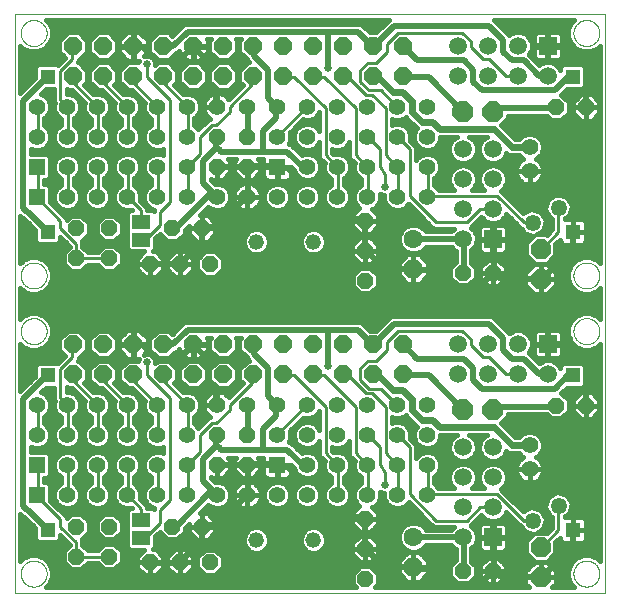
<source format=gtl>
G75*
%MOIN*%
%OFA0B0*%
%FSLAX25Y25*%
%IPPOS*%
%LPD*%
%AMOC8*
5,1,8,0,0,1.08239X$1,22.5*
%
%ADD10C,0.00000*%
%ADD11OC8,0.05200*%
%ADD12C,0.05600*%
%ADD13R,0.05937X0.05937*%
%ADD14C,0.05937*%
%ADD15C,0.05200*%
%ADD16R,0.05600X0.05600*%
%ADD17R,0.05150X0.05150*%
%ADD18OC8,0.06600*%
%ADD19C,0.01040*%
%ADD20OC8,0.06300*%
%ADD21C,0.06300*%
%ADD22OC8,0.06000*%
%ADD23OC8,0.07000*%
%ADD24R,0.06300X0.04600*%
%ADD25C,0.02000*%
%ADD26C,0.01600*%
%ADD27C,0.01000*%
%ADD28C,0.02500*%
%ADD29C,0.02200*%
D10*
X0024350Y0035363D02*
X0024350Y0228167D01*
X0221200Y0228167D01*
X0221200Y0035363D01*
X0024350Y0035363D01*
X0026318Y0041663D02*
X0026320Y0041794D01*
X0026326Y0041926D01*
X0026336Y0042057D01*
X0026350Y0042188D01*
X0026368Y0042318D01*
X0026390Y0042447D01*
X0026415Y0042576D01*
X0026445Y0042704D01*
X0026479Y0042831D01*
X0026516Y0042958D01*
X0026557Y0043082D01*
X0026602Y0043206D01*
X0026651Y0043328D01*
X0026703Y0043449D01*
X0026759Y0043567D01*
X0026819Y0043685D01*
X0026882Y0043800D01*
X0026949Y0043913D01*
X0027019Y0044025D01*
X0027092Y0044134D01*
X0027168Y0044240D01*
X0027248Y0044345D01*
X0027331Y0044447D01*
X0027417Y0044546D01*
X0027506Y0044643D01*
X0027598Y0044737D01*
X0027693Y0044828D01*
X0027790Y0044917D01*
X0027890Y0045002D01*
X0027993Y0045084D01*
X0028098Y0045163D01*
X0028205Y0045239D01*
X0028315Y0045311D01*
X0028427Y0045380D01*
X0028541Y0045446D01*
X0028656Y0045508D01*
X0028774Y0045567D01*
X0028893Y0045622D01*
X0029014Y0045674D01*
X0029137Y0045721D01*
X0029261Y0045765D01*
X0029386Y0045806D01*
X0029512Y0045842D01*
X0029640Y0045875D01*
X0029768Y0045903D01*
X0029897Y0045928D01*
X0030027Y0045949D01*
X0030157Y0045966D01*
X0030288Y0045979D01*
X0030419Y0045988D01*
X0030550Y0045993D01*
X0030682Y0045994D01*
X0030813Y0045991D01*
X0030945Y0045984D01*
X0031076Y0045973D01*
X0031206Y0045958D01*
X0031336Y0045939D01*
X0031466Y0045916D01*
X0031594Y0045890D01*
X0031722Y0045859D01*
X0031849Y0045824D01*
X0031975Y0045786D01*
X0032099Y0045744D01*
X0032223Y0045698D01*
X0032344Y0045648D01*
X0032464Y0045595D01*
X0032583Y0045538D01*
X0032700Y0045478D01*
X0032814Y0045414D01*
X0032927Y0045346D01*
X0033038Y0045275D01*
X0033147Y0045201D01*
X0033253Y0045124D01*
X0033357Y0045043D01*
X0033458Y0044960D01*
X0033557Y0044873D01*
X0033653Y0044783D01*
X0033746Y0044690D01*
X0033837Y0044595D01*
X0033924Y0044497D01*
X0034009Y0044396D01*
X0034090Y0044293D01*
X0034168Y0044187D01*
X0034243Y0044079D01*
X0034315Y0043969D01*
X0034383Y0043857D01*
X0034448Y0043743D01*
X0034509Y0043626D01*
X0034567Y0043508D01*
X0034621Y0043388D01*
X0034672Y0043267D01*
X0034719Y0043144D01*
X0034762Y0043020D01*
X0034801Y0042895D01*
X0034837Y0042768D01*
X0034868Y0042640D01*
X0034896Y0042512D01*
X0034920Y0042383D01*
X0034940Y0042253D01*
X0034956Y0042122D01*
X0034968Y0041991D01*
X0034976Y0041860D01*
X0034980Y0041729D01*
X0034980Y0041597D01*
X0034976Y0041466D01*
X0034968Y0041335D01*
X0034956Y0041204D01*
X0034940Y0041073D01*
X0034920Y0040943D01*
X0034896Y0040814D01*
X0034868Y0040686D01*
X0034837Y0040558D01*
X0034801Y0040431D01*
X0034762Y0040306D01*
X0034719Y0040182D01*
X0034672Y0040059D01*
X0034621Y0039938D01*
X0034567Y0039818D01*
X0034509Y0039700D01*
X0034448Y0039583D01*
X0034383Y0039469D01*
X0034315Y0039357D01*
X0034243Y0039247D01*
X0034168Y0039139D01*
X0034090Y0039033D01*
X0034009Y0038930D01*
X0033924Y0038829D01*
X0033837Y0038731D01*
X0033746Y0038636D01*
X0033653Y0038543D01*
X0033557Y0038453D01*
X0033458Y0038366D01*
X0033357Y0038283D01*
X0033253Y0038202D01*
X0033147Y0038125D01*
X0033038Y0038051D01*
X0032927Y0037980D01*
X0032815Y0037912D01*
X0032700Y0037848D01*
X0032583Y0037788D01*
X0032464Y0037731D01*
X0032344Y0037678D01*
X0032223Y0037628D01*
X0032099Y0037582D01*
X0031975Y0037540D01*
X0031849Y0037502D01*
X0031722Y0037467D01*
X0031594Y0037436D01*
X0031466Y0037410D01*
X0031336Y0037387D01*
X0031206Y0037368D01*
X0031076Y0037353D01*
X0030945Y0037342D01*
X0030813Y0037335D01*
X0030682Y0037332D01*
X0030550Y0037333D01*
X0030419Y0037338D01*
X0030288Y0037347D01*
X0030157Y0037360D01*
X0030027Y0037377D01*
X0029897Y0037398D01*
X0029768Y0037423D01*
X0029640Y0037451D01*
X0029512Y0037484D01*
X0029386Y0037520D01*
X0029261Y0037561D01*
X0029137Y0037605D01*
X0029014Y0037652D01*
X0028893Y0037704D01*
X0028774Y0037759D01*
X0028656Y0037818D01*
X0028541Y0037880D01*
X0028427Y0037946D01*
X0028315Y0038015D01*
X0028205Y0038087D01*
X0028098Y0038163D01*
X0027993Y0038242D01*
X0027890Y0038324D01*
X0027790Y0038409D01*
X0027693Y0038498D01*
X0027598Y0038589D01*
X0027506Y0038683D01*
X0027417Y0038780D01*
X0027331Y0038879D01*
X0027248Y0038981D01*
X0027168Y0039086D01*
X0027092Y0039192D01*
X0027019Y0039301D01*
X0026949Y0039413D01*
X0026882Y0039526D01*
X0026819Y0039641D01*
X0026759Y0039759D01*
X0026703Y0039877D01*
X0026651Y0039998D01*
X0026602Y0040120D01*
X0026557Y0040244D01*
X0026516Y0040368D01*
X0026479Y0040495D01*
X0026445Y0040622D01*
X0026415Y0040750D01*
X0026390Y0040879D01*
X0026368Y0041008D01*
X0026350Y0041138D01*
X0026336Y0041269D01*
X0026326Y0041400D01*
X0026320Y0041532D01*
X0026318Y0041663D01*
X0026318Y0122489D02*
X0026320Y0122620D01*
X0026326Y0122752D01*
X0026336Y0122883D01*
X0026350Y0123014D01*
X0026368Y0123144D01*
X0026390Y0123273D01*
X0026415Y0123402D01*
X0026445Y0123530D01*
X0026479Y0123657D01*
X0026516Y0123784D01*
X0026557Y0123908D01*
X0026602Y0124032D01*
X0026651Y0124154D01*
X0026703Y0124275D01*
X0026759Y0124393D01*
X0026819Y0124511D01*
X0026882Y0124626D01*
X0026949Y0124739D01*
X0027019Y0124851D01*
X0027092Y0124960D01*
X0027168Y0125066D01*
X0027248Y0125171D01*
X0027331Y0125273D01*
X0027417Y0125372D01*
X0027506Y0125469D01*
X0027598Y0125563D01*
X0027693Y0125654D01*
X0027790Y0125743D01*
X0027890Y0125828D01*
X0027993Y0125910D01*
X0028098Y0125989D01*
X0028205Y0126065D01*
X0028315Y0126137D01*
X0028427Y0126206D01*
X0028541Y0126272D01*
X0028656Y0126334D01*
X0028774Y0126393D01*
X0028893Y0126448D01*
X0029014Y0126500D01*
X0029137Y0126547D01*
X0029261Y0126591D01*
X0029386Y0126632D01*
X0029512Y0126668D01*
X0029640Y0126701D01*
X0029768Y0126729D01*
X0029897Y0126754D01*
X0030027Y0126775D01*
X0030157Y0126792D01*
X0030288Y0126805D01*
X0030419Y0126814D01*
X0030550Y0126819D01*
X0030682Y0126820D01*
X0030813Y0126817D01*
X0030945Y0126810D01*
X0031076Y0126799D01*
X0031206Y0126784D01*
X0031336Y0126765D01*
X0031466Y0126742D01*
X0031594Y0126716D01*
X0031722Y0126685D01*
X0031849Y0126650D01*
X0031975Y0126612D01*
X0032099Y0126570D01*
X0032223Y0126524D01*
X0032344Y0126474D01*
X0032464Y0126421D01*
X0032583Y0126364D01*
X0032700Y0126304D01*
X0032814Y0126240D01*
X0032927Y0126172D01*
X0033038Y0126101D01*
X0033147Y0126027D01*
X0033253Y0125950D01*
X0033357Y0125869D01*
X0033458Y0125786D01*
X0033557Y0125699D01*
X0033653Y0125609D01*
X0033746Y0125516D01*
X0033837Y0125421D01*
X0033924Y0125323D01*
X0034009Y0125222D01*
X0034090Y0125119D01*
X0034168Y0125013D01*
X0034243Y0124905D01*
X0034315Y0124795D01*
X0034383Y0124683D01*
X0034448Y0124569D01*
X0034509Y0124452D01*
X0034567Y0124334D01*
X0034621Y0124214D01*
X0034672Y0124093D01*
X0034719Y0123970D01*
X0034762Y0123846D01*
X0034801Y0123721D01*
X0034837Y0123594D01*
X0034868Y0123466D01*
X0034896Y0123338D01*
X0034920Y0123209D01*
X0034940Y0123079D01*
X0034956Y0122948D01*
X0034968Y0122817D01*
X0034976Y0122686D01*
X0034980Y0122555D01*
X0034980Y0122423D01*
X0034976Y0122292D01*
X0034968Y0122161D01*
X0034956Y0122030D01*
X0034940Y0121899D01*
X0034920Y0121769D01*
X0034896Y0121640D01*
X0034868Y0121512D01*
X0034837Y0121384D01*
X0034801Y0121257D01*
X0034762Y0121132D01*
X0034719Y0121008D01*
X0034672Y0120885D01*
X0034621Y0120764D01*
X0034567Y0120644D01*
X0034509Y0120526D01*
X0034448Y0120409D01*
X0034383Y0120295D01*
X0034315Y0120183D01*
X0034243Y0120073D01*
X0034168Y0119965D01*
X0034090Y0119859D01*
X0034009Y0119756D01*
X0033924Y0119655D01*
X0033837Y0119557D01*
X0033746Y0119462D01*
X0033653Y0119369D01*
X0033557Y0119279D01*
X0033458Y0119192D01*
X0033357Y0119109D01*
X0033253Y0119028D01*
X0033147Y0118951D01*
X0033038Y0118877D01*
X0032927Y0118806D01*
X0032815Y0118738D01*
X0032700Y0118674D01*
X0032583Y0118614D01*
X0032464Y0118557D01*
X0032344Y0118504D01*
X0032223Y0118454D01*
X0032099Y0118408D01*
X0031975Y0118366D01*
X0031849Y0118328D01*
X0031722Y0118293D01*
X0031594Y0118262D01*
X0031466Y0118236D01*
X0031336Y0118213D01*
X0031206Y0118194D01*
X0031076Y0118179D01*
X0030945Y0118168D01*
X0030813Y0118161D01*
X0030682Y0118158D01*
X0030550Y0118159D01*
X0030419Y0118164D01*
X0030288Y0118173D01*
X0030157Y0118186D01*
X0030027Y0118203D01*
X0029897Y0118224D01*
X0029768Y0118249D01*
X0029640Y0118277D01*
X0029512Y0118310D01*
X0029386Y0118346D01*
X0029261Y0118387D01*
X0029137Y0118431D01*
X0029014Y0118478D01*
X0028893Y0118530D01*
X0028774Y0118585D01*
X0028656Y0118644D01*
X0028541Y0118706D01*
X0028427Y0118772D01*
X0028315Y0118841D01*
X0028205Y0118913D01*
X0028098Y0118989D01*
X0027993Y0119068D01*
X0027890Y0119150D01*
X0027790Y0119235D01*
X0027693Y0119324D01*
X0027598Y0119415D01*
X0027506Y0119509D01*
X0027417Y0119606D01*
X0027331Y0119705D01*
X0027248Y0119807D01*
X0027168Y0119912D01*
X0027092Y0120018D01*
X0027019Y0120127D01*
X0026949Y0120239D01*
X0026882Y0120352D01*
X0026819Y0120467D01*
X0026759Y0120585D01*
X0026703Y0120703D01*
X0026651Y0120824D01*
X0026602Y0120946D01*
X0026557Y0121070D01*
X0026516Y0121194D01*
X0026479Y0121321D01*
X0026445Y0121448D01*
X0026415Y0121576D01*
X0026390Y0121705D01*
X0026368Y0121834D01*
X0026350Y0121964D01*
X0026336Y0122095D01*
X0026326Y0122226D01*
X0026320Y0122358D01*
X0026318Y0122489D01*
X0026318Y0141041D02*
X0026320Y0141172D01*
X0026326Y0141304D01*
X0026336Y0141435D01*
X0026350Y0141566D01*
X0026368Y0141696D01*
X0026390Y0141825D01*
X0026415Y0141954D01*
X0026445Y0142082D01*
X0026479Y0142209D01*
X0026516Y0142336D01*
X0026557Y0142460D01*
X0026602Y0142584D01*
X0026651Y0142706D01*
X0026703Y0142827D01*
X0026759Y0142945D01*
X0026819Y0143063D01*
X0026882Y0143178D01*
X0026949Y0143291D01*
X0027019Y0143403D01*
X0027092Y0143512D01*
X0027168Y0143618D01*
X0027248Y0143723D01*
X0027331Y0143825D01*
X0027417Y0143924D01*
X0027506Y0144021D01*
X0027598Y0144115D01*
X0027693Y0144206D01*
X0027790Y0144295D01*
X0027890Y0144380D01*
X0027993Y0144462D01*
X0028098Y0144541D01*
X0028205Y0144617D01*
X0028315Y0144689D01*
X0028427Y0144758D01*
X0028541Y0144824D01*
X0028656Y0144886D01*
X0028774Y0144945D01*
X0028893Y0145000D01*
X0029014Y0145052D01*
X0029137Y0145099D01*
X0029261Y0145143D01*
X0029386Y0145184D01*
X0029512Y0145220D01*
X0029640Y0145253D01*
X0029768Y0145281D01*
X0029897Y0145306D01*
X0030027Y0145327D01*
X0030157Y0145344D01*
X0030288Y0145357D01*
X0030419Y0145366D01*
X0030550Y0145371D01*
X0030682Y0145372D01*
X0030813Y0145369D01*
X0030945Y0145362D01*
X0031076Y0145351D01*
X0031206Y0145336D01*
X0031336Y0145317D01*
X0031466Y0145294D01*
X0031594Y0145268D01*
X0031722Y0145237D01*
X0031849Y0145202D01*
X0031975Y0145164D01*
X0032099Y0145122D01*
X0032223Y0145076D01*
X0032344Y0145026D01*
X0032464Y0144973D01*
X0032583Y0144916D01*
X0032700Y0144856D01*
X0032814Y0144792D01*
X0032927Y0144724D01*
X0033038Y0144653D01*
X0033147Y0144579D01*
X0033253Y0144502D01*
X0033357Y0144421D01*
X0033458Y0144338D01*
X0033557Y0144251D01*
X0033653Y0144161D01*
X0033746Y0144068D01*
X0033837Y0143973D01*
X0033924Y0143875D01*
X0034009Y0143774D01*
X0034090Y0143671D01*
X0034168Y0143565D01*
X0034243Y0143457D01*
X0034315Y0143347D01*
X0034383Y0143235D01*
X0034448Y0143121D01*
X0034509Y0143004D01*
X0034567Y0142886D01*
X0034621Y0142766D01*
X0034672Y0142645D01*
X0034719Y0142522D01*
X0034762Y0142398D01*
X0034801Y0142273D01*
X0034837Y0142146D01*
X0034868Y0142018D01*
X0034896Y0141890D01*
X0034920Y0141761D01*
X0034940Y0141631D01*
X0034956Y0141500D01*
X0034968Y0141369D01*
X0034976Y0141238D01*
X0034980Y0141107D01*
X0034980Y0140975D01*
X0034976Y0140844D01*
X0034968Y0140713D01*
X0034956Y0140582D01*
X0034940Y0140451D01*
X0034920Y0140321D01*
X0034896Y0140192D01*
X0034868Y0140064D01*
X0034837Y0139936D01*
X0034801Y0139809D01*
X0034762Y0139684D01*
X0034719Y0139560D01*
X0034672Y0139437D01*
X0034621Y0139316D01*
X0034567Y0139196D01*
X0034509Y0139078D01*
X0034448Y0138961D01*
X0034383Y0138847D01*
X0034315Y0138735D01*
X0034243Y0138625D01*
X0034168Y0138517D01*
X0034090Y0138411D01*
X0034009Y0138308D01*
X0033924Y0138207D01*
X0033837Y0138109D01*
X0033746Y0138014D01*
X0033653Y0137921D01*
X0033557Y0137831D01*
X0033458Y0137744D01*
X0033357Y0137661D01*
X0033253Y0137580D01*
X0033147Y0137503D01*
X0033038Y0137429D01*
X0032927Y0137358D01*
X0032815Y0137290D01*
X0032700Y0137226D01*
X0032583Y0137166D01*
X0032464Y0137109D01*
X0032344Y0137056D01*
X0032223Y0137006D01*
X0032099Y0136960D01*
X0031975Y0136918D01*
X0031849Y0136880D01*
X0031722Y0136845D01*
X0031594Y0136814D01*
X0031466Y0136788D01*
X0031336Y0136765D01*
X0031206Y0136746D01*
X0031076Y0136731D01*
X0030945Y0136720D01*
X0030813Y0136713D01*
X0030682Y0136710D01*
X0030550Y0136711D01*
X0030419Y0136716D01*
X0030288Y0136725D01*
X0030157Y0136738D01*
X0030027Y0136755D01*
X0029897Y0136776D01*
X0029768Y0136801D01*
X0029640Y0136829D01*
X0029512Y0136862D01*
X0029386Y0136898D01*
X0029261Y0136939D01*
X0029137Y0136983D01*
X0029014Y0137030D01*
X0028893Y0137082D01*
X0028774Y0137137D01*
X0028656Y0137196D01*
X0028541Y0137258D01*
X0028427Y0137324D01*
X0028315Y0137393D01*
X0028205Y0137465D01*
X0028098Y0137541D01*
X0027993Y0137620D01*
X0027890Y0137702D01*
X0027790Y0137787D01*
X0027693Y0137876D01*
X0027598Y0137967D01*
X0027506Y0138061D01*
X0027417Y0138158D01*
X0027331Y0138257D01*
X0027248Y0138359D01*
X0027168Y0138464D01*
X0027092Y0138570D01*
X0027019Y0138679D01*
X0026949Y0138791D01*
X0026882Y0138904D01*
X0026819Y0139019D01*
X0026759Y0139137D01*
X0026703Y0139255D01*
X0026651Y0139376D01*
X0026602Y0139498D01*
X0026557Y0139622D01*
X0026516Y0139746D01*
X0026479Y0139873D01*
X0026445Y0140000D01*
X0026415Y0140128D01*
X0026390Y0140257D01*
X0026368Y0140386D01*
X0026350Y0140516D01*
X0026336Y0140647D01*
X0026326Y0140778D01*
X0026320Y0140910D01*
X0026318Y0141041D01*
X0026318Y0221867D02*
X0026320Y0221998D01*
X0026326Y0222130D01*
X0026336Y0222261D01*
X0026350Y0222392D01*
X0026368Y0222522D01*
X0026390Y0222651D01*
X0026415Y0222780D01*
X0026445Y0222908D01*
X0026479Y0223035D01*
X0026516Y0223162D01*
X0026557Y0223286D01*
X0026602Y0223410D01*
X0026651Y0223532D01*
X0026703Y0223653D01*
X0026759Y0223771D01*
X0026819Y0223889D01*
X0026882Y0224004D01*
X0026949Y0224117D01*
X0027019Y0224229D01*
X0027092Y0224338D01*
X0027168Y0224444D01*
X0027248Y0224549D01*
X0027331Y0224651D01*
X0027417Y0224750D01*
X0027506Y0224847D01*
X0027598Y0224941D01*
X0027693Y0225032D01*
X0027790Y0225121D01*
X0027890Y0225206D01*
X0027993Y0225288D01*
X0028098Y0225367D01*
X0028205Y0225443D01*
X0028315Y0225515D01*
X0028427Y0225584D01*
X0028541Y0225650D01*
X0028656Y0225712D01*
X0028774Y0225771D01*
X0028893Y0225826D01*
X0029014Y0225878D01*
X0029137Y0225925D01*
X0029261Y0225969D01*
X0029386Y0226010D01*
X0029512Y0226046D01*
X0029640Y0226079D01*
X0029768Y0226107D01*
X0029897Y0226132D01*
X0030027Y0226153D01*
X0030157Y0226170D01*
X0030288Y0226183D01*
X0030419Y0226192D01*
X0030550Y0226197D01*
X0030682Y0226198D01*
X0030813Y0226195D01*
X0030945Y0226188D01*
X0031076Y0226177D01*
X0031206Y0226162D01*
X0031336Y0226143D01*
X0031466Y0226120D01*
X0031594Y0226094D01*
X0031722Y0226063D01*
X0031849Y0226028D01*
X0031975Y0225990D01*
X0032099Y0225948D01*
X0032223Y0225902D01*
X0032344Y0225852D01*
X0032464Y0225799D01*
X0032583Y0225742D01*
X0032700Y0225682D01*
X0032814Y0225618D01*
X0032927Y0225550D01*
X0033038Y0225479D01*
X0033147Y0225405D01*
X0033253Y0225328D01*
X0033357Y0225247D01*
X0033458Y0225164D01*
X0033557Y0225077D01*
X0033653Y0224987D01*
X0033746Y0224894D01*
X0033837Y0224799D01*
X0033924Y0224701D01*
X0034009Y0224600D01*
X0034090Y0224497D01*
X0034168Y0224391D01*
X0034243Y0224283D01*
X0034315Y0224173D01*
X0034383Y0224061D01*
X0034448Y0223947D01*
X0034509Y0223830D01*
X0034567Y0223712D01*
X0034621Y0223592D01*
X0034672Y0223471D01*
X0034719Y0223348D01*
X0034762Y0223224D01*
X0034801Y0223099D01*
X0034837Y0222972D01*
X0034868Y0222844D01*
X0034896Y0222716D01*
X0034920Y0222587D01*
X0034940Y0222457D01*
X0034956Y0222326D01*
X0034968Y0222195D01*
X0034976Y0222064D01*
X0034980Y0221933D01*
X0034980Y0221801D01*
X0034976Y0221670D01*
X0034968Y0221539D01*
X0034956Y0221408D01*
X0034940Y0221277D01*
X0034920Y0221147D01*
X0034896Y0221018D01*
X0034868Y0220890D01*
X0034837Y0220762D01*
X0034801Y0220635D01*
X0034762Y0220510D01*
X0034719Y0220386D01*
X0034672Y0220263D01*
X0034621Y0220142D01*
X0034567Y0220022D01*
X0034509Y0219904D01*
X0034448Y0219787D01*
X0034383Y0219673D01*
X0034315Y0219561D01*
X0034243Y0219451D01*
X0034168Y0219343D01*
X0034090Y0219237D01*
X0034009Y0219134D01*
X0033924Y0219033D01*
X0033837Y0218935D01*
X0033746Y0218840D01*
X0033653Y0218747D01*
X0033557Y0218657D01*
X0033458Y0218570D01*
X0033357Y0218487D01*
X0033253Y0218406D01*
X0033147Y0218329D01*
X0033038Y0218255D01*
X0032927Y0218184D01*
X0032815Y0218116D01*
X0032700Y0218052D01*
X0032583Y0217992D01*
X0032464Y0217935D01*
X0032344Y0217882D01*
X0032223Y0217832D01*
X0032099Y0217786D01*
X0031975Y0217744D01*
X0031849Y0217706D01*
X0031722Y0217671D01*
X0031594Y0217640D01*
X0031466Y0217614D01*
X0031336Y0217591D01*
X0031206Y0217572D01*
X0031076Y0217557D01*
X0030945Y0217546D01*
X0030813Y0217539D01*
X0030682Y0217536D01*
X0030550Y0217537D01*
X0030419Y0217542D01*
X0030288Y0217551D01*
X0030157Y0217564D01*
X0030027Y0217581D01*
X0029897Y0217602D01*
X0029768Y0217627D01*
X0029640Y0217655D01*
X0029512Y0217688D01*
X0029386Y0217724D01*
X0029261Y0217765D01*
X0029137Y0217809D01*
X0029014Y0217856D01*
X0028893Y0217908D01*
X0028774Y0217963D01*
X0028656Y0218022D01*
X0028541Y0218084D01*
X0028427Y0218150D01*
X0028315Y0218219D01*
X0028205Y0218291D01*
X0028098Y0218367D01*
X0027993Y0218446D01*
X0027890Y0218528D01*
X0027790Y0218613D01*
X0027693Y0218702D01*
X0027598Y0218793D01*
X0027506Y0218887D01*
X0027417Y0218984D01*
X0027331Y0219083D01*
X0027248Y0219185D01*
X0027168Y0219290D01*
X0027092Y0219396D01*
X0027019Y0219505D01*
X0026949Y0219617D01*
X0026882Y0219730D01*
X0026819Y0219845D01*
X0026759Y0219963D01*
X0026703Y0220081D01*
X0026651Y0220202D01*
X0026602Y0220324D01*
X0026557Y0220448D01*
X0026516Y0220572D01*
X0026479Y0220699D01*
X0026445Y0220826D01*
X0026415Y0220954D01*
X0026390Y0221083D01*
X0026368Y0221212D01*
X0026350Y0221342D01*
X0026336Y0221473D01*
X0026326Y0221604D01*
X0026320Y0221736D01*
X0026318Y0221867D01*
X0210570Y0221867D02*
X0210572Y0221998D01*
X0210578Y0222130D01*
X0210588Y0222261D01*
X0210602Y0222392D01*
X0210620Y0222522D01*
X0210642Y0222651D01*
X0210667Y0222780D01*
X0210697Y0222908D01*
X0210731Y0223035D01*
X0210768Y0223162D01*
X0210809Y0223286D01*
X0210854Y0223410D01*
X0210903Y0223532D01*
X0210955Y0223653D01*
X0211011Y0223771D01*
X0211071Y0223889D01*
X0211134Y0224004D01*
X0211201Y0224117D01*
X0211271Y0224229D01*
X0211344Y0224338D01*
X0211420Y0224444D01*
X0211500Y0224549D01*
X0211583Y0224651D01*
X0211669Y0224750D01*
X0211758Y0224847D01*
X0211850Y0224941D01*
X0211945Y0225032D01*
X0212042Y0225121D01*
X0212142Y0225206D01*
X0212245Y0225288D01*
X0212350Y0225367D01*
X0212457Y0225443D01*
X0212567Y0225515D01*
X0212679Y0225584D01*
X0212793Y0225650D01*
X0212908Y0225712D01*
X0213026Y0225771D01*
X0213145Y0225826D01*
X0213266Y0225878D01*
X0213389Y0225925D01*
X0213513Y0225969D01*
X0213638Y0226010D01*
X0213764Y0226046D01*
X0213892Y0226079D01*
X0214020Y0226107D01*
X0214149Y0226132D01*
X0214279Y0226153D01*
X0214409Y0226170D01*
X0214540Y0226183D01*
X0214671Y0226192D01*
X0214802Y0226197D01*
X0214934Y0226198D01*
X0215065Y0226195D01*
X0215197Y0226188D01*
X0215328Y0226177D01*
X0215458Y0226162D01*
X0215588Y0226143D01*
X0215718Y0226120D01*
X0215846Y0226094D01*
X0215974Y0226063D01*
X0216101Y0226028D01*
X0216227Y0225990D01*
X0216351Y0225948D01*
X0216475Y0225902D01*
X0216596Y0225852D01*
X0216716Y0225799D01*
X0216835Y0225742D01*
X0216952Y0225682D01*
X0217066Y0225618D01*
X0217179Y0225550D01*
X0217290Y0225479D01*
X0217399Y0225405D01*
X0217505Y0225328D01*
X0217609Y0225247D01*
X0217710Y0225164D01*
X0217809Y0225077D01*
X0217905Y0224987D01*
X0217998Y0224894D01*
X0218089Y0224799D01*
X0218176Y0224701D01*
X0218261Y0224600D01*
X0218342Y0224497D01*
X0218420Y0224391D01*
X0218495Y0224283D01*
X0218567Y0224173D01*
X0218635Y0224061D01*
X0218700Y0223947D01*
X0218761Y0223830D01*
X0218819Y0223712D01*
X0218873Y0223592D01*
X0218924Y0223471D01*
X0218971Y0223348D01*
X0219014Y0223224D01*
X0219053Y0223099D01*
X0219089Y0222972D01*
X0219120Y0222844D01*
X0219148Y0222716D01*
X0219172Y0222587D01*
X0219192Y0222457D01*
X0219208Y0222326D01*
X0219220Y0222195D01*
X0219228Y0222064D01*
X0219232Y0221933D01*
X0219232Y0221801D01*
X0219228Y0221670D01*
X0219220Y0221539D01*
X0219208Y0221408D01*
X0219192Y0221277D01*
X0219172Y0221147D01*
X0219148Y0221018D01*
X0219120Y0220890D01*
X0219089Y0220762D01*
X0219053Y0220635D01*
X0219014Y0220510D01*
X0218971Y0220386D01*
X0218924Y0220263D01*
X0218873Y0220142D01*
X0218819Y0220022D01*
X0218761Y0219904D01*
X0218700Y0219787D01*
X0218635Y0219673D01*
X0218567Y0219561D01*
X0218495Y0219451D01*
X0218420Y0219343D01*
X0218342Y0219237D01*
X0218261Y0219134D01*
X0218176Y0219033D01*
X0218089Y0218935D01*
X0217998Y0218840D01*
X0217905Y0218747D01*
X0217809Y0218657D01*
X0217710Y0218570D01*
X0217609Y0218487D01*
X0217505Y0218406D01*
X0217399Y0218329D01*
X0217290Y0218255D01*
X0217179Y0218184D01*
X0217067Y0218116D01*
X0216952Y0218052D01*
X0216835Y0217992D01*
X0216716Y0217935D01*
X0216596Y0217882D01*
X0216475Y0217832D01*
X0216351Y0217786D01*
X0216227Y0217744D01*
X0216101Y0217706D01*
X0215974Y0217671D01*
X0215846Y0217640D01*
X0215718Y0217614D01*
X0215588Y0217591D01*
X0215458Y0217572D01*
X0215328Y0217557D01*
X0215197Y0217546D01*
X0215065Y0217539D01*
X0214934Y0217536D01*
X0214802Y0217537D01*
X0214671Y0217542D01*
X0214540Y0217551D01*
X0214409Y0217564D01*
X0214279Y0217581D01*
X0214149Y0217602D01*
X0214020Y0217627D01*
X0213892Y0217655D01*
X0213764Y0217688D01*
X0213638Y0217724D01*
X0213513Y0217765D01*
X0213389Y0217809D01*
X0213266Y0217856D01*
X0213145Y0217908D01*
X0213026Y0217963D01*
X0212908Y0218022D01*
X0212793Y0218084D01*
X0212679Y0218150D01*
X0212567Y0218219D01*
X0212457Y0218291D01*
X0212350Y0218367D01*
X0212245Y0218446D01*
X0212142Y0218528D01*
X0212042Y0218613D01*
X0211945Y0218702D01*
X0211850Y0218793D01*
X0211758Y0218887D01*
X0211669Y0218984D01*
X0211583Y0219083D01*
X0211500Y0219185D01*
X0211420Y0219290D01*
X0211344Y0219396D01*
X0211271Y0219505D01*
X0211201Y0219617D01*
X0211134Y0219730D01*
X0211071Y0219845D01*
X0211011Y0219963D01*
X0210955Y0220081D01*
X0210903Y0220202D01*
X0210854Y0220324D01*
X0210809Y0220448D01*
X0210768Y0220572D01*
X0210731Y0220699D01*
X0210697Y0220826D01*
X0210667Y0220954D01*
X0210642Y0221083D01*
X0210620Y0221212D01*
X0210602Y0221342D01*
X0210588Y0221473D01*
X0210578Y0221604D01*
X0210572Y0221736D01*
X0210570Y0221867D01*
X0210570Y0141041D02*
X0210572Y0141172D01*
X0210578Y0141304D01*
X0210588Y0141435D01*
X0210602Y0141566D01*
X0210620Y0141696D01*
X0210642Y0141825D01*
X0210667Y0141954D01*
X0210697Y0142082D01*
X0210731Y0142209D01*
X0210768Y0142336D01*
X0210809Y0142460D01*
X0210854Y0142584D01*
X0210903Y0142706D01*
X0210955Y0142827D01*
X0211011Y0142945D01*
X0211071Y0143063D01*
X0211134Y0143178D01*
X0211201Y0143291D01*
X0211271Y0143403D01*
X0211344Y0143512D01*
X0211420Y0143618D01*
X0211500Y0143723D01*
X0211583Y0143825D01*
X0211669Y0143924D01*
X0211758Y0144021D01*
X0211850Y0144115D01*
X0211945Y0144206D01*
X0212042Y0144295D01*
X0212142Y0144380D01*
X0212245Y0144462D01*
X0212350Y0144541D01*
X0212457Y0144617D01*
X0212567Y0144689D01*
X0212679Y0144758D01*
X0212793Y0144824D01*
X0212908Y0144886D01*
X0213026Y0144945D01*
X0213145Y0145000D01*
X0213266Y0145052D01*
X0213389Y0145099D01*
X0213513Y0145143D01*
X0213638Y0145184D01*
X0213764Y0145220D01*
X0213892Y0145253D01*
X0214020Y0145281D01*
X0214149Y0145306D01*
X0214279Y0145327D01*
X0214409Y0145344D01*
X0214540Y0145357D01*
X0214671Y0145366D01*
X0214802Y0145371D01*
X0214934Y0145372D01*
X0215065Y0145369D01*
X0215197Y0145362D01*
X0215328Y0145351D01*
X0215458Y0145336D01*
X0215588Y0145317D01*
X0215718Y0145294D01*
X0215846Y0145268D01*
X0215974Y0145237D01*
X0216101Y0145202D01*
X0216227Y0145164D01*
X0216351Y0145122D01*
X0216475Y0145076D01*
X0216596Y0145026D01*
X0216716Y0144973D01*
X0216835Y0144916D01*
X0216952Y0144856D01*
X0217066Y0144792D01*
X0217179Y0144724D01*
X0217290Y0144653D01*
X0217399Y0144579D01*
X0217505Y0144502D01*
X0217609Y0144421D01*
X0217710Y0144338D01*
X0217809Y0144251D01*
X0217905Y0144161D01*
X0217998Y0144068D01*
X0218089Y0143973D01*
X0218176Y0143875D01*
X0218261Y0143774D01*
X0218342Y0143671D01*
X0218420Y0143565D01*
X0218495Y0143457D01*
X0218567Y0143347D01*
X0218635Y0143235D01*
X0218700Y0143121D01*
X0218761Y0143004D01*
X0218819Y0142886D01*
X0218873Y0142766D01*
X0218924Y0142645D01*
X0218971Y0142522D01*
X0219014Y0142398D01*
X0219053Y0142273D01*
X0219089Y0142146D01*
X0219120Y0142018D01*
X0219148Y0141890D01*
X0219172Y0141761D01*
X0219192Y0141631D01*
X0219208Y0141500D01*
X0219220Y0141369D01*
X0219228Y0141238D01*
X0219232Y0141107D01*
X0219232Y0140975D01*
X0219228Y0140844D01*
X0219220Y0140713D01*
X0219208Y0140582D01*
X0219192Y0140451D01*
X0219172Y0140321D01*
X0219148Y0140192D01*
X0219120Y0140064D01*
X0219089Y0139936D01*
X0219053Y0139809D01*
X0219014Y0139684D01*
X0218971Y0139560D01*
X0218924Y0139437D01*
X0218873Y0139316D01*
X0218819Y0139196D01*
X0218761Y0139078D01*
X0218700Y0138961D01*
X0218635Y0138847D01*
X0218567Y0138735D01*
X0218495Y0138625D01*
X0218420Y0138517D01*
X0218342Y0138411D01*
X0218261Y0138308D01*
X0218176Y0138207D01*
X0218089Y0138109D01*
X0217998Y0138014D01*
X0217905Y0137921D01*
X0217809Y0137831D01*
X0217710Y0137744D01*
X0217609Y0137661D01*
X0217505Y0137580D01*
X0217399Y0137503D01*
X0217290Y0137429D01*
X0217179Y0137358D01*
X0217067Y0137290D01*
X0216952Y0137226D01*
X0216835Y0137166D01*
X0216716Y0137109D01*
X0216596Y0137056D01*
X0216475Y0137006D01*
X0216351Y0136960D01*
X0216227Y0136918D01*
X0216101Y0136880D01*
X0215974Y0136845D01*
X0215846Y0136814D01*
X0215718Y0136788D01*
X0215588Y0136765D01*
X0215458Y0136746D01*
X0215328Y0136731D01*
X0215197Y0136720D01*
X0215065Y0136713D01*
X0214934Y0136710D01*
X0214802Y0136711D01*
X0214671Y0136716D01*
X0214540Y0136725D01*
X0214409Y0136738D01*
X0214279Y0136755D01*
X0214149Y0136776D01*
X0214020Y0136801D01*
X0213892Y0136829D01*
X0213764Y0136862D01*
X0213638Y0136898D01*
X0213513Y0136939D01*
X0213389Y0136983D01*
X0213266Y0137030D01*
X0213145Y0137082D01*
X0213026Y0137137D01*
X0212908Y0137196D01*
X0212793Y0137258D01*
X0212679Y0137324D01*
X0212567Y0137393D01*
X0212457Y0137465D01*
X0212350Y0137541D01*
X0212245Y0137620D01*
X0212142Y0137702D01*
X0212042Y0137787D01*
X0211945Y0137876D01*
X0211850Y0137967D01*
X0211758Y0138061D01*
X0211669Y0138158D01*
X0211583Y0138257D01*
X0211500Y0138359D01*
X0211420Y0138464D01*
X0211344Y0138570D01*
X0211271Y0138679D01*
X0211201Y0138791D01*
X0211134Y0138904D01*
X0211071Y0139019D01*
X0211011Y0139137D01*
X0210955Y0139255D01*
X0210903Y0139376D01*
X0210854Y0139498D01*
X0210809Y0139622D01*
X0210768Y0139746D01*
X0210731Y0139873D01*
X0210697Y0140000D01*
X0210667Y0140128D01*
X0210642Y0140257D01*
X0210620Y0140386D01*
X0210602Y0140516D01*
X0210588Y0140647D01*
X0210578Y0140778D01*
X0210572Y0140910D01*
X0210570Y0141041D01*
X0210570Y0122489D02*
X0210572Y0122620D01*
X0210578Y0122752D01*
X0210588Y0122883D01*
X0210602Y0123014D01*
X0210620Y0123144D01*
X0210642Y0123273D01*
X0210667Y0123402D01*
X0210697Y0123530D01*
X0210731Y0123657D01*
X0210768Y0123784D01*
X0210809Y0123908D01*
X0210854Y0124032D01*
X0210903Y0124154D01*
X0210955Y0124275D01*
X0211011Y0124393D01*
X0211071Y0124511D01*
X0211134Y0124626D01*
X0211201Y0124739D01*
X0211271Y0124851D01*
X0211344Y0124960D01*
X0211420Y0125066D01*
X0211500Y0125171D01*
X0211583Y0125273D01*
X0211669Y0125372D01*
X0211758Y0125469D01*
X0211850Y0125563D01*
X0211945Y0125654D01*
X0212042Y0125743D01*
X0212142Y0125828D01*
X0212245Y0125910D01*
X0212350Y0125989D01*
X0212457Y0126065D01*
X0212567Y0126137D01*
X0212679Y0126206D01*
X0212793Y0126272D01*
X0212908Y0126334D01*
X0213026Y0126393D01*
X0213145Y0126448D01*
X0213266Y0126500D01*
X0213389Y0126547D01*
X0213513Y0126591D01*
X0213638Y0126632D01*
X0213764Y0126668D01*
X0213892Y0126701D01*
X0214020Y0126729D01*
X0214149Y0126754D01*
X0214279Y0126775D01*
X0214409Y0126792D01*
X0214540Y0126805D01*
X0214671Y0126814D01*
X0214802Y0126819D01*
X0214934Y0126820D01*
X0215065Y0126817D01*
X0215197Y0126810D01*
X0215328Y0126799D01*
X0215458Y0126784D01*
X0215588Y0126765D01*
X0215718Y0126742D01*
X0215846Y0126716D01*
X0215974Y0126685D01*
X0216101Y0126650D01*
X0216227Y0126612D01*
X0216351Y0126570D01*
X0216475Y0126524D01*
X0216596Y0126474D01*
X0216716Y0126421D01*
X0216835Y0126364D01*
X0216952Y0126304D01*
X0217066Y0126240D01*
X0217179Y0126172D01*
X0217290Y0126101D01*
X0217399Y0126027D01*
X0217505Y0125950D01*
X0217609Y0125869D01*
X0217710Y0125786D01*
X0217809Y0125699D01*
X0217905Y0125609D01*
X0217998Y0125516D01*
X0218089Y0125421D01*
X0218176Y0125323D01*
X0218261Y0125222D01*
X0218342Y0125119D01*
X0218420Y0125013D01*
X0218495Y0124905D01*
X0218567Y0124795D01*
X0218635Y0124683D01*
X0218700Y0124569D01*
X0218761Y0124452D01*
X0218819Y0124334D01*
X0218873Y0124214D01*
X0218924Y0124093D01*
X0218971Y0123970D01*
X0219014Y0123846D01*
X0219053Y0123721D01*
X0219089Y0123594D01*
X0219120Y0123466D01*
X0219148Y0123338D01*
X0219172Y0123209D01*
X0219192Y0123079D01*
X0219208Y0122948D01*
X0219220Y0122817D01*
X0219228Y0122686D01*
X0219232Y0122555D01*
X0219232Y0122423D01*
X0219228Y0122292D01*
X0219220Y0122161D01*
X0219208Y0122030D01*
X0219192Y0121899D01*
X0219172Y0121769D01*
X0219148Y0121640D01*
X0219120Y0121512D01*
X0219089Y0121384D01*
X0219053Y0121257D01*
X0219014Y0121132D01*
X0218971Y0121008D01*
X0218924Y0120885D01*
X0218873Y0120764D01*
X0218819Y0120644D01*
X0218761Y0120526D01*
X0218700Y0120409D01*
X0218635Y0120295D01*
X0218567Y0120183D01*
X0218495Y0120073D01*
X0218420Y0119965D01*
X0218342Y0119859D01*
X0218261Y0119756D01*
X0218176Y0119655D01*
X0218089Y0119557D01*
X0217998Y0119462D01*
X0217905Y0119369D01*
X0217809Y0119279D01*
X0217710Y0119192D01*
X0217609Y0119109D01*
X0217505Y0119028D01*
X0217399Y0118951D01*
X0217290Y0118877D01*
X0217179Y0118806D01*
X0217067Y0118738D01*
X0216952Y0118674D01*
X0216835Y0118614D01*
X0216716Y0118557D01*
X0216596Y0118504D01*
X0216475Y0118454D01*
X0216351Y0118408D01*
X0216227Y0118366D01*
X0216101Y0118328D01*
X0215974Y0118293D01*
X0215846Y0118262D01*
X0215718Y0118236D01*
X0215588Y0118213D01*
X0215458Y0118194D01*
X0215328Y0118179D01*
X0215197Y0118168D01*
X0215065Y0118161D01*
X0214934Y0118158D01*
X0214802Y0118159D01*
X0214671Y0118164D01*
X0214540Y0118173D01*
X0214409Y0118186D01*
X0214279Y0118203D01*
X0214149Y0118224D01*
X0214020Y0118249D01*
X0213892Y0118277D01*
X0213764Y0118310D01*
X0213638Y0118346D01*
X0213513Y0118387D01*
X0213389Y0118431D01*
X0213266Y0118478D01*
X0213145Y0118530D01*
X0213026Y0118585D01*
X0212908Y0118644D01*
X0212793Y0118706D01*
X0212679Y0118772D01*
X0212567Y0118841D01*
X0212457Y0118913D01*
X0212350Y0118989D01*
X0212245Y0119068D01*
X0212142Y0119150D01*
X0212042Y0119235D01*
X0211945Y0119324D01*
X0211850Y0119415D01*
X0211758Y0119509D01*
X0211669Y0119606D01*
X0211583Y0119705D01*
X0211500Y0119807D01*
X0211420Y0119912D01*
X0211344Y0120018D01*
X0211271Y0120127D01*
X0211201Y0120239D01*
X0211134Y0120352D01*
X0211071Y0120467D01*
X0211011Y0120585D01*
X0210955Y0120703D01*
X0210903Y0120824D01*
X0210854Y0120946D01*
X0210809Y0121070D01*
X0210768Y0121194D01*
X0210731Y0121321D01*
X0210697Y0121448D01*
X0210667Y0121576D01*
X0210642Y0121705D01*
X0210620Y0121834D01*
X0210602Y0121964D01*
X0210588Y0122095D01*
X0210578Y0122226D01*
X0210572Y0122358D01*
X0210570Y0122489D01*
X0210570Y0041663D02*
X0210572Y0041794D01*
X0210578Y0041926D01*
X0210588Y0042057D01*
X0210602Y0042188D01*
X0210620Y0042318D01*
X0210642Y0042447D01*
X0210667Y0042576D01*
X0210697Y0042704D01*
X0210731Y0042831D01*
X0210768Y0042958D01*
X0210809Y0043082D01*
X0210854Y0043206D01*
X0210903Y0043328D01*
X0210955Y0043449D01*
X0211011Y0043567D01*
X0211071Y0043685D01*
X0211134Y0043800D01*
X0211201Y0043913D01*
X0211271Y0044025D01*
X0211344Y0044134D01*
X0211420Y0044240D01*
X0211500Y0044345D01*
X0211583Y0044447D01*
X0211669Y0044546D01*
X0211758Y0044643D01*
X0211850Y0044737D01*
X0211945Y0044828D01*
X0212042Y0044917D01*
X0212142Y0045002D01*
X0212245Y0045084D01*
X0212350Y0045163D01*
X0212457Y0045239D01*
X0212567Y0045311D01*
X0212679Y0045380D01*
X0212793Y0045446D01*
X0212908Y0045508D01*
X0213026Y0045567D01*
X0213145Y0045622D01*
X0213266Y0045674D01*
X0213389Y0045721D01*
X0213513Y0045765D01*
X0213638Y0045806D01*
X0213764Y0045842D01*
X0213892Y0045875D01*
X0214020Y0045903D01*
X0214149Y0045928D01*
X0214279Y0045949D01*
X0214409Y0045966D01*
X0214540Y0045979D01*
X0214671Y0045988D01*
X0214802Y0045993D01*
X0214934Y0045994D01*
X0215065Y0045991D01*
X0215197Y0045984D01*
X0215328Y0045973D01*
X0215458Y0045958D01*
X0215588Y0045939D01*
X0215718Y0045916D01*
X0215846Y0045890D01*
X0215974Y0045859D01*
X0216101Y0045824D01*
X0216227Y0045786D01*
X0216351Y0045744D01*
X0216475Y0045698D01*
X0216596Y0045648D01*
X0216716Y0045595D01*
X0216835Y0045538D01*
X0216952Y0045478D01*
X0217066Y0045414D01*
X0217179Y0045346D01*
X0217290Y0045275D01*
X0217399Y0045201D01*
X0217505Y0045124D01*
X0217609Y0045043D01*
X0217710Y0044960D01*
X0217809Y0044873D01*
X0217905Y0044783D01*
X0217998Y0044690D01*
X0218089Y0044595D01*
X0218176Y0044497D01*
X0218261Y0044396D01*
X0218342Y0044293D01*
X0218420Y0044187D01*
X0218495Y0044079D01*
X0218567Y0043969D01*
X0218635Y0043857D01*
X0218700Y0043743D01*
X0218761Y0043626D01*
X0218819Y0043508D01*
X0218873Y0043388D01*
X0218924Y0043267D01*
X0218971Y0043144D01*
X0219014Y0043020D01*
X0219053Y0042895D01*
X0219089Y0042768D01*
X0219120Y0042640D01*
X0219148Y0042512D01*
X0219172Y0042383D01*
X0219192Y0042253D01*
X0219208Y0042122D01*
X0219220Y0041991D01*
X0219228Y0041860D01*
X0219232Y0041729D01*
X0219232Y0041597D01*
X0219228Y0041466D01*
X0219220Y0041335D01*
X0219208Y0041204D01*
X0219192Y0041073D01*
X0219172Y0040943D01*
X0219148Y0040814D01*
X0219120Y0040686D01*
X0219089Y0040558D01*
X0219053Y0040431D01*
X0219014Y0040306D01*
X0218971Y0040182D01*
X0218924Y0040059D01*
X0218873Y0039938D01*
X0218819Y0039818D01*
X0218761Y0039700D01*
X0218700Y0039583D01*
X0218635Y0039469D01*
X0218567Y0039357D01*
X0218495Y0039247D01*
X0218420Y0039139D01*
X0218342Y0039033D01*
X0218261Y0038930D01*
X0218176Y0038829D01*
X0218089Y0038731D01*
X0217998Y0038636D01*
X0217905Y0038543D01*
X0217809Y0038453D01*
X0217710Y0038366D01*
X0217609Y0038283D01*
X0217505Y0038202D01*
X0217399Y0038125D01*
X0217290Y0038051D01*
X0217179Y0037980D01*
X0217067Y0037912D01*
X0216952Y0037848D01*
X0216835Y0037788D01*
X0216716Y0037731D01*
X0216596Y0037678D01*
X0216475Y0037628D01*
X0216351Y0037582D01*
X0216227Y0037540D01*
X0216101Y0037502D01*
X0215974Y0037467D01*
X0215846Y0037436D01*
X0215718Y0037410D01*
X0215588Y0037387D01*
X0215458Y0037368D01*
X0215328Y0037353D01*
X0215197Y0037342D01*
X0215065Y0037335D01*
X0214934Y0037332D01*
X0214802Y0037333D01*
X0214671Y0037338D01*
X0214540Y0037347D01*
X0214409Y0037360D01*
X0214279Y0037377D01*
X0214149Y0037398D01*
X0214020Y0037423D01*
X0213892Y0037451D01*
X0213764Y0037484D01*
X0213638Y0037520D01*
X0213513Y0037561D01*
X0213389Y0037605D01*
X0213266Y0037652D01*
X0213145Y0037704D01*
X0213026Y0037759D01*
X0212908Y0037818D01*
X0212793Y0037880D01*
X0212679Y0037946D01*
X0212567Y0038015D01*
X0212457Y0038087D01*
X0212350Y0038163D01*
X0212245Y0038242D01*
X0212142Y0038324D01*
X0212042Y0038409D01*
X0211945Y0038498D01*
X0211850Y0038589D01*
X0211758Y0038683D01*
X0211669Y0038780D01*
X0211583Y0038879D01*
X0211500Y0038981D01*
X0211420Y0039086D01*
X0211344Y0039192D01*
X0211271Y0039301D01*
X0211201Y0039413D01*
X0211134Y0039526D01*
X0211071Y0039641D01*
X0211011Y0039759D01*
X0210955Y0039877D01*
X0210903Y0039998D01*
X0210854Y0040120D01*
X0210809Y0040244D01*
X0210768Y0040368D01*
X0210731Y0040495D01*
X0210697Y0040622D01*
X0210667Y0040750D01*
X0210642Y0040879D01*
X0210620Y0041008D01*
X0210602Y0041138D01*
X0210588Y0041269D01*
X0210578Y0041400D01*
X0210572Y0041532D01*
X0210570Y0041663D01*
D11*
X0183750Y0042563D03*
X0173750Y0042563D03*
X0141150Y0039963D03*
X0141150Y0049963D03*
X0141150Y0059963D03*
X0101850Y0077863D03*
X0091850Y0077863D03*
X0091850Y0087863D03*
X0101850Y0087863D03*
X0086850Y0057363D03*
X0076850Y0057363D03*
X0079450Y0045463D03*
X0069450Y0045463D03*
X0055850Y0047363D03*
X0055850Y0057363D03*
X0044850Y0057363D03*
X0044850Y0047363D03*
X0089450Y0045463D03*
X0141150Y0139341D03*
X0141150Y0149341D03*
X0141150Y0159341D03*
X0173750Y0141941D03*
X0183750Y0141941D03*
X0204850Y0097663D03*
X0214850Y0097663D03*
X0214850Y0197041D03*
X0204850Y0197041D03*
X0101850Y0187241D03*
X0101850Y0177241D03*
X0091850Y0177241D03*
X0091850Y0187241D03*
X0086850Y0156741D03*
X0076850Y0156741D03*
X0079450Y0144841D03*
X0069450Y0144841D03*
X0055850Y0146741D03*
X0055850Y0156741D03*
X0044850Y0156741D03*
X0044850Y0146741D03*
X0089450Y0144841D03*
D12*
X0091850Y0167241D03*
X0081850Y0167241D03*
X0081850Y0177241D03*
X0081850Y0187241D03*
X0071850Y0187241D03*
X0071850Y0177241D03*
X0071850Y0167241D03*
X0061850Y0167241D03*
X0061850Y0177241D03*
X0061850Y0187241D03*
X0051850Y0187241D03*
X0051850Y0177241D03*
X0051850Y0167241D03*
X0041850Y0167241D03*
X0041850Y0177241D03*
X0041850Y0187241D03*
X0031850Y0187241D03*
X0031850Y0197241D03*
X0041850Y0197241D03*
X0051850Y0197241D03*
X0061850Y0197241D03*
X0071850Y0197241D03*
X0081850Y0197241D03*
X0091850Y0197241D03*
X0101850Y0197241D03*
X0111850Y0197241D03*
X0121850Y0197241D03*
X0121850Y0187241D03*
X0121850Y0177241D03*
X0121850Y0167241D03*
X0111850Y0167241D03*
X0101850Y0167241D03*
X0111850Y0187241D03*
X0131850Y0187241D03*
X0131850Y0177241D03*
X0131850Y0167241D03*
X0141850Y0167241D03*
X0151850Y0167241D03*
X0151850Y0177241D03*
X0141850Y0177241D03*
X0141850Y0187241D03*
X0151850Y0187241D03*
X0161850Y0187241D03*
X0161850Y0177241D03*
X0161850Y0167241D03*
X0161850Y0197241D03*
X0151850Y0197241D03*
X0141850Y0197241D03*
X0131850Y0197241D03*
X0195950Y0183778D03*
X0195950Y0175904D03*
X0161850Y0097863D03*
X0161850Y0087863D03*
X0161850Y0077863D03*
X0161850Y0067863D03*
X0151850Y0067863D03*
X0141850Y0067863D03*
X0131850Y0067863D03*
X0131850Y0077863D03*
X0141850Y0077863D03*
X0151850Y0077863D03*
X0151850Y0087863D03*
X0141850Y0087863D03*
X0131850Y0087863D03*
X0131850Y0097863D03*
X0141850Y0097863D03*
X0151850Y0097863D03*
X0121850Y0097863D03*
X0121850Y0087863D03*
X0121850Y0077863D03*
X0121850Y0067863D03*
X0111850Y0067863D03*
X0101850Y0067863D03*
X0091850Y0067863D03*
X0081850Y0067863D03*
X0081850Y0077863D03*
X0081850Y0087863D03*
X0081850Y0097863D03*
X0091850Y0097863D03*
X0101850Y0097863D03*
X0111850Y0097863D03*
X0111850Y0087863D03*
X0071850Y0087863D03*
X0071850Y0077863D03*
X0071850Y0067863D03*
X0061850Y0067863D03*
X0061850Y0077863D03*
X0061850Y0087863D03*
X0061850Y0097863D03*
X0071850Y0097863D03*
X0051850Y0097863D03*
X0051850Y0087863D03*
X0051850Y0077863D03*
X0051850Y0067863D03*
X0041850Y0067863D03*
X0041850Y0077863D03*
X0041850Y0087863D03*
X0031850Y0087863D03*
X0031850Y0097863D03*
X0041850Y0097863D03*
X0195950Y0084400D03*
X0195950Y0076526D03*
D13*
X0183750Y0053763D03*
X0202050Y0118163D03*
X0183750Y0153141D03*
X0202050Y0217541D03*
D14*
X0202050Y0207541D03*
X0192050Y0207541D03*
X0182050Y0207541D03*
X0182050Y0217541D03*
X0192050Y0217541D03*
X0172050Y0217541D03*
X0172050Y0207541D03*
X0173750Y0183141D03*
X0173750Y0173141D03*
X0183750Y0173141D03*
X0183750Y0183141D03*
X0183750Y0163141D03*
X0173750Y0163141D03*
X0173750Y0153141D03*
X0172050Y0118163D03*
X0172050Y0108163D03*
X0182050Y0108163D03*
X0192050Y0108163D03*
X0202050Y0108163D03*
X0192050Y0118163D03*
X0182050Y0118163D03*
X0183750Y0083763D03*
X0183750Y0073763D03*
X0183750Y0063763D03*
X0173750Y0063763D03*
X0173750Y0053763D03*
X0173750Y0073763D03*
X0173750Y0083763D03*
D15*
X0123850Y0052863D03*
X0104850Y0052863D03*
X0104850Y0152241D03*
X0123850Y0152241D03*
D16*
X0111850Y0177241D03*
X0031850Y0177241D03*
X0031850Y0167241D03*
X0031850Y0077863D03*
X0031850Y0067863D03*
X0111850Y0077863D03*
D17*
X0035350Y0056230D03*
X0035350Y0107863D03*
X0035350Y0155608D03*
X0035350Y0207241D03*
X0210350Y0207241D03*
X0210350Y0155608D03*
X0210350Y0107863D03*
X0210350Y0056230D03*
D18*
X0199650Y0050463D03*
X0199650Y0040463D03*
X0199650Y0139841D03*
X0199650Y0149841D03*
D19*
X0198631Y0158515D02*
X0199151Y0159035D01*
X0198705Y0157371D01*
X0197214Y0156510D01*
X0195550Y0156956D01*
X0194689Y0158447D01*
X0195135Y0160111D01*
X0196626Y0160972D01*
X0198290Y0160526D01*
X0199151Y0159035D01*
X0198314Y0158925D01*
X0198035Y0157885D01*
X0197104Y0157347D01*
X0196064Y0157626D01*
X0195526Y0158557D01*
X0195805Y0159597D01*
X0196736Y0160135D01*
X0197776Y0159856D01*
X0198314Y0158925D01*
X0197477Y0158814D01*
X0197366Y0158399D01*
X0196993Y0158184D01*
X0196578Y0158295D01*
X0196363Y0158668D01*
X0196474Y0159083D01*
X0196847Y0159298D01*
X0197262Y0159187D01*
X0197477Y0158814D01*
X0207291Y0163515D02*
X0207811Y0164035D01*
X0207365Y0162371D01*
X0205874Y0161510D01*
X0204210Y0161956D01*
X0203349Y0163447D01*
X0203795Y0165111D01*
X0205286Y0165972D01*
X0206950Y0165526D01*
X0207811Y0164035D01*
X0206974Y0163925D01*
X0206695Y0162885D01*
X0205764Y0162347D01*
X0204724Y0162626D01*
X0204186Y0163557D01*
X0204465Y0164597D01*
X0205396Y0165135D01*
X0206436Y0164856D01*
X0206974Y0163925D01*
X0206137Y0163814D01*
X0206026Y0163399D01*
X0205653Y0163184D01*
X0205238Y0163295D01*
X0205023Y0163668D01*
X0205134Y0164083D01*
X0205507Y0164298D01*
X0205922Y0164187D01*
X0206137Y0163814D01*
X0207291Y0064137D02*
X0207811Y0064657D01*
X0207365Y0062993D01*
X0205874Y0062132D01*
X0204210Y0062578D01*
X0203349Y0064069D01*
X0203795Y0065733D01*
X0205286Y0066594D01*
X0206950Y0066148D01*
X0207811Y0064657D01*
X0206974Y0064547D01*
X0206695Y0063507D01*
X0205764Y0062969D01*
X0204724Y0063248D01*
X0204186Y0064179D01*
X0204465Y0065219D01*
X0205396Y0065757D01*
X0206436Y0065478D01*
X0206974Y0064547D01*
X0206137Y0064436D01*
X0206026Y0064021D01*
X0205653Y0063806D01*
X0205238Y0063917D01*
X0205023Y0064290D01*
X0205134Y0064705D01*
X0205507Y0064920D01*
X0205922Y0064809D01*
X0206137Y0064436D01*
X0198631Y0059137D02*
X0199151Y0059657D01*
X0198705Y0057993D01*
X0197214Y0057132D01*
X0195550Y0057578D01*
X0194689Y0059069D01*
X0195135Y0060733D01*
X0196626Y0061594D01*
X0198290Y0061148D01*
X0199151Y0059657D01*
X0198314Y0059547D01*
X0198035Y0058507D01*
X0197104Y0057969D01*
X0196064Y0058248D01*
X0195526Y0059179D01*
X0195805Y0060219D01*
X0196736Y0060757D01*
X0197776Y0060478D01*
X0198314Y0059547D01*
X0197477Y0059436D01*
X0197366Y0059021D01*
X0196993Y0058806D01*
X0196578Y0058917D01*
X0196363Y0059290D01*
X0196474Y0059705D01*
X0196847Y0059920D01*
X0197262Y0059809D01*
X0197477Y0059436D01*
D20*
X0157250Y0043763D03*
X0157250Y0143141D03*
D21*
X0157250Y0153141D03*
X0157250Y0053763D03*
D22*
X0153850Y0108063D03*
X0143850Y0108063D03*
X0133850Y0108063D03*
X0123850Y0108063D03*
X0113850Y0108063D03*
X0103850Y0108063D03*
X0093850Y0108063D03*
X0083850Y0108063D03*
X0073850Y0108063D03*
X0063850Y0108063D03*
X0053850Y0108063D03*
X0043850Y0108063D03*
X0043850Y0118063D03*
X0053850Y0118063D03*
X0063850Y0118063D03*
X0073850Y0118063D03*
X0083850Y0118063D03*
X0093850Y0118063D03*
X0103850Y0118063D03*
X0113850Y0118063D03*
X0123850Y0118063D03*
X0133850Y0118063D03*
X0143850Y0118063D03*
X0153850Y0118063D03*
X0153850Y0207441D03*
X0143850Y0207441D03*
X0143850Y0217441D03*
X0153850Y0217441D03*
X0133850Y0217441D03*
X0133850Y0207441D03*
X0123850Y0207441D03*
X0113850Y0207441D03*
X0113850Y0217441D03*
X0123850Y0217441D03*
X0103850Y0217441D03*
X0103850Y0207441D03*
X0093850Y0207441D03*
X0093850Y0217441D03*
X0083850Y0217441D03*
X0083850Y0207441D03*
X0073850Y0207441D03*
X0063850Y0207441D03*
X0063850Y0217441D03*
X0073850Y0217441D03*
X0053850Y0217441D03*
X0053850Y0207441D03*
X0043850Y0207441D03*
X0043850Y0217441D03*
D23*
X0173750Y0195641D03*
X0183750Y0195641D03*
X0183750Y0096263D03*
X0173750Y0096263D03*
D24*
X0066450Y0059563D03*
X0066450Y0053563D03*
X0066450Y0152941D03*
X0066450Y0158941D03*
D25*
X0076850Y0156741D02*
X0077150Y0156741D01*
X0077950Y0156741D01*
X0089550Y0168341D01*
X0091850Y0167241D01*
X0091550Y0167541D01*
X0087150Y0171941D01*
X0087150Y0179141D01*
X0091550Y0183541D01*
X0092350Y0183141D01*
X0093150Y0182341D01*
X0107150Y0182341D01*
X0107150Y0183141D01*
X0107150Y0189141D01*
X0111550Y0193541D01*
X0111550Y0197141D01*
X0111850Y0197241D01*
X0111150Y0197941D01*
X0108750Y0200341D01*
X0108750Y0209541D01*
X0103950Y0214341D01*
X0103950Y0217141D01*
X0103850Y0217441D01*
X0088750Y0212341D02*
X0088750Y0205541D01*
X0091550Y0202741D01*
X0091550Y0197541D01*
X0091850Y0197241D01*
X0101850Y0197241D02*
X0101950Y0197141D01*
X0101950Y0187541D01*
X0101850Y0187241D01*
X0107150Y0182341D02*
X0115150Y0182341D01*
X0119950Y0177541D01*
X0121550Y0177541D01*
X0121850Y0177241D01*
X0120350Y0171941D02*
X0123950Y0171941D01*
X0127150Y0168741D01*
X0127150Y0165141D01*
X0132350Y0159941D01*
X0140350Y0159941D01*
X0141150Y0159341D01*
X0141150Y0159141D01*
X0141150Y0149541D01*
X0141150Y0149341D01*
X0141950Y0148741D01*
X0147550Y0143141D01*
X0157150Y0143141D01*
X0157250Y0143141D01*
X0157950Y0142741D01*
X0166350Y0142741D01*
X0171550Y0137541D01*
X0179550Y0137541D01*
X0183150Y0141141D01*
X0183750Y0141941D01*
X0184750Y0141541D01*
X0186350Y0139941D01*
X0198750Y0139941D01*
X0199650Y0139841D01*
X0199950Y0139941D01*
X0210350Y0150341D01*
X0210350Y0155541D01*
X0210350Y0155608D01*
X0183950Y0153141D02*
X0183950Y0141941D01*
X0183750Y0141941D01*
X0173950Y0141941D02*
X0173950Y0153141D01*
X0173750Y0153141D01*
X0173150Y0153141D01*
X0157550Y0153141D01*
X0157250Y0153141D01*
X0173750Y0141941D02*
X0173950Y0141941D01*
X0183750Y0153141D02*
X0183950Y0153141D01*
X0182350Y0124963D02*
X0150750Y0124963D01*
X0144350Y0118563D01*
X0143850Y0118063D01*
X0143550Y0118163D01*
X0138750Y0122963D01*
X0128750Y0122963D01*
X0128750Y0122163D01*
X0128750Y0110963D01*
X0128750Y0122963D02*
X0081950Y0122963D01*
X0077150Y0118163D01*
X0073950Y0118163D01*
X0073850Y0118063D01*
X0071950Y0112963D02*
X0078750Y0112963D01*
X0083150Y0117363D01*
X0083850Y0118063D01*
X0083950Y0117763D01*
X0088750Y0112963D01*
X0088750Y0106163D01*
X0091550Y0103363D01*
X0091550Y0098163D01*
X0091850Y0097863D01*
X0091850Y0087863D02*
X0091550Y0087763D01*
X0091550Y0084163D01*
X0092350Y0083763D01*
X0093150Y0082963D01*
X0107150Y0082963D01*
X0107150Y0083763D01*
X0107150Y0089763D01*
X0111550Y0094163D01*
X0111550Y0097763D01*
X0111850Y0097863D01*
X0111150Y0098563D01*
X0108750Y0100963D01*
X0108750Y0110163D01*
X0103950Y0114963D01*
X0103950Y0117763D01*
X0103850Y0118063D01*
X0101850Y0097863D02*
X0101950Y0097763D01*
X0101950Y0088163D01*
X0101850Y0087863D01*
X0107150Y0082963D02*
X0115150Y0082963D01*
X0119950Y0078163D01*
X0121550Y0078163D01*
X0121850Y0077863D01*
X0120350Y0072563D02*
X0123950Y0072563D01*
X0127150Y0069363D01*
X0127150Y0065763D01*
X0132350Y0060563D01*
X0140350Y0060563D01*
X0141150Y0059963D01*
X0141150Y0059763D01*
X0141150Y0050163D01*
X0141150Y0049963D01*
X0141950Y0049363D01*
X0147550Y0043763D01*
X0157150Y0043763D01*
X0157250Y0043763D01*
X0157950Y0043363D01*
X0166350Y0043363D01*
X0171550Y0038163D01*
X0179550Y0038163D01*
X0183150Y0041763D01*
X0183750Y0042563D01*
X0184750Y0042163D01*
X0186350Y0040563D01*
X0198750Y0040563D01*
X0199650Y0040463D01*
X0199950Y0040563D01*
X0210350Y0050963D01*
X0210350Y0056163D01*
X0210350Y0056230D01*
X0183950Y0053763D02*
X0183950Y0042563D01*
X0183750Y0042563D01*
X0173950Y0042563D02*
X0173750Y0042563D01*
X0173950Y0042563D02*
X0173950Y0053763D01*
X0173750Y0053763D01*
X0173150Y0053763D01*
X0157550Y0053763D01*
X0157250Y0053763D01*
X0183750Y0053763D02*
X0183950Y0053763D01*
X0183750Y0096263D02*
X0183950Y0096563D01*
X0184750Y0097363D01*
X0204750Y0097363D01*
X0204850Y0097663D01*
X0204350Y0103363D02*
X0179950Y0103363D01*
X0177150Y0106163D01*
X0177150Y0110163D01*
X0173950Y0113363D01*
X0158350Y0113363D01*
X0153950Y0117763D01*
X0153850Y0118063D01*
X0153850Y0108063D02*
X0153950Y0107763D01*
X0162350Y0107763D01*
X0173550Y0096563D01*
X0173750Y0096263D01*
X0189950Y0113363D02*
X0187150Y0116163D01*
X0187150Y0120163D01*
X0182350Y0124963D01*
X0189950Y0113363D02*
X0193950Y0113363D01*
X0199150Y0108163D01*
X0201950Y0108163D01*
X0202050Y0108163D01*
X0204350Y0103363D02*
X0208750Y0107763D01*
X0210350Y0107763D01*
X0210350Y0107863D01*
X0214750Y0111363D02*
X0207950Y0118163D01*
X0202350Y0118163D01*
X0202050Y0118163D01*
X0214750Y0111363D02*
X0214750Y0097763D01*
X0214850Y0097663D01*
X0204750Y0196741D02*
X0184750Y0196741D01*
X0183950Y0195941D01*
X0183750Y0195641D01*
X0179950Y0202741D02*
X0177150Y0205541D01*
X0177150Y0209541D01*
X0173950Y0212741D01*
X0158350Y0212741D01*
X0153950Y0217141D01*
X0153850Y0217441D01*
X0150750Y0224341D02*
X0144350Y0217941D01*
X0143850Y0217441D01*
X0143550Y0217541D01*
X0138750Y0222341D01*
X0128750Y0222341D01*
X0128750Y0221541D01*
X0128750Y0210341D01*
X0128750Y0222341D02*
X0081950Y0222341D01*
X0077150Y0217541D01*
X0073950Y0217541D01*
X0073850Y0217441D01*
X0071950Y0212341D02*
X0078750Y0212341D01*
X0083150Y0216741D01*
X0083850Y0217441D01*
X0083950Y0217141D01*
X0088750Y0212341D01*
X0071950Y0212341D02*
X0067150Y0217141D01*
X0063950Y0217141D01*
X0063850Y0217441D01*
X0035350Y0207241D02*
X0035150Y0207141D01*
X0027150Y0199141D01*
X0027150Y0163541D01*
X0028350Y0162341D01*
X0028750Y0162341D01*
X0035150Y0155941D01*
X0035350Y0155608D01*
X0069450Y0144841D02*
X0069550Y0144741D01*
X0079150Y0144741D01*
X0079450Y0144841D01*
X0079950Y0145541D01*
X0086750Y0152341D01*
X0086750Y0156741D01*
X0086850Y0156741D01*
X0087550Y0157141D01*
X0091550Y0157141D01*
X0101150Y0166741D01*
X0101850Y0167241D01*
X0101950Y0167541D01*
X0101950Y0176341D01*
X0101850Y0177241D01*
X0102750Y0177541D01*
X0111550Y0177541D01*
X0111850Y0177241D01*
X0112750Y0176741D01*
X0115550Y0176741D01*
X0120350Y0171941D01*
X0101850Y0177241D02*
X0101550Y0177141D01*
X0091950Y0177141D01*
X0091850Y0177241D01*
X0091550Y0183541D02*
X0091550Y0187141D01*
X0091850Y0187241D01*
X0150750Y0224341D02*
X0182350Y0224341D01*
X0187150Y0219541D01*
X0187150Y0215541D01*
X0189950Y0212741D01*
X0193950Y0212741D01*
X0199150Y0207541D01*
X0201950Y0207541D01*
X0202050Y0207541D01*
X0204350Y0202741D02*
X0179950Y0202741D01*
X0173550Y0195941D02*
X0173750Y0195641D01*
X0173550Y0195941D02*
X0162350Y0207141D01*
X0153950Y0207141D01*
X0153850Y0207441D01*
X0202050Y0217541D02*
X0202350Y0217541D01*
X0207950Y0217541D01*
X0214750Y0210741D01*
X0214750Y0197141D01*
X0214850Y0197041D01*
X0204850Y0197041D02*
X0204750Y0196741D01*
X0204350Y0202741D02*
X0208750Y0207141D01*
X0210350Y0207141D01*
X0210350Y0207241D01*
X0091550Y0084163D02*
X0087150Y0079763D01*
X0087150Y0072563D01*
X0091550Y0068163D01*
X0091850Y0067863D01*
X0089550Y0068963D01*
X0077950Y0057363D01*
X0077150Y0057363D01*
X0076850Y0057363D01*
X0086750Y0052963D02*
X0079950Y0046163D01*
X0079450Y0045463D01*
X0079150Y0045363D01*
X0069550Y0045363D01*
X0069450Y0045463D01*
X0086750Y0052963D02*
X0086750Y0057363D01*
X0086850Y0057363D01*
X0087550Y0057763D01*
X0091550Y0057763D01*
X0101150Y0067363D01*
X0101850Y0067863D01*
X0101950Y0068163D01*
X0101950Y0076963D01*
X0101850Y0077863D01*
X0102750Y0078163D01*
X0111550Y0078163D01*
X0111850Y0077863D01*
X0112750Y0077363D01*
X0115550Y0077363D01*
X0120350Y0072563D01*
X0101850Y0077863D02*
X0101550Y0077763D01*
X0091950Y0077763D01*
X0091850Y0077863D01*
X0071950Y0112963D02*
X0067150Y0117763D01*
X0063950Y0117763D01*
X0063850Y0118063D01*
X0035350Y0107863D02*
X0035150Y0107763D01*
X0027150Y0099763D01*
X0027150Y0064163D01*
X0028350Y0062963D01*
X0028750Y0062963D01*
X0035150Y0056563D01*
X0035350Y0056230D01*
D26*
X0031175Y0056144D02*
X0026150Y0056144D01*
X0026150Y0054546D02*
X0031175Y0054546D01*
X0031175Y0052992D02*
X0032112Y0052055D01*
X0038588Y0052055D01*
X0039525Y0052992D01*
X0039525Y0054419D01*
X0042650Y0051294D01*
X0042650Y0051103D01*
X0040650Y0049103D01*
X0040650Y0045624D01*
X0043110Y0043163D01*
X0046590Y0043163D01*
X0048690Y0045263D01*
X0052010Y0045263D01*
X0054110Y0043163D01*
X0057590Y0043163D01*
X0060050Y0045624D01*
X0060050Y0049103D01*
X0057590Y0051563D01*
X0054110Y0051563D01*
X0052010Y0049463D01*
X0048690Y0049463D01*
X0046850Y0051303D01*
X0046850Y0053033D01*
X0046655Y0053229D01*
X0049050Y0055624D01*
X0049050Y0059103D01*
X0046590Y0061563D01*
X0043110Y0061563D01*
X0041650Y0060103D01*
X0041650Y0060633D01*
X0036250Y0066033D01*
X0036250Y0071326D01*
X0035313Y0072263D01*
X0034050Y0072263D01*
X0034050Y0073463D01*
X0035313Y0073463D01*
X0036250Y0074401D01*
X0036250Y0081326D01*
X0035313Y0082263D01*
X0029750Y0082263D01*
X0029750Y0083971D01*
X0030975Y0083463D01*
X0032725Y0083463D01*
X0034342Y0084133D01*
X0035580Y0085371D01*
X0036250Y0086988D01*
X0036250Y0088739D01*
X0035580Y0090356D01*
X0034342Y0091594D01*
X0034050Y0091715D01*
X0034050Y0094012D01*
X0034342Y0094133D01*
X0035580Y0095371D01*
X0036250Y0096988D01*
X0036250Y0098739D01*
X0035580Y0100356D01*
X0034342Y0101594D01*
X0033151Y0102087D01*
X0034752Y0103689D01*
X0037450Y0103689D01*
X0037450Y0099294D01*
X0037613Y0099131D01*
X0037450Y0098739D01*
X0037450Y0096988D01*
X0038120Y0095371D01*
X0039358Y0094133D01*
X0039850Y0093929D01*
X0039850Y0091798D01*
X0039358Y0091594D01*
X0038120Y0090356D01*
X0037450Y0088739D01*
X0037450Y0086988D01*
X0038120Y0085371D01*
X0039358Y0084133D01*
X0040975Y0083463D01*
X0042725Y0083463D01*
X0044342Y0084133D01*
X0045580Y0085371D01*
X0046250Y0086988D01*
X0046250Y0088739D01*
X0045580Y0090356D01*
X0044342Y0091594D01*
X0044050Y0091715D01*
X0044050Y0094012D01*
X0044342Y0094133D01*
X0045580Y0095371D01*
X0046250Y0096988D01*
X0046250Y0098739D01*
X0045580Y0100356D01*
X0044342Y0101594D01*
X0042725Y0102263D01*
X0041650Y0102263D01*
X0041650Y0103758D01*
X0041945Y0103463D01*
X0043280Y0103463D01*
X0047613Y0099131D01*
X0047450Y0098739D01*
X0047450Y0096988D01*
X0048120Y0095371D01*
X0049358Y0094133D01*
X0049850Y0093929D01*
X0049850Y0091798D01*
X0049358Y0091594D01*
X0048120Y0090356D01*
X0047450Y0088739D01*
X0047450Y0086988D01*
X0048120Y0085371D01*
X0049358Y0084133D01*
X0050975Y0083463D01*
X0052725Y0083463D01*
X0054342Y0084133D01*
X0055580Y0085371D01*
X0056250Y0086988D01*
X0056250Y0088739D01*
X0055580Y0090356D01*
X0054342Y0091594D01*
X0054050Y0091715D01*
X0054050Y0094012D01*
X0054342Y0094133D01*
X0055580Y0095371D01*
X0056250Y0096988D01*
X0056250Y0098739D01*
X0055580Y0100356D01*
X0054342Y0101594D01*
X0052725Y0102263D01*
X0050975Y0102263D01*
X0050582Y0102101D01*
X0047488Y0105196D01*
X0048450Y0106158D01*
X0048450Y0109969D01*
X0045755Y0112663D01*
X0045420Y0112663D01*
X0045650Y0112894D01*
X0045650Y0113463D01*
X0045755Y0113463D01*
X0048450Y0116158D01*
X0048450Y0119969D01*
X0045755Y0122663D01*
X0041945Y0122663D01*
X0039250Y0119969D01*
X0039250Y0116158D01*
X0041112Y0114296D01*
X0038721Y0111905D01*
X0038588Y0112038D01*
X0032112Y0112038D01*
X0031175Y0111101D01*
X0031175Y0107466D01*
X0026150Y0102440D01*
X0026150Y0118319D01*
X0027176Y0117292D01*
X0029430Y0116359D01*
X0031869Y0116359D01*
X0034122Y0117292D01*
X0035847Y0119017D01*
X0036780Y0121270D01*
X0036780Y0123709D01*
X0035847Y0125962D01*
X0034122Y0127687D01*
X0031869Y0128620D01*
X0029430Y0128620D01*
X0027176Y0127687D01*
X0026150Y0126660D01*
X0026150Y0135363D01*
X0028335Y0135363D01*
X0029430Y0134910D01*
X0031869Y0134910D01*
X0034122Y0135843D01*
X0035847Y0137568D01*
X0036780Y0139821D01*
X0036780Y0142260D01*
X0035847Y0144513D01*
X0034122Y0146238D01*
X0031869Y0147171D01*
X0029430Y0147171D01*
X0027176Y0146238D01*
X0026150Y0145212D01*
X0026150Y0160865D01*
X0026877Y0160137D01*
X0027560Y0159854D01*
X0031175Y0156239D01*
X0031175Y0152370D01*
X0032112Y0151433D01*
X0038588Y0151433D01*
X0039525Y0152370D01*
X0039525Y0153797D01*
X0042650Y0150672D01*
X0042650Y0150481D01*
X0040650Y0148481D01*
X0040650Y0145002D01*
X0043110Y0142541D01*
X0046590Y0142541D01*
X0048690Y0144641D01*
X0052010Y0144641D01*
X0054110Y0142541D01*
X0057590Y0142541D01*
X0060050Y0145002D01*
X0060050Y0148481D01*
X0057590Y0150941D01*
X0054110Y0150941D01*
X0052010Y0148841D01*
X0048690Y0148841D01*
X0046850Y0150681D01*
X0046850Y0152411D01*
X0046655Y0152607D01*
X0049050Y0155002D01*
X0049050Y0158481D01*
X0046590Y0160941D01*
X0043110Y0160941D01*
X0041650Y0159481D01*
X0041650Y0160011D01*
X0036250Y0165411D01*
X0036250Y0170704D01*
X0035313Y0171641D01*
X0034050Y0171641D01*
X0034050Y0172841D01*
X0035313Y0172841D01*
X0036250Y0173779D01*
X0036250Y0180704D01*
X0035313Y0181641D01*
X0029750Y0181641D01*
X0029750Y0183349D01*
X0030975Y0182841D01*
X0032725Y0182841D01*
X0034342Y0183511D01*
X0035580Y0184749D01*
X0036250Y0186366D01*
X0036250Y0188117D01*
X0035580Y0189734D01*
X0034342Y0190972D01*
X0034050Y0191093D01*
X0034050Y0193390D01*
X0034342Y0193511D01*
X0035580Y0194749D01*
X0036250Y0196366D01*
X0036250Y0198117D01*
X0035580Y0199734D01*
X0034342Y0200972D01*
X0033151Y0201465D01*
X0034752Y0203067D01*
X0037450Y0203067D01*
X0037450Y0198672D01*
X0037613Y0198509D01*
X0037450Y0198117D01*
X0037450Y0196366D01*
X0038120Y0194749D01*
X0039358Y0193511D01*
X0039850Y0193307D01*
X0039850Y0191176D01*
X0039358Y0190972D01*
X0038120Y0189734D01*
X0037450Y0188117D01*
X0037450Y0186366D01*
X0038120Y0184749D01*
X0039358Y0183511D01*
X0040975Y0182841D01*
X0042725Y0182841D01*
X0044342Y0183511D01*
X0045580Y0184749D01*
X0046250Y0186366D01*
X0046250Y0188117D01*
X0045580Y0189734D01*
X0044342Y0190972D01*
X0044050Y0191093D01*
X0044050Y0193390D01*
X0044342Y0193511D01*
X0045580Y0194749D01*
X0046250Y0196366D01*
X0046250Y0198117D01*
X0045580Y0199734D01*
X0044342Y0200972D01*
X0042725Y0201641D01*
X0041650Y0201641D01*
X0041650Y0203136D01*
X0041945Y0202841D01*
X0043280Y0202841D01*
X0047613Y0198509D01*
X0047450Y0198117D01*
X0047450Y0196366D01*
X0048120Y0194749D01*
X0049358Y0193511D01*
X0049850Y0193307D01*
X0049850Y0191176D01*
X0049358Y0190972D01*
X0048120Y0189734D01*
X0047450Y0188117D01*
X0047450Y0186366D01*
X0048120Y0184749D01*
X0049358Y0183511D01*
X0050975Y0182841D01*
X0052725Y0182841D01*
X0054342Y0183511D01*
X0055580Y0184749D01*
X0056250Y0186366D01*
X0056250Y0188117D01*
X0055580Y0189734D01*
X0054342Y0190972D01*
X0054050Y0191093D01*
X0054050Y0193390D01*
X0054342Y0193511D01*
X0055580Y0194749D01*
X0056250Y0196366D01*
X0056250Y0198117D01*
X0055580Y0199734D01*
X0054342Y0200972D01*
X0052725Y0201641D01*
X0050975Y0201641D01*
X0050582Y0201479D01*
X0047488Y0204574D01*
X0048450Y0205536D01*
X0048450Y0209347D01*
X0045755Y0212041D01*
X0045420Y0212041D01*
X0045650Y0212272D01*
X0045650Y0212841D01*
X0045755Y0212841D01*
X0048450Y0215536D01*
X0048450Y0219347D01*
X0045755Y0222041D01*
X0041945Y0222041D01*
X0039250Y0219347D01*
X0039250Y0215536D01*
X0041112Y0213674D01*
X0038721Y0211283D01*
X0038588Y0211416D01*
X0032112Y0211416D01*
X0031175Y0210479D01*
X0031175Y0206844D01*
X0026150Y0201818D01*
X0026150Y0217697D01*
X0027176Y0216670D01*
X0029430Y0215737D01*
X0031869Y0215737D01*
X0034122Y0216670D01*
X0035847Y0218395D01*
X0036780Y0220648D01*
X0036780Y0223087D01*
X0035847Y0225340D01*
X0034820Y0226367D01*
X0149098Y0226367D01*
X0144773Y0222041D01*
X0142727Y0222041D01*
X0140223Y0224546D01*
X0139267Y0224941D01*
X0081433Y0224941D01*
X0080477Y0224546D01*
X0079746Y0223814D01*
X0076864Y0220933D01*
X0075755Y0222041D01*
X0071945Y0222041D01*
X0069250Y0219347D01*
X0069250Y0215536D01*
X0071945Y0212841D01*
X0075755Y0212841D01*
X0077988Y0215075D01*
X0078623Y0215337D01*
X0079050Y0215765D01*
X0079050Y0215453D01*
X0081862Y0212641D01*
X0083650Y0212641D01*
X0083650Y0217241D01*
X0084050Y0217241D01*
X0084050Y0212641D01*
X0085838Y0212641D01*
X0088650Y0215453D01*
X0088650Y0217241D01*
X0084050Y0217241D01*
X0084050Y0217641D01*
X0088650Y0217641D01*
X0088650Y0219430D01*
X0088338Y0219741D01*
X0089645Y0219741D01*
X0089250Y0219347D01*
X0089250Y0215536D01*
X0091945Y0212841D01*
X0095755Y0212841D01*
X0098450Y0215536D01*
X0098450Y0219347D01*
X0098055Y0219741D01*
X0099645Y0219741D01*
X0099250Y0219347D01*
X0099250Y0215536D01*
X0101625Y0213162D01*
X0101746Y0212869D01*
X0102573Y0212041D01*
X0101945Y0212041D01*
X0099250Y0209347D01*
X0099250Y0205536D01*
X0100312Y0204474D01*
X0095661Y0199822D01*
X0095359Y0200238D01*
X0094847Y0200750D01*
X0094261Y0201176D01*
X0093616Y0201504D01*
X0092927Y0201728D01*
X0092212Y0201841D01*
X0091850Y0201841D01*
X0091488Y0201841D01*
X0090773Y0201728D01*
X0090084Y0201504D01*
X0089439Y0201176D01*
X0088853Y0200750D01*
X0088341Y0200238D01*
X0087916Y0199652D01*
X0087587Y0199007D01*
X0087363Y0198319D01*
X0087250Y0197603D01*
X0087250Y0197241D01*
X0087250Y0196879D01*
X0087363Y0196164D01*
X0087587Y0195476D01*
X0087916Y0194831D01*
X0088341Y0194245D01*
X0088853Y0193733D01*
X0089439Y0193307D01*
X0089568Y0193241D01*
X0089080Y0193241D01*
X0085576Y0189738D01*
X0084342Y0190972D01*
X0084050Y0191093D01*
X0084050Y0193390D01*
X0084342Y0193511D01*
X0085580Y0194749D01*
X0086250Y0196366D01*
X0086250Y0198117D01*
X0085580Y0199734D01*
X0084342Y0200972D01*
X0082725Y0201641D01*
X0080975Y0201641D01*
X0080582Y0201479D01*
X0077488Y0204574D01*
X0078450Y0205536D01*
X0078450Y0209347D01*
X0075755Y0212041D01*
X0071945Y0212041D01*
X0071200Y0211297D01*
X0071200Y0212008D01*
X0070766Y0213056D01*
X0069964Y0213858D01*
X0068917Y0214291D01*
X0067783Y0214291D01*
X0067280Y0214083D01*
X0068650Y0215453D01*
X0068650Y0217241D01*
X0064050Y0217241D01*
X0064050Y0212641D01*
X0065762Y0212641D01*
X0065514Y0212041D01*
X0061945Y0212041D01*
X0059250Y0209347D01*
X0059250Y0205536D01*
X0061945Y0202841D01*
X0063280Y0202841D01*
X0067613Y0198509D01*
X0067450Y0198117D01*
X0067450Y0196366D01*
X0068120Y0194749D01*
X0069358Y0193511D01*
X0069850Y0193307D01*
X0069850Y0191176D01*
X0069358Y0190972D01*
X0068120Y0189734D01*
X0067450Y0188117D01*
X0067450Y0186366D01*
X0068120Y0184749D01*
X0069358Y0183511D01*
X0070975Y0182841D01*
X0072725Y0182841D01*
X0073850Y0183307D01*
X0073850Y0181176D01*
X0072725Y0181641D01*
X0070975Y0181641D01*
X0069358Y0180972D01*
X0068120Y0179734D01*
X0067450Y0178117D01*
X0067450Y0176366D01*
X0068120Y0174749D01*
X0069358Y0173511D01*
X0069850Y0173307D01*
X0069850Y0171176D01*
X0069358Y0170972D01*
X0068120Y0169734D01*
X0067450Y0168117D01*
X0067450Y0166366D01*
X0068120Y0164749D01*
X0069358Y0163511D01*
X0070650Y0162976D01*
X0070650Y0162454D01*
X0070263Y0162841D01*
X0068450Y0162841D01*
X0068450Y0163611D01*
X0066087Y0165974D01*
X0066250Y0166366D01*
X0066250Y0168117D01*
X0065580Y0169734D01*
X0064342Y0170972D01*
X0064050Y0171093D01*
X0064050Y0173390D01*
X0064342Y0173511D01*
X0065580Y0174749D01*
X0066250Y0176366D01*
X0066250Y0178117D01*
X0065580Y0179734D01*
X0064342Y0180972D01*
X0062725Y0181641D01*
X0060975Y0181641D01*
X0059358Y0180972D01*
X0058120Y0179734D01*
X0057450Y0178117D01*
X0057450Y0176366D01*
X0058120Y0174749D01*
X0059358Y0173511D01*
X0059850Y0173307D01*
X0059850Y0171176D01*
X0059358Y0170972D01*
X0058120Y0169734D01*
X0057450Y0168117D01*
X0057450Y0166366D01*
X0058120Y0164749D01*
X0059358Y0163511D01*
X0060975Y0162841D01*
X0062725Y0162841D01*
X0063118Y0163004D01*
X0063280Y0162841D01*
X0062637Y0162841D01*
X0061700Y0161904D01*
X0061700Y0155979D01*
X0061737Y0155941D01*
X0061700Y0155904D01*
X0061700Y0149979D01*
X0062637Y0149041D01*
X0067427Y0149041D01*
X0065050Y0146664D01*
X0065050Y0144841D01*
X0065050Y0143019D01*
X0067627Y0140441D01*
X0069450Y0140441D01*
X0071273Y0140441D01*
X0073850Y0143019D01*
X0073850Y0144841D01*
X0069450Y0144841D01*
X0069450Y0140441D01*
X0069450Y0144841D01*
X0069450Y0144841D01*
X0069450Y0144841D01*
X0065050Y0144841D01*
X0069450Y0144841D01*
X0069450Y0144841D01*
X0073850Y0144841D01*
X0073850Y0146664D01*
X0071273Y0149241D01*
X0070463Y0149241D01*
X0071200Y0149979D01*
X0071200Y0153422D01*
X0072715Y0154937D01*
X0075110Y0152541D01*
X0078590Y0152541D01*
X0081050Y0155002D01*
X0081050Y0156164D01*
X0082450Y0157564D01*
X0082450Y0156741D01*
X0082450Y0154919D01*
X0085027Y0152341D01*
X0086850Y0152341D01*
X0088673Y0152341D01*
X0091250Y0154919D01*
X0091250Y0156741D01*
X0086850Y0156741D01*
X0086850Y0152341D01*
X0086850Y0156741D01*
X0086850Y0156741D01*
X0086850Y0156741D01*
X0082450Y0156741D01*
X0086850Y0156741D01*
X0086850Y0156741D01*
X0091250Y0156741D01*
X0091250Y0158564D01*
X0088673Y0161141D01*
X0086850Y0161141D01*
X0086027Y0161141D01*
X0088877Y0163992D01*
X0089358Y0163511D01*
X0090975Y0162841D01*
X0092725Y0162841D01*
X0094342Y0163511D01*
X0095580Y0164749D01*
X0096250Y0166366D01*
X0096250Y0168117D01*
X0095580Y0169734D01*
X0094342Y0170972D01*
X0092725Y0171641D01*
X0091127Y0171641D01*
X0089750Y0173018D01*
X0089750Y0173119D01*
X0090027Y0172841D01*
X0091850Y0172841D01*
X0091850Y0177241D01*
X0091850Y0172841D01*
X0093673Y0172841D01*
X0096250Y0175419D01*
X0096250Y0177241D01*
X0091850Y0177241D01*
X0091850Y0177241D01*
X0091850Y0177241D01*
X0096250Y0177241D01*
X0096250Y0179064D01*
X0095573Y0179741D01*
X0098127Y0179741D01*
X0097450Y0179064D01*
X0097450Y0177241D01*
X0097450Y0175419D01*
X0100027Y0172841D01*
X0101850Y0172841D01*
X0101850Y0177241D01*
X0101850Y0172841D01*
X0103673Y0172841D01*
X0106250Y0175419D01*
X0106250Y0177241D01*
X0101850Y0177241D01*
X0101850Y0177241D01*
X0101850Y0177241D01*
X0097450Y0177241D01*
X0101850Y0177241D01*
X0101850Y0177241D01*
X0106250Y0177241D01*
X0106250Y0179064D01*
X0105573Y0179741D01*
X0107250Y0179741D01*
X0107250Y0177341D01*
X0111750Y0177341D01*
X0111750Y0177141D01*
X0111950Y0177141D01*
X0111950Y0172641D01*
X0114887Y0172641D01*
X0115345Y0172764D01*
X0115755Y0173001D01*
X0116090Y0173336D01*
X0116327Y0173747D01*
X0116450Y0174204D01*
X0116450Y0177141D01*
X0111950Y0177141D01*
X0111950Y0177341D01*
X0116450Y0177341D01*
X0116450Y0177365D01*
X0117451Y0176363D01*
X0118120Y0174749D01*
X0119358Y0173511D01*
X0120975Y0172841D01*
X0122725Y0172841D01*
X0124342Y0173511D01*
X0125580Y0174749D01*
X0126250Y0176366D01*
X0126250Y0178117D01*
X0125580Y0179734D01*
X0124342Y0180972D01*
X0122725Y0181641D01*
X0120975Y0181641D01*
X0119951Y0181217D01*
X0117354Y0183814D01*
X0116623Y0184546D01*
X0115667Y0184941D01*
X0115660Y0184941D01*
X0116250Y0186366D01*
X0116250Y0188117D01*
X0116029Y0188650D01*
X0120441Y0193063D01*
X0120975Y0192841D01*
X0122725Y0192841D01*
X0124342Y0193511D01*
X0125580Y0194749D01*
X0125850Y0195401D01*
X0125850Y0189082D01*
X0125580Y0189734D01*
X0124342Y0190972D01*
X0122725Y0191641D01*
X0120975Y0191641D01*
X0119358Y0190972D01*
X0118120Y0189734D01*
X0117450Y0188117D01*
X0117450Y0186366D01*
X0118120Y0184749D01*
X0119358Y0183511D01*
X0120975Y0182841D01*
X0122725Y0182841D01*
X0124342Y0183511D01*
X0125580Y0184749D01*
X0125850Y0185401D01*
X0125850Y0180272D01*
X0127613Y0178509D01*
X0127450Y0178117D01*
X0127450Y0176366D01*
X0128120Y0174749D01*
X0129358Y0173511D01*
X0129850Y0173307D01*
X0129850Y0171176D01*
X0129358Y0170972D01*
X0128120Y0169734D01*
X0127450Y0168117D01*
X0127450Y0166366D01*
X0128120Y0164749D01*
X0129358Y0163511D01*
X0130975Y0162841D01*
X0132725Y0162841D01*
X0134342Y0163511D01*
X0135580Y0164749D01*
X0136250Y0166366D01*
X0136250Y0168117D01*
X0135580Y0169734D01*
X0134342Y0170972D01*
X0134050Y0171093D01*
X0134050Y0173390D01*
X0134342Y0173511D01*
X0135580Y0174749D01*
X0136250Y0176366D01*
X0136250Y0178117D01*
X0135580Y0179734D01*
X0134342Y0180972D01*
X0132725Y0181641D01*
X0130975Y0181641D01*
X0130582Y0181479D01*
X0130050Y0182011D01*
X0130050Y0183225D01*
X0130975Y0182841D01*
X0132725Y0182841D01*
X0134342Y0183511D01*
X0135580Y0184749D01*
X0135850Y0185401D01*
X0135850Y0180272D01*
X0137613Y0178509D01*
X0137450Y0178117D01*
X0137450Y0176366D01*
X0138120Y0174749D01*
X0139358Y0173511D01*
X0139850Y0173307D01*
X0139850Y0171176D01*
X0139358Y0170972D01*
X0138120Y0169734D01*
X0137450Y0168117D01*
X0137450Y0166366D01*
X0138120Y0164749D01*
X0139227Y0163641D01*
X0136750Y0161164D01*
X0136750Y0159341D01*
X0136750Y0157519D01*
X0139327Y0154941D01*
X0141150Y0154941D01*
X0141150Y0159341D01*
X0141150Y0154941D01*
X0142973Y0154941D01*
X0145550Y0157519D01*
X0145550Y0159341D01*
X0141150Y0159341D01*
X0141150Y0159341D01*
X0141150Y0159341D01*
X0136750Y0159341D01*
X0141150Y0159341D01*
X0141150Y0159341D01*
X0145550Y0159341D01*
X0145550Y0161164D01*
X0143536Y0163177D01*
X0144342Y0163511D01*
X0145580Y0164749D01*
X0146250Y0166366D01*
X0146250Y0168117D01*
X0146183Y0168278D01*
X0146236Y0168225D01*
X0147283Y0167791D01*
X0147450Y0167791D01*
X0147450Y0166366D01*
X0148120Y0164749D01*
X0149358Y0163511D01*
X0150975Y0162841D01*
X0152725Y0162841D01*
X0154342Y0163511D01*
X0155580Y0164749D01*
X0155636Y0164885D01*
X0163880Y0156641D01*
X0170789Y0156641D01*
X0169889Y0155741D01*
X0161314Y0155741D01*
X0161277Y0155832D01*
X0159941Y0157168D01*
X0158195Y0157891D01*
X0156305Y0157891D01*
X0154559Y0157168D01*
X0153223Y0155832D01*
X0152500Y0154086D01*
X0152500Y0152197D01*
X0153223Y0150451D01*
X0154559Y0149115D01*
X0156305Y0148391D01*
X0158195Y0148391D01*
X0159941Y0149115D01*
X0161277Y0150451D01*
X0161314Y0150541D01*
X0169889Y0150541D01*
X0171162Y0149268D01*
X0171350Y0149191D01*
X0171350Y0145481D01*
X0169550Y0143681D01*
X0169550Y0140202D01*
X0172010Y0137741D01*
X0175490Y0137741D01*
X0177950Y0140202D01*
X0177950Y0143681D01*
X0176550Y0145081D01*
X0176550Y0149481D01*
X0177623Y0150554D01*
X0178318Y0152233D01*
X0178318Y0154050D01*
X0177623Y0155729D01*
X0176365Y0156987D01*
X0177250Y0157872D01*
X0179904Y0160526D01*
X0181162Y0159268D01*
X0182841Y0158573D01*
X0184659Y0158573D01*
X0186338Y0159268D01*
X0187623Y0160554D01*
X0188076Y0161646D01*
X0188075Y0161646D01*
X0188076Y0161646D02*
X0193080Y0156641D01*
X0193283Y0156641D01*
X0194152Y0155135D01*
X0197198Y0154319D01*
X0194750Y0151871D01*
X0194750Y0147812D01*
X0197620Y0144941D01*
X0201680Y0144941D01*
X0204550Y0147812D01*
X0204550Y0151572D01*
X0205975Y0152997D01*
X0205975Y0152796D01*
X0206098Y0152338D01*
X0206335Y0151928D01*
X0206670Y0151592D01*
X0207080Y0151355D01*
X0207538Y0151233D01*
X0210350Y0151233D01*
X0213162Y0151233D01*
X0213620Y0151355D01*
X0214030Y0151592D01*
X0214365Y0151928D01*
X0214602Y0152338D01*
X0214725Y0152796D01*
X0214725Y0155608D01*
X0214725Y0158419D01*
X0214602Y0158877D01*
X0214365Y0159288D01*
X0214030Y0159623D01*
X0213620Y0159860D01*
X0213162Y0159982D01*
X0210350Y0159982D01*
X0207650Y0159982D01*
X0207650Y0160087D01*
X0209187Y0160974D01*
X0210087Y0164335D01*
X0208348Y0167348D01*
X0204987Y0168249D01*
X0201973Y0166509D01*
X0201073Y0163148D01*
X0202813Y0160135D01*
X0203450Y0159964D01*
X0203450Y0156411D01*
X0201730Y0154691D01*
X0201680Y0154741D01*
X0198392Y0154741D01*
X0200526Y0155974D01*
X0201427Y0159335D01*
X0199687Y0162348D01*
X0196326Y0163249D01*
X0193845Y0161816D01*
X0187250Y0168411D01*
X0186365Y0169296D01*
X0187623Y0170554D01*
X0188318Y0172233D01*
X0188318Y0174050D01*
X0187623Y0175729D01*
X0186338Y0177014D01*
X0184659Y0177710D01*
X0182841Y0177710D01*
X0181162Y0177014D01*
X0179877Y0175729D01*
X0179181Y0174050D01*
X0179181Y0172233D01*
X0179877Y0170554D01*
X0180789Y0169641D01*
X0176711Y0169641D01*
X0177623Y0170554D01*
X0178318Y0172233D01*
X0178318Y0174050D01*
X0177623Y0175729D01*
X0176338Y0177014D01*
X0174659Y0177710D01*
X0172841Y0177710D01*
X0171162Y0177014D01*
X0169877Y0175729D01*
X0169181Y0174050D01*
X0169181Y0172233D01*
X0169877Y0170554D01*
X0170789Y0169641D01*
X0165618Y0169641D01*
X0165580Y0169734D01*
X0164342Y0170972D01*
X0164050Y0171093D01*
X0164050Y0173390D01*
X0164342Y0173511D01*
X0165580Y0174749D01*
X0166250Y0176366D01*
X0166250Y0178117D01*
X0165580Y0179734D01*
X0164342Y0180972D01*
X0162725Y0181641D01*
X0160975Y0181641D01*
X0159358Y0180972D01*
X0158120Y0179734D01*
X0158050Y0179565D01*
X0158050Y0184011D01*
X0156087Y0185974D01*
X0156250Y0186366D01*
X0156250Y0188117D01*
X0155580Y0189734D01*
X0154342Y0190972D01*
X0152725Y0191641D01*
X0150975Y0191641D01*
X0150050Y0191258D01*
X0150050Y0193225D01*
X0150975Y0192841D01*
X0152725Y0192841D01*
X0154342Y0193511D01*
X0154652Y0193821D01*
X0155221Y0193252D01*
X0158421Y0190052D01*
X0158433Y0190047D01*
X0158120Y0189734D01*
X0157450Y0188117D01*
X0157450Y0186366D01*
X0158120Y0184749D01*
X0159358Y0183511D01*
X0160975Y0182841D01*
X0162725Y0182841D01*
X0164342Y0183511D01*
X0165580Y0184749D01*
X0166250Y0186366D01*
X0166250Y0187241D01*
X0171710Y0187241D01*
X0171162Y0187014D01*
X0169877Y0185729D01*
X0169181Y0184050D01*
X0169181Y0182233D01*
X0169877Y0180554D01*
X0171162Y0179268D01*
X0172841Y0178573D01*
X0174659Y0178573D01*
X0176338Y0179268D01*
X0177623Y0180554D01*
X0178318Y0182233D01*
X0178318Y0184050D01*
X0177623Y0185729D01*
X0176338Y0187014D01*
X0175790Y0187241D01*
X0181710Y0187241D01*
X0181162Y0187014D01*
X0179877Y0185729D01*
X0179181Y0184050D01*
X0179181Y0182233D01*
X0179877Y0180554D01*
X0181162Y0179268D01*
X0182841Y0178573D01*
X0184659Y0178573D01*
X0186338Y0179268D01*
X0187623Y0180554D01*
X0188178Y0181895D01*
X0188421Y0181652D01*
X0189413Y0181241D01*
X0192264Y0181241D01*
X0193458Y0180048D01*
X0193729Y0179936D01*
X0193539Y0179839D01*
X0192953Y0179413D01*
X0192441Y0178901D01*
X0192016Y0178315D01*
X0191687Y0177670D01*
X0191463Y0176982D01*
X0191350Y0176266D01*
X0191350Y0175904D01*
X0191350Y0175542D01*
X0191463Y0174827D01*
X0191687Y0174139D01*
X0192016Y0173494D01*
X0192441Y0172908D01*
X0192953Y0172396D01*
X0193539Y0171970D01*
X0194184Y0171641D01*
X0194873Y0171418D01*
X0195588Y0171304D01*
X0195950Y0171304D01*
X0196312Y0171304D01*
X0197027Y0171418D01*
X0197716Y0171641D01*
X0198361Y0171970D01*
X0198947Y0172396D01*
X0199459Y0172908D01*
X0199884Y0173494D01*
X0200213Y0174139D01*
X0200437Y0174827D01*
X0200550Y0175542D01*
X0200550Y0175904D01*
X0195950Y0175904D01*
X0195950Y0171304D01*
X0195950Y0175904D01*
X0195950Y0175904D01*
X0195950Y0175904D01*
X0191350Y0175904D01*
X0195950Y0175904D01*
X0195950Y0175904D01*
X0200550Y0175904D01*
X0200550Y0176266D01*
X0200437Y0176982D01*
X0200213Y0177670D01*
X0199884Y0178315D01*
X0199459Y0178901D01*
X0198947Y0179413D01*
X0198361Y0179839D01*
X0198171Y0179936D01*
X0198442Y0180048D01*
X0199680Y0181286D01*
X0200350Y0182903D01*
X0200350Y0184654D01*
X0199680Y0186271D01*
X0198442Y0187509D01*
X0196825Y0188178D01*
X0195075Y0188178D01*
X0193458Y0187509D01*
X0192590Y0186641D01*
X0191068Y0186641D01*
X0186515Y0191194D01*
X0188850Y0193529D01*
X0188850Y0194141D01*
X0201810Y0194141D01*
X0203110Y0192841D01*
X0206590Y0192841D01*
X0209050Y0195302D01*
X0209050Y0198781D01*
X0206590Y0201241D01*
X0206527Y0201241D01*
X0206554Y0201269D01*
X0208352Y0203067D01*
X0213588Y0203067D01*
X0214525Y0204004D01*
X0214525Y0210479D01*
X0213588Y0211416D01*
X0207112Y0211416D01*
X0206175Y0210479D01*
X0206175Y0209520D01*
X0205923Y0210129D01*
X0204638Y0211414D01*
X0202959Y0212110D01*
X0201141Y0212110D01*
X0199462Y0211414D01*
X0199208Y0211160D01*
X0196154Y0214214D01*
X0195669Y0214699D01*
X0195923Y0214954D01*
X0196618Y0216633D01*
X0196618Y0218450D01*
X0195923Y0220129D01*
X0194638Y0221414D01*
X0192959Y0222110D01*
X0191141Y0222110D01*
X0189462Y0221414D01*
X0189208Y0221160D01*
X0184554Y0225814D01*
X0184002Y0226367D01*
X0210730Y0226367D01*
X0209704Y0225340D01*
X0208770Y0223087D01*
X0208770Y0220648D01*
X0209704Y0218395D01*
X0211428Y0216670D01*
X0213682Y0215737D01*
X0216121Y0215737D01*
X0218374Y0216670D01*
X0219400Y0217697D01*
X0219400Y0145212D01*
X0218374Y0146238D01*
X0216121Y0147171D01*
X0213682Y0147171D01*
X0211428Y0146238D01*
X0209704Y0144513D01*
X0208770Y0142260D01*
X0208770Y0139821D01*
X0209704Y0137568D01*
X0211428Y0135843D01*
X0213682Y0134910D01*
X0216121Y0134910D01*
X0218374Y0135843D01*
X0219400Y0136870D01*
X0219400Y0130363D01*
X0026150Y0130363D01*
X0026150Y0136870D01*
X0027176Y0135843D01*
X0029430Y0134910D01*
X0031869Y0134910D01*
X0032964Y0135363D01*
X0139188Y0135363D01*
X0139410Y0135141D01*
X0142890Y0135141D01*
X0145350Y0137602D01*
X0145350Y0141081D01*
X0142890Y0143541D01*
X0139410Y0143541D01*
X0136950Y0141081D01*
X0136950Y0137602D01*
X0139410Y0135141D01*
X0142890Y0135141D01*
X0143112Y0135363D01*
X0170051Y0135363D01*
X0170077Y0135337D01*
X0171033Y0134941D01*
X0180067Y0134941D01*
X0181023Y0135337D01*
X0181049Y0135363D01*
X0197198Y0135363D01*
X0197620Y0134941D01*
X0201680Y0134941D01*
X0202102Y0135363D01*
X0212587Y0135363D01*
X0213682Y0134910D01*
X0216121Y0134910D01*
X0217216Y0135363D01*
X0219400Y0135363D01*
X0219400Y0126660D01*
X0218374Y0127687D01*
X0216121Y0128620D01*
X0213682Y0128620D01*
X0211428Y0127687D01*
X0209704Y0125962D01*
X0208770Y0123709D01*
X0208770Y0121270D01*
X0209704Y0119017D01*
X0211428Y0117292D01*
X0213682Y0116359D01*
X0216121Y0116359D01*
X0218374Y0117292D01*
X0219400Y0118319D01*
X0219400Y0045834D01*
X0218374Y0046860D01*
X0216121Y0047793D01*
X0213682Y0047793D01*
X0211428Y0046860D01*
X0209704Y0045135D01*
X0208770Y0042882D01*
X0208770Y0040443D01*
X0209704Y0038190D01*
X0210730Y0037163D01*
X0203562Y0037163D01*
X0204750Y0038351D01*
X0204750Y0040463D01*
X0199650Y0040463D01*
X0194550Y0040463D01*
X0194550Y0038351D01*
X0195738Y0037163D01*
X0144290Y0037163D01*
X0145350Y0038224D01*
X0145350Y0041703D01*
X0142890Y0044163D01*
X0139410Y0044163D01*
X0136950Y0041703D01*
X0136950Y0038224D01*
X0138010Y0037163D01*
X0034820Y0037163D01*
X0035847Y0038190D01*
X0036780Y0040443D01*
X0036780Y0042882D01*
X0035847Y0045135D01*
X0034122Y0046860D01*
X0031869Y0047793D01*
X0029430Y0047793D01*
X0027176Y0046860D01*
X0026150Y0045834D01*
X0026150Y0061487D01*
X0026877Y0060759D01*
X0027560Y0060476D01*
X0031175Y0056861D01*
X0031175Y0052992D01*
X0031220Y0052947D02*
X0026150Y0052947D01*
X0026150Y0051349D02*
X0042595Y0051349D01*
X0041297Y0049750D02*
X0026150Y0049750D01*
X0026150Y0048152D02*
X0040650Y0048152D01*
X0040650Y0046553D02*
X0034429Y0046553D01*
X0035922Y0044955D02*
X0041319Y0044955D01*
X0042918Y0043356D02*
X0036584Y0043356D01*
X0036780Y0041758D02*
X0066933Y0041758D01*
X0067627Y0041063D02*
X0069450Y0041063D01*
X0071273Y0041063D01*
X0073850Y0043641D01*
X0073850Y0045463D01*
X0069450Y0045463D01*
X0069450Y0041063D01*
X0069450Y0045463D01*
X0069450Y0045463D01*
X0069450Y0045464D01*
X0073850Y0045464D01*
X0073850Y0047286D01*
X0071273Y0049863D01*
X0070463Y0049863D01*
X0071200Y0050601D01*
X0071200Y0054044D01*
X0072715Y0055559D01*
X0075110Y0053163D01*
X0078590Y0053163D01*
X0081050Y0055624D01*
X0081050Y0056787D01*
X0082450Y0058187D01*
X0082450Y0057364D01*
X0086850Y0057364D01*
X0086850Y0061763D01*
X0086027Y0061763D01*
X0088877Y0064614D01*
X0089358Y0064133D01*
X0090975Y0063463D01*
X0092725Y0063463D01*
X0094342Y0064133D01*
X0095580Y0065371D01*
X0096250Y0066988D01*
X0096250Y0068739D01*
X0095580Y0070356D01*
X0094342Y0071594D01*
X0092725Y0072263D01*
X0091127Y0072263D01*
X0089750Y0073640D01*
X0089750Y0073741D01*
X0090027Y0073463D01*
X0091850Y0073463D01*
X0091850Y0077863D01*
X0091850Y0073463D01*
X0093673Y0073463D01*
X0096250Y0076041D01*
X0096250Y0077863D01*
X0091850Y0077863D01*
X0091850Y0077863D01*
X0091850Y0077864D01*
X0096250Y0077864D01*
X0096250Y0079686D01*
X0095573Y0080363D01*
X0098127Y0080363D01*
X0097450Y0079686D01*
X0097450Y0077864D01*
X0101850Y0077864D01*
X0106250Y0077864D01*
X0106250Y0079686D01*
X0105573Y0080363D01*
X0107250Y0080363D01*
X0107250Y0077963D01*
X0111750Y0077963D01*
X0111750Y0077763D01*
X0111950Y0077763D01*
X0111950Y0073263D01*
X0114887Y0073263D01*
X0115345Y0073386D01*
X0115755Y0073623D01*
X0116090Y0073958D01*
X0116327Y0074369D01*
X0116450Y0074827D01*
X0116450Y0077763D01*
X0111950Y0077763D01*
X0111950Y0077963D01*
X0116450Y0077963D01*
X0116450Y0077987D01*
X0117451Y0076985D01*
X0118120Y0075371D01*
X0119358Y0074133D01*
X0120975Y0073463D01*
X0122725Y0073463D01*
X0124342Y0074133D01*
X0125580Y0075371D01*
X0126250Y0076988D01*
X0126250Y0078739D01*
X0125580Y0080356D01*
X0124342Y0081594D01*
X0122725Y0082263D01*
X0120975Y0082263D01*
X0119951Y0081839D01*
X0117354Y0084436D01*
X0117354Y0084436D01*
X0116623Y0085168D01*
X0115667Y0085563D01*
X0115660Y0085563D01*
X0116250Y0086988D01*
X0116250Y0088739D01*
X0116029Y0089273D01*
X0120441Y0093685D01*
X0120975Y0093463D01*
X0122725Y0093463D01*
X0124342Y0094133D01*
X0125580Y0095371D01*
X0125850Y0096023D01*
X0125850Y0089704D01*
X0125580Y0090356D01*
X0124342Y0091594D01*
X0122725Y0092263D01*
X0120975Y0092263D01*
X0119358Y0091594D01*
X0118120Y0090356D01*
X0117450Y0088739D01*
X0117450Y0086988D01*
X0118120Y0085371D01*
X0119358Y0084133D01*
X0120975Y0083463D01*
X0122725Y0083463D01*
X0124342Y0084133D01*
X0125580Y0085371D01*
X0125850Y0086023D01*
X0125850Y0080894D01*
X0127613Y0079131D01*
X0127450Y0078739D01*
X0127450Y0076988D01*
X0128120Y0075371D01*
X0129358Y0074133D01*
X0129850Y0073929D01*
X0129850Y0071798D01*
X0129358Y0071594D01*
X0128120Y0070356D01*
X0127450Y0068739D01*
X0127450Y0066988D01*
X0128120Y0065371D01*
X0129358Y0064133D01*
X0130975Y0063463D01*
X0132725Y0063463D01*
X0134342Y0064133D01*
X0135580Y0065371D01*
X0136250Y0066988D01*
X0136250Y0068739D01*
X0135580Y0070356D01*
X0134342Y0071594D01*
X0134050Y0071715D01*
X0134050Y0074012D01*
X0134342Y0074133D01*
X0135580Y0075371D01*
X0136250Y0076988D01*
X0136250Y0078739D01*
X0135580Y0080356D01*
X0134342Y0081594D01*
X0132725Y0082263D01*
X0130975Y0082263D01*
X0130582Y0082101D01*
X0130050Y0082633D01*
X0130050Y0083847D01*
X0130975Y0083463D01*
X0132725Y0083463D01*
X0134342Y0084133D01*
X0135580Y0085371D01*
X0135850Y0086023D01*
X0135850Y0080894D01*
X0137613Y0079131D01*
X0137450Y0078739D01*
X0137450Y0076988D01*
X0138120Y0075371D01*
X0139358Y0074133D01*
X0139850Y0073929D01*
X0139850Y0071798D01*
X0139358Y0071594D01*
X0138120Y0070356D01*
X0137450Y0068739D01*
X0137450Y0066988D01*
X0138120Y0065371D01*
X0139227Y0064263D01*
X0136750Y0061786D01*
X0136750Y0059964D01*
X0141150Y0059964D01*
X0145550Y0059964D01*
X0145550Y0061786D01*
X0143536Y0063800D01*
X0144342Y0064133D01*
X0145580Y0065371D01*
X0146250Y0066988D01*
X0146250Y0068739D01*
X0146183Y0068900D01*
X0146236Y0068847D01*
X0147283Y0068413D01*
X0147450Y0068413D01*
X0147450Y0066988D01*
X0148120Y0065371D01*
X0149358Y0064133D01*
X0150975Y0063463D01*
X0152725Y0063463D01*
X0154342Y0064133D01*
X0155580Y0065371D01*
X0155636Y0065507D01*
X0163880Y0057263D01*
X0170789Y0057263D01*
X0169889Y0056363D01*
X0161314Y0056363D01*
X0161277Y0056454D01*
X0159941Y0057790D01*
X0158195Y0058513D01*
X0156305Y0058513D01*
X0154559Y0057790D01*
X0153223Y0056454D01*
X0152500Y0054708D01*
X0152500Y0052819D01*
X0153223Y0051073D01*
X0154559Y0049737D01*
X0156305Y0049013D01*
X0158195Y0049013D01*
X0159941Y0049737D01*
X0161277Y0051073D01*
X0161314Y0051163D01*
X0169889Y0051163D01*
X0171162Y0049890D01*
X0171350Y0049813D01*
X0171350Y0046103D01*
X0169550Y0044303D01*
X0169550Y0040824D01*
X0172010Y0038363D01*
X0175490Y0038363D01*
X0177950Y0040824D01*
X0177950Y0044303D01*
X0176550Y0045703D01*
X0176550Y0050103D01*
X0177623Y0051176D01*
X0178318Y0052855D01*
X0178318Y0054672D01*
X0177623Y0056351D01*
X0176365Y0057609D01*
X0177250Y0058494D01*
X0179905Y0061148D01*
X0181162Y0059890D01*
X0182841Y0059195D01*
X0184659Y0059195D01*
X0186338Y0059890D01*
X0187623Y0061176D01*
X0188076Y0062268D01*
X0193080Y0057263D01*
X0193283Y0057263D01*
X0194152Y0055757D01*
X0197198Y0054941D01*
X0194750Y0052493D01*
X0194750Y0048434D01*
X0197620Y0045563D01*
X0201680Y0045563D01*
X0204550Y0048434D01*
X0204550Y0052194D01*
X0205975Y0053619D01*
X0205975Y0053418D01*
X0206098Y0052960D01*
X0206335Y0052550D01*
X0206670Y0052214D01*
X0207080Y0051977D01*
X0207538Y0051855D01*
X0210350Y0051855D01*
X0213162Y0051855D01*
X0213620Y0051977D01*
X0214030Y0052214D01*
X0214365Y0052550D01*
X0214602Y0052960D01*
X0214725Y0053418D01*
X0214725Y0056230D01*
X0214725Y0059041D01*
X0214602Y0059499D01*
X0214365Y0059910D01*
X0214030Y0060245D01*
X0213620Y0060482D01*
X0213162Y0060604D01*
X0210350Y0060604D01*
X0207650Y0060604D01*
X0207650Y0060709D01*
X0209187Y0061596D01*
X0210087Y0064957D01*
X0208348Y0067970D01*
X0204987Y0068871D01*
X0201973Y0067131D01*
X0201073Y0063770D01*
X0202813Y0060757D01*
X0203450Y0060586D01*
X0203450Y0057033D01*
X0201730Y0055313D01*
X0201680Y0055363D01*
X0198392Y0055363D01*
X0200526Y0056596D01*
X0201427Y0059957D01*
X0199687Y0062970D01*
X0196326Y0063871D01*
X0193845Y0062438D01*
X0187250Y0069033D01*
X0186365Y0069918D01*
X0187623Y0071176D01*
X0188318Y0072855D01*
X0188318Y0074672D01*
X0187623Y0076351D01*
X0186338Y0077636D01*
X0184659Y0078332D01*
X0182841Y0078332D01*
X0181162Y0077636D01*
X0179877Y0076351D01*
X0179181Y0074672D01*
X0179181Y0072855D01*
X0179877Y0071176D01*
X0180789Y0070263D01*
X0176711Y0070263D01*
X0177623Y0071176D01*
X0178318Y0072855D01*
X0178318Y0074672D01*
X0177623Y0076351D01*
X0176338Y0077636D01*
X0174659Y0078332D01*
X0172841Y0078332D01*
X0171162Y0077636D01*
X0169877Y0076351D01*
X0169181Y0074672D01*
X0169181Y0072855D01*
X0169877Y0071176D01*
X0170789Y0070263D01*
X0165618Y0070263D01*
X0165580Y0070356D01*
X0164342Y0071594D01*
X0164050Y0071715D01*
X0164050Y0074012D01*
X0164342Y0074133D01*
X0165580Y0075371D01*
X0166250Y0076988D01*
X0166250Y0078739D01*
X0165580Y0080356D01*
X0164342Y0081594D01*
X0162725Y0082263D01*
X0160975Y0082263D01*
X0159358Y0081594D01*
X0158120Y0080356D01*
X0158050Y0080187D01*
X0158050Y0084633D01*
X0156087Y0086596D01*
X0156250Y0086988D01*
X0156250Y0088739D01*
X0155580Y0090356D01*
X0154342Y0091594D01*
X0152725Y0092263D01*
X0150975Y0092263D01*
X0150050Y0091880D01*
X0150050Y0093847D01*
X0150975Y0093463D01*
X0152725Y0093463D01*
X0154342Y0094133D01*
X0154652Y0094443D01*
X0155221Y0093875D01*
X0158421Y0090675D01*
X0158433Y0090669D01*
X0158120Y0090356D01*
X0157450Y0088739D01*
X0157450Y0086988D01*
X0158120Y0085371D01*
X0159358Y0084133D01*
X0160975Y0083463D01*
X0162725Y0083463D01*
X0164342Y0084133D01*
X0165580Y0085371D01*
X0166250Y0086988D01*
X0166250Y0087863D01*
X0171710Y0087863D01*
X0171162Y0087636D01*
X0169877Y0086351D01*
X0169181Y0084672D01*
X0169181Y0082855D01*
X0169877Y0081176D01*
X0171162Y0079890D01*
X0172841Y0079195D01*
X0174659Y0079195D01*
X0176338Y0079890D01*
X0177623Y0081176D01*
X0178318Y0082855D01*
X0178318Y0084672D01*
X0177623Y0086351D01*
X0176338Y0087636D01*
X0175790Y0087863D01*
X0181710Y0087863D01*
X0181162Y0087636D01*
X0179877Y0086351D01*
X0179181Y0084672D01*
X0179181Y0082855D01*
X0179877Y0081176D01*
X0181162Y0079890D01*
X0182841Y0079195D01*
X0184659Y0079195D01*
X0186338Y0079890D01*
X0187623Y0081176D01*
X0188178Y0082517D01*
X0188421Y0082275D01*
X0189413Y0081863D01*
X0192264Y0081863D01*
X0193458Y0080670D01*
X0193729Y0080558D01*
X0193539Y0080461D01*
X0192953Y0080035D01*
X0192441Y0079523D01*
X0192016Y0078937D01*
X0191687Y0078292D01*
X0191463Y0077604D01*
X0191350Y0076889D01*
X0191350Y0076527D01*
X0195950Y0076527D01*
X0200550Y0076527D01*
X0200550Y0076889D01*
X0200437Y0077604D01*
X0200213Y0078292D01*
X0199884Y0078937D01*
X0199459Y0079523D01*
X0198947Y0080035D01*
X0198361Y0080461D01*
X0198171Y0080558D01*
X0198442Y0080670D01*
X0199680Y0081908D01*
X0200350Y0083525D01*
X0200350Y0085276D01*
X0199680Y0086893D01*
X0198442Y0088131D01*
X0196825Y0088800D01*
X0195075Y0088800D01*
X0193458Y0088131D01*
X0192590Y0087263D01*
X0191068Y0087263D01*
X0186515Y0091816D01*
X0188850Y0094151D01*
X0188850Y0094763D01*
X0201810Y0094763D01*
X0203110Y0093463D01*
X0206590Y0093463D01*
X0209050Y0095924D01*
X0209050Y0099403D01*
X0206590Y0101863D01*
X0206527Y0101863D01*
X0206554Y0101891D01*
X0208352Y0103689D01*
X0213588Y0103689D01*
X0214525Y0104626D01*
X0214525Y0111101D01*
X0213588Y0112038D01*
X0207112Y0112038D01*
X0206175Y0111101D01*
X0206175Y0110142D01*
X0205923Y0110751D01*
X0204638Y0112036D01*
X0202959Y0112732D01*
X0201141Y0112732D01*
X0199462Y0112036D01*
X0199208Y0111782D01*
X0196154Y0114836D01*
X0195669Y0115322D01*
X0195923Y0115576D01*
X0196618Y0117255D01*
X0196618Y0119072D01*
X0195923Y0120751D01*
X0194638Y0122036D01*
X0192959Y0122732D01*
X0191141Y0122732D01*
X0189462Y0122036D01*
X0189208Y0121782D01*
X0184554Y0126436D01*
X0183823Y0127168D01*
X0182867Y0127563D01*
X0150233Y0127563D01*
X0149277Y0127168D01*
X0144773Y0122663D01*
X0142727Y0122663D01*
X0140223Y0125168D01*
X0139267Y0125563D01*
X0081433Y0125563D01*
X0080477Y0125168D01*
X0079746Y0124436D01*
X0076864Y0121555D01*
X0075755Y0122663D01*
X0071945Y0122663D01*
X0069250Y0119969D01*
X0069250Y0116158D01*
X0071945Y0113463D01*
X0075755Y0113463D01*
X0077988Y0115697D01*
X0078623Y0115959D01*
X0079050Y0116387D01*
X0079050Y0116075D01*
X0081862Y0113263D01*
X0083650Y0113263D01*
X0083650Y0117863D01*
X0084050Y0117863D01*
X0084050Y0113263D01*
X0085838Y0113263D01*
X0088650Y0116075D01*
X0088650Y0117863D01*
X0084050Y0117863D01*
X0084050Y0118263D01*
X0088650Y0118263D01*
X0088650Y0120052D01*
X0088338Y0120363D01*
X0089645Y0120363D01*
X0089250Y0119969D01*
X0089250Y0116158D01*
X0091945Y0113463D01*
X0095755Y0113463D01*
X0098450Y0116158D01*
X0098450Y0119969D01*
X0098055Y0120363D01*
X0099645Y0120363D01*
X0099250Y0119969D01*
X0099250Y0116158D01*
X0101625Y0113784D01*
X0101746Y0113491D01*
X0102573Y0112663D01*
X0101945Y0112663D01*
X0099250Y0109969D01*
X0099250Y0106158D01*
X0100312Y0105096D01*
X0095661Y0100444D01*
X0095359Y0100860D01*
X0094847Y0101372D01*
X0094261Y0101798D01*
X0093616Y0102126D01*
X0092927Y0102350D01*
X0092212Y0102463D01*
X0091850Y0102463D01*
X0091488Y0102463D01*
X0090773Y0102350D01*
X0090084Y0102126D01*
X0089439Y0101798D01*
X0088853Y0101372D01*
X0088341Y0100860D01*
X0087916Y0100274D01*
X0087587Y0099629D01*
X0087363Y0098941D01*
X0087250Y0098226D01*
X0087250Y0097864D01*
X0091850Y0097864D01*
X0091850Y0102463D01*
X0091850Y0097864D01*
X0091850Y0097864D01*
X0091850Y0097863D01*
X0087250Y0097863D01*
X0087250Y0097501D01*
X0087363Y0096786D01*
X0087587Y0096098D01*
X0087916Y0095453D01*
X0088341Y0094867D01*
X0088853Y0094355D01*
X0089439Y0093929D01*
X0089568Y0093863D01*
X0089080Y0093863D01*
X0085576Y0090360D01*
X0084342Y0091594D01*
X0084050Y0091715D01*
X0084050Y0094012D01*
X0084342Y0094133D01*
X0085580Y0095371D01*
X0086250Y0096988D01*
X0086250Y0098739D01*
X0085580Y0100356D01*
X0084342Y0101594D01*
X0082725Y0102263D01*
X0080975Y0102263D01*
X0080582Y0102101D01*
X0077488Y0105196D01*
X0078450Y0106158D01*
X0078450Y0109969D01*
X0075755Y0112663D01*
X0071945Y0112663D01*
X0071200Y0111919D01*
X0071200Y0112630D01*
X0070766Y0113678D01*
X0069964Y0114480D01*
X0068917Y0114913D01*
X0067783Y0114913D01*
X0067280Y0114705D01*
X0068650Y0116075D01*
X0068650Y0117863D01*
X0064050Y0117863D01*
X0064050Y0113263D01*
X0065762Y0113263D01*
X0065514Y0112663D01*
X0061945Y0112663D01*
X0059250Y0109969D01*
X0059250Y0106158D01*
X0061945Y0103463D01*
X0063280Y0103463D01*
X0067613Y0099131D01*
X0067450Y0098739D01*
X0067450Y0096988D01*
X0068120Y0095371D01*
X0069358Y0094133D01*
X0069850Y0093929D01*
X0069850Y0091798D01*
X0069358Y0091594D01*
X0068120Y0090356D01*
X0067450Y0088739D01*
X0067450Y0086988D01*
X0068120Y0085371D01*
X0069358Y0084133D01*
X0070975Y0083463D01*
X0072725Y0083463D01*
X0073850Y0083929D01*
X0073850Y0081798D01*
X0072725Y0082263D01*
X0070975Y0082263D01*
X0069358Y0081594D01*
X0068120Y0080356D01*
X0067450Y0078739D01*
X0067450Y0076988D01*
X0068120Y0075371D01*
X0069358Y0074133D01*
X0069850Y0073929D01*
X0069850Y0071798D01*
X0069358Y0071594D01*
X0068120Y0070356D01*
X0067450Y0068739D01*
X0067450Y0066988D01*
X0068120Y0065371D01*
X0069358Y0064133D01*
X0070650Y0063598D01*
X0070650Y0063076D01*
X0070263Y0063463D01*
X0068450Y0063463D01*
X0068450Y0064233D01*
X0066087Y0066596D01*
X0066250Y0066988D01*
X0066250Y0068739D01*
X0065580Y0070356D01*
X0064342Y0071594D01*
X0064050Y0071715D01*
X0064050Y0074012D01*
X0064342Y0074133D01*
X0065580Y0075371D01*
X0066250Y0076988D01*
X0066250Y0078739D01*
X0065580Y0080356D01*
X0064342Y0081594D01*
X0062725Y0082263D01*
X0060975Y0082263D01*
X0059358Y0081594D01*
X0058120Y0080356D01*
X0057450Y0078739D01*
X0057450Y0076988D01*
X0058120Y0075371D01*
X0059358Y0074133D01*
X0059850Y0073929D01*
X0059850Y0071798D01*
X0059358Y0071594D01*
X0058120Y0070356D01*
X0057450Y0068739D01*
X0057450Y0066988D01*
X0058120Y0065371D01*
X0059358Y0064133D01*
X0060975Y0063463D01*
X0062725Y0063463D01*
X0063118Y0063626D01*
X0063280Y0063463D01*
X0062637Y0063463D01*
X0061700Y0062526D01*
X0061700Y0056601D01*
X0061737Y0056563D01*
X0061700Y0056526D01*
X0061700Y0050601D01*
X0062637Y0049663D01*
X0067427Y0049663D01*
X0065050Y0047286D01*
X0065050Y0045464D01*
X0069450Y0045464D01*
X0069450Y0045463D01*
X0065050Y0045463D01*
X0065050Y0043641D01*
X0067627Y0041063D01*
X0069450Y0041758D02*
X0069450Y0041758D01*
X0069450Y0043356D02*
X0069450Y0043356D01*
X0069450Y0044955D02*
X0069450Y0044955D01*
X0071967Y0041758D02*
X0076933Y0041758D01*
X0077627Y0041063D02*
X0075050Y0043641D01*
X0075050Y0045463D01*
X0079450Y0045463D01*
X0079450Y0041063D01*
X0081273Y0041063D01*
X0083850Y0043641D01*
X0083850Y0045463D01*
X0079450Y0045463D01*
X0079450Y0045463D01*
X0079450Y0041063D01*
X0077627Y0041063D01*
X0079450Y0041758D02*
X0079450Y0041758D01*
X0079450Y0043356D02*
X0079450Y0043356D01*
X0079450Y0044955D02*
X0079450Y0044955D01*
X0079450Y0045463D02*
X0079450Y0045464D01*
X0079450Y0049863D01*
X0081273Y0049863D01*
X0083850Y0047286D01*
X0083850Y0045464D01*
X0079450Y0045464D01*
X0079450Y0045464D01*
X0079450Y0049863D01*
X0077627Y0049863D01*
X0075050Y0047286D01*
X0075050Y0045464D01*
X0079450Y0045464D01*
X0079450Y0045463D01*
X0079450Y0046553D02*
X0079450Y0046553D01*
X0079450Y0048152D02*
X0079450Y0048152D01*
X0079450Y0049750D02*
X0079450Y0049750D01*
X0081386Y0049750D02*
X0102024Y0049750D01*
X0102471Y0049303D02*
X0101289Y0050484D01*
X0100650Y0052028D01*
X0100650Y0053699D01*
X0101289Y0055243D01*
X0102471Y0056424D01*
X0104015Y0057063D01*
X0105685Y0057063D01*
X0107229Y0056424D01*
X0108411Y0055243D01*
X0109050Y0053699D01*
X0109050Y0052028D01*
X0108411Y0050484D01*
X0107229Y0049303D01*
X0105685Y0048663D01*
X0104015Y0048663D01*
X0102471Y0049303D01*
X0100931Y0051349D02*
X0071200Y0051349D01*
X0071200Y0052947D02*
X0100650Y0052947D01*
X0101001Y0054546D02*
X0090255Y0054546D01*
X0091250Y0055541D02*
X0088673Y0052963D01*
X0086850Y0052963D01*
X0086850Y0057363D01*
X0086850Y0057363D01*
X0086850Y0052963D01*
X0085027Y0052963D01*
X0082450Y0055541D01*
X0082450Y0057363D01*
X0086850Y0057363D01*
X0086850Y0057364D01*
X0086850Y0057364D01*
X0086850Y0061763D01*
X0088673Y0061763D01*
X0091250Y0059186D01*
X0091250Y0057364D01*
X0086850Y0057364D01*
X0086850Y0057363D01*
X0091250Y0057363D01*
X0091250Y0055541D01*
X0091250Y0056144D02*
X0102191Y0056144D01*
X0107509Y0056144D02*
X0121191Y0056144D01*
X0121471Y0056424D02*
X0120289Y0055243D01*
X0119650Y0053699D01*
X0119650Y0052028D01*
X0120289Y0050484D01*
X0121471Y0049303D01*
X0123015Y0048663D01*
X0124685Y0048663D01*
X0126229Y0049303D01*
X0127411Y0050484D01*
X0128050Y0052028D01*
X0128050Y0053699D01*
X0127411Y0055243D01*
X0126229Y0056424D01*
X0124685Y0057063D01*
X0123015Y0057063D01*
X0121471Y0056424D01*
X0120001Y0054546D02*
X0108699Y0054546D01*
X0109050Y0052947D02*
X0119650Y0052947D01*
X0119931Y0051349D02*
X0108769Y0051349D01*
X0107676Y0049750D02*
X0121024Y0049750D01*
X0126676Y0049750D02*
X0136750Y0049750D01*
X0136750Y0049963D02*
X0136750Y0048141D01*
X0139327Y0045563D01*
X0141150Y0045563D01*
X0141150Y0049963D01*
X0141150Y0045563D01*
X0142973Y0045563D01*
X0145550Y0048141D01*
X0145550Y0049963D01*
X0141150Y0049963D01*
X0141150Y0049963D01*
X0136750Y0049963D01*
X0136750Y0049964D02*
X0141150Y0049964D01*
X0141150Y0054363D01*
X0139327Y0054363D01*
X0136750Y0051786D01*
X0136750Y0049964D01*
X0136750Y0051349D02*
X0127769Y0051349D01*
X0128050Y0052947D02*
X0137911Y0052947D01*
X0139327Y0055563D02*
X0141150Y0055563D01*
X0141150Y0059963D01*
X0141150Y0055563D01*
X0142973Y0055563D01*
X0145550Y0058141D01*
X0145550Y0059963D01*
X0141150Y0059963D01*
X0141150Y0059963D01*
X0141150Y0059964D01*
X0141150Y0059963D01*
X0136750Y0059963D01*
X0136750Y0058141D01*
X0139327Y0055563D01*
X0138747Y0056144D02*
X0126509Y0056144D01*
X0127699Y0054546D02*
X0152500Y0054546D01*
X0152500Y0052947D02*
X0144389Y0052947D01*
X0145550Y0051786D02*
X0142973Y0054363D01*
X0141150Y0054363D01*
X0141150Y0049964D01*
X0141150Y0049964D01*
X0141150Y0049963D01*
X0141150Y0049964D01*
X0145550Y0049964D01*
X0145550Y0051786D01*
X0145550Y0051349D02*
X0153109Y0051349D01*
X0154546Y0049750D02*
X0145550Y0049750D01*
X0145550Y0048152D02*
X0154638Y0048152D01*
X0155200Y0048713D02*
X0152300Y0045814D01*
X0152300Y0043764D01*
X0157250Y0043764D01*
X0157250Y0048713D01*
X0155200Y0048713D01*
X0157250Y0048713D02*
X0157250Y0043764D01*
X0157250Y0043764D01*
X0157250Y0043763D01*
X0157250Y0038813D01*
X0159300Y0038813D01*
X0162200Y0041713D01*
X0162200Y0043763D01*
X0157250Y0043763D01*
X0157250Y0043763D01*
X0157250Y0038813D01*
X0155200Y0038813D01*
X0152300Y0041713D01*
X0152300Y0043763D01*
X0157250Y0043763D01*
X0157250Y0043764D01*
X0162200Y0043764D01*
X0162200Y0045814D01*
X0159300Y0048713D01*
X0157250Y0048713D01*
X0157250Y0048152D02*
X0157250Y0048152D01*
X0157250Y0046553D02*
X0157250Y0046553D01*
X0157250Y0044955D02*
X0157250Y0044955D01*
X0157250Y0043356D02*
X0157250Y0043356D01*
X0157250Y0041758D02*
X0157250Y0041758D01*
X0157250Y0040159D02*
X0157250Y0040159D01*
X0160646Y0040159D02*
X0170215Y0040159D01*
X0169550Y0041758D02*
X0162200Y0041758D01*
X0162200Y0043356D02*
X0169550Y0043356D01*
X0170201Y0044955D02*
X0162200Y0044955D01*
X0161461Y0046553D02*
X0171350Y0046553D01*
X0171350Y0048152D02*
X0159862Y0048152D01*
X0159954Y0049750D02*
X0171350Y0049750D01*
X0176550Y0049750D02*
X0179306Y0049750D01*
X0179341Y0049690D02*
X0179676Y0049355D01*
X0180087Y0049118D01*
X0180545Y0048995D01*
X0183566Y0048995D01*
X0183566Y0053579D01*
X0183934Y0053579D01*
X0183934Y0048995D01*
X0186955Y0048995D01*
X0187413Y0049118D01*
X0187824Y0049355D01*
X0188159Y0049690D01*
X0188396Y0050100D01*
X0188518Y0050558D01*
X0188518Y0053579D01*
X0183934Y0053579D01*
X0183934Y0053948D01*
X0183566Y0053948D01*
X0183566Y0058532D01*
X0180545Y0058532D01*
X0180087Y0058409D01*
X0179676Y0058172D01*
X0179341Y0057837D01*
X0179104Y0057427D01*
X0178981Y0056969D01*
X0178981Y0053948D01*
X0183566Y0053948D01*
X0183566Y0053579D01*
X0178981Y0053579D01*
X0178981Y0050558D01*
X0179104Y0050100D01*
X0179341Y0049690D01*
X0178981Y0051349D02*
X0177695Y0051349D01*
X0178318Y0052947D02*
X0178981Y0052947D01*
X0178981Y0054546D02*
X0178318Y0054546D01*
X0177709Y0056144D02*
X0178981Y0056144D01*
X0179287Y0057743D02*
X0176499Y0057743D01*
X0178098Y0059341D02*
X0182488Y0059341D01*
X0183934Y0058532D02*
X0183934Y0053948D01*
X0188518Y0053948D01*
X0188518Y0056969D01*
X0188396Y0057427D01*
X0188159Y0057837D01*
X0187824Y0058172D01*
X0187413Y0058409D01*
X0186955Y0058532D01*
X0183934Y0058532D01*
X0183934Y0057743D02*
X0183566Y0057743D01*
X0183566Y0056144D02*
X0183934Y0056144D01*
X0183934Y0054546D02*
X0183566Y0054546D01*
X0183566Y0052947D02*
X0183934Y0052947D01*
X0183934Y0051349D02*
X0183566Y0051349D01*
X0183566Y0049750D02*
X0183934Y0049750D01*
X0183750Y0046963D02*
X0185573Y0046963D01*
X0188150Y0044386D01*
X0188150Y0042564D01*
X0183750Y0042564D01*
X0183750Y0046963D01*
X0181927Y0046963D01*
X0179350Y0044386D01*
X0179350Y0042564D01*
X0183750Y0042564D01*
X0183750Y0042564D01*
X0183750Y0046963D01*
X0183750Y0046553D02*
X0183750Y0046553D01*
X0183750Y0044955D02*
X0183750Y0044955D01*
X0183750Y0043356D02*
X0183750Y0043356D01*
X0183750Y0042564D02*
X0183750Y0042563D01*
X0183750Y0038163D01*
X0185573Y0038163D01*
X0188150Y0040741D01*
X0188150Y0042563D01*
X0183750Y0042563D01*
X0183750Y0042563D01*
X0183750Y0038163D01*
X0181927Y0038163D01*
X0179350Y0040741D01*
X0179350Y0042563D01*
X0183750Y0042563D01*
X0183750Y0042564D01*
X0183750Y0041758D02*
X0183750Y0041758D01*
X0183750Y0040159D02*
X0183750Y0040159D01*
X0183750Y0038561D02*
X0183750Y0038561D01*
X0185970Y0038561D02*
X0194550Y0038561D01*
X0194550Y0040159D02*
X0187568Y0040159D01*
X0188150Y0041758D02*
X0194550Y0041758D01*
X0194550Y0042576D02*
X0194550Y0040464D01*
X0199650Y0040464D01*
X0199650Y0045563D01*
X0197538Y0045563D01*
X0194550Y0042576D01*
X0195330Y0043356D02*
X0188150Y0043356D01*
X0187581Y0044955D02*
X0196929Y0044955D01*
X0196631Y0046553D02*
X0185983Y0046553D01*
X0188194Y0049750D02*
X0194750Y0049750D01*
X0194750Y0051349D02*
X0188518Y0051349D01*
X0188518Y0052947D02*
X0195204Y0052947D01*
X0196803Y0054546D02*
X0188518Y0054546D01*
X0188518Y0056144D02*
X0193929Y0056144D01*
X0192601Y0057743D02*
X0188213Y0057743D01*
X0191002Y0059341D02*
X0185012Y0059341D01*
X0187387Y0060940D02*
X0189404Y0060940D01*
X0192147Y0064137D02*
X0201171Y0064137D01*
X0201600Y0065735D02*
X0190548Y0065735D01*
X0188950Y0067334D02*
X0202325Y0067334D01*
X0201784Y0062538D02*
X0199937Y0062538D01*
X0200860Y0060940D02*
X0202707Y0060940D01*
X0203450Y0059341D02*
X0201262Y0059341D01*
X0200834Y0057743D02*
X0203450Y0057743D01*
X0202561Y0056144D02*
X0199744Y0056144D01*
X0205303Y0052947D02*
X0206105Y0052947D01*
X0204550Y0051349D02*
X0219400Y0051349D01*
X0219400Y0052947D02*
X0214595Y0052947D01*
X0214725Y0054546D02*
X0219400Y0054546D01*
X0219400Y0056144D02*
X0214725Y0056144D01*
X0214725Y0056230D02*
X0210350Y0056230D01*
X0210350Y0060604D01*
X0210350Y0056230D01*
X0210350Y0056230D01*
X0214725Y0056230D01*
X0214725Y0057743D02*
X0219400Y0057743D01*
X0219400Y0059341D02*
X0214644Y0059341D01*
X0210350Y0059341D02*
X0210350Y0059341D01*
X0210350Y0057743D02*
X0210350Y0057743D01*
X0210350Y0056230D02*
X0210350Y0056230D01*
X0210350Y0056229D02*
X0210350Y0051855D01*
X0210350Y0056229D01*
X0210350Y0056229D01*
X0210350Y0056144D02*
X0210350Y0056144D01*
X0210350Y0054546D02*
X0210350Y0054546D01*
X0210350Y0052947D02*
X0210350Y0052947D01*
X0204550Y0049750D02*
X0219400Y0049750D01*
X0219400Y0048152D02*
X0204268Y0048152D01*
X0202669Y0046553D02*
X0211121Y0046553D01*
X0209629Y0044955D02*
X0202371Y0044955D01*
X0201762Y0045563D02*
X0204750Y0042576D01*
X0204750Y0040464D01*
X0199650Y0040464D01*
X0199650Y0040464D01*
X0199650Y0045563D01*
X0201762Y0045563D01*
X0199650Y0044955D02*
X0199650Y0044955D01*
X0199650Y0043356D02*
X0199650Y0043356D01*
X0199650Y0041758D02*
X0199650Y0041758D01*
X0199650Y0040464D02*
X0199650Y0040463D01*
X0199650Y0040464D01*
X0203970Y0043356D02*
X0208967Y0043356D01*
X0208770Y0041758D02*
X0204750Y0041758D01*
X0204750Y0040159D02*
X0208888Y0040159D01*
X0209550Y0038561D02*
X0204750Y0038561D01*
X0195032Y0048152D02*
X0176550Y0048152D01*
X0176550Y0046553D02*
X0181517Y0046553D01*
X0179919Y0044955D02*
X0177299Y0044955D01*
X0177950Y0043356D02*
X0179350Y0043356D01*
X0179350Y0041758D02*
X0177950Y0041758D01*
X0177285Y0040159D02*
X0179932Y0040159D01*
X0181530Y0038561D02*
X0175687Y0038561D01*
X0171813Y0038561D02*
X0145350Y0038561D01*
X0145350Y0040159D02*
X0153854Y0040159D01*
X0152300Y0041758D02*
X0145296Y0041758D01*
X0143697Y0043356D02*
X0152300Y0043356D01*
X0152300Y0044955D02*
X0093650Y0044955D01*
X0093650Y0043724D02*
X0091190Y0041263D01*
X0087710Y0041263D01*
X0085250Y0043724D01*
X0085250Y0047203D01*
X0087710Y0049663D01*
X0091190Y0049663D01*
X0093650Y0047203D01*
X0093650Y0043724D01*
X0093282Y0043356D02*
X0138603Y0043356D01*
X0137004Y0041758D02*
X0091684Y0041758D01*
X0087216Y0041758D02*
X0081967Y0041758D01*
X0083565Y0043356D02*
X0085618Y0043356D01*
X0085250Y0044955D02*
X0083850Y0044955D01*
X0083850Y0046553D02*
X0085250Y0046553D01*
X0086198Y0048152D02*
X0082984Y0048152D01*
X0077514Y0049750D02*
X0071386Y0049750D01*
X0072984Y0048152D02*
X0075916Y0048152D01*
X0075050Y0046553D02*
X0073850Y0046553D01*
X0073850Y0044955D02*
X0075050Y0044955D01*
X0075335Y0043356D02*
X0073565Y0043356D01*
X0065916Y0048152D02*
X0060050Y0048152D01*
X0060050Y0046553D02*
X0065050Y0046553D01*
X0065050Y0044955D02*
X0059381Y0044955D01*
X0057782Y0043356D02*
X0065335Y0043356D01*
X0062551Y0049750D02*
X0059403Y0049750D01*
X0057805Y0051349D02*
X0061700Y0051349D01*
X0061700Y0052947D02*
X0046850Y0052947D01*
X0046850Y0051349D02*
X0053895Y0051349D01*
X0054110Y0053163D02*
X0057590Y0053163D01*
X0060050Y0055624D01*
X0060050Y0059103D01*
X0057590Y0061563D01*
X0054110Y0061563D01*
X0051650Y0059103D01*
X0051650Y0055624D01*
X0054110Y0053163D01*
X0052728Y0054546D02*
X0047972Y0054546D01*
X0049050Y0056144D02*
X0051650Y0056144D01*
X0051650Y0057743D02*
X0049050Y0057743D01*
X0048812Y0059341D02*
X0051888Y0059341D01*
X0053486Y0060940D02*
X0047213Y0060940D01*
X0049358Y0064133D02*
X0050975Y0063463D01*
X0052725Y0063463D01*
X0054342Y0064133D01*
X0055580Y0065371D01*
X0056250Y0066988D01*
X0056250Y0068739D01*
X0055580Y0070356D01*
X0054342Y0071594D01*
X0054050Y0071715D01*
X0054050Y0074012D01*
X0054342Y0074133D01*
X0055580Y0075371D01*
X0056250Y0076988D01*
X0056250Y0078739D01*
X0055580Y0080356D01*
X0054342Y0081594D01*
X0052725Y0082263D01*
X0050975Y0082263D01*
X0049358Y0081594D01*
X0048120Y0080356D01*
X0047450Y0078739D01*
X0047450Y0076988D01*
X0048120Y0075371D01*
X0049358Y0074133D01*
X0049850Y0073929D01*
X0049850Y0071798D01*
X0049358Y0071594D01*
X0048120Y0070356D01*
X0047450Y0068739D01*
X0047450Y0066988D01*
X0048120Y0065371D01*
X0049358Y0064133D01*
X0049354Y0064137D02*
X0044346Y0064137D01*
X0044342Y0064133D02*
X0045580Y0065371D01*
X0046250Y0066988D01*
X0046250Y0068739D01*
X0045580Y0070356D01*
X0044342Y0071594D01*
X0044050Y0071715D01*
X0044050Y0074012D01*
X0044342Y0074133D01*
X0045580Y0075371D01*
X0046250Y0076988D01*
X0046250Y0078739D01*
X0045580Y0080356D01*
X0044342Y0081594D01*
X0042725Y0082263D01*
X0040975Y0082263D01*
X0039358Y0081594D01*
X0038120Y0080356D01*
X0037450Y0078739D01*
X0037450Y0076988D01*
X0038120Y0075371D01*
X0039358Y0074133D01*
X0039850Y0073929D01*
X0039850Y0071798D01*
X0039358Y0071594D01*
X0038120Y0070356D01*
X0037450Y0068739D01*
X0037450Y0066988D01*
X0038120Y0065371D01*
X0039358Y0064133D01*
X0040975Y0063463D01*
X0042725Y0063463D01*
X0044342Y0064133D01*
X0045731Y0065735D02*
X0047969Y0065735D01*
X0047450Y0067334D02*
X0046250Y0067334D01*
X0046170Y0068932D02*
X0047530Y0068932D01*
X0048295Y0070531D02*
X0045405Y0070531D01*
X0044050Y0072129D02*
X0049850Y0072129D01*
X0049850Y0073728D02*
X0044050Y0073728D01*
X0045535Y0075326D02*
X0048165Y0075326D01*
X0047476Y0076925D02*
X0046224Y0076925D01*
X0046250Y0078523D02*
X0047450Y0078523D01*
X0048023Y0080122D02*
X0045677Y0080122D01*
X0044037Y0081720D02*
X0049663Y0081720D01*
X0048574Y0084917D02*
X0045126Y0084917D01*
X0046054Y0086516D02*
X0047646Y0086516D01*
X0047450Y0088114D02*
X0046250Y0088114D01*
X0045846Y0089713D02*
X0047854Y0089713D01*
X0049075Y0091311D02*
X0044625Y0091311D01*
X0044050Y0092910D02*
X0049850Y0092910D01*
X0048983Y0094508D02*
X0044717Y0094508D01*
X0045885Y0096107D02*
X0047815Y0096107D01*
X0047450Y0097705D02*
X0046250Y0097705D01*
X0046016Y0099304D02*
X0047440Y0099304D01*
X0045841Y0100902D02*
X0045034Y0100902D01*
X0044243Y0102501D02*
X0041650Y0102501D01*
X0037450Y0102501D02*
X0033564Y0102501D01*
X0035034Y0100902D02*
X0037450Y0100902D01*
X0037450Y0099304D02*
X0036016Y0099304D01*
X0036250Y0097705D02*
X0037450Y0097705D01*
X0037815Y0096107D02*
X0035885Y0096107D01*
X0034717Y0094508D02*
X0038983Y0094508D01*
X0039850Y0092910D02*
X0034050Y0092910D01*
X0034625Y0091311D02*
X0039075Y0091311D01*
X0037854Y0089713D02*
X0035846Y0089713D01*
X0036250Y0088114D02*
X0037450Y0088114D01*
X0037646Y0086516D02*
X0036054Y0086516D01*
X0035126Y0084917D02*
X0038574Y0084917D01*
X0039663Y0081720D02*
X0035856Y0081720D01*
X0036250Y0080122D02*
X0038023Y0080122D01*
X0037450Y0078523D02*
X0036250Y0078523D01*
X0036250Y0076925D02*
X0037476Y0076925D01*
X0038165Y0075326D02*
X0036250Y0075326D01*
X0035577Y0073728D02*
X0039850Y0073728D01*
X0039850Y0072129D02*
X0035447Y0072129D01*
X0036250Y0070531D02*
X0038295Y0070531D01*
X0037530Y0068932D02*
X0036250Y0068932D01*
X0036250Y0067334D02*
X0037450Y0067334D01*
X0037969Y0065735D02*
X0036548Y0065735D01*
X0038147Y0064137D02*
X0039354Y0064137D01*
X0039745Y0062538D02*
X0061712Y0062538D01*
X0061700Y0060940D02*
X0058213Y0060940D01*
X0059812Y0059341D02*
X0061700Y0059341D01*
X0061700Y0057743D02*
X0060050Y0057743D01*
X0060050Y0056144D02*
X0061700Y0056144D01*
X0061700Y0054546D02*
X0058972Y0054546D01*
X0052297Y0049750D02*
X0048403Y0049750D01*
X0048381Y0044955D02*
X0052319Y0044955D01*
X0053918Y0043356D02*
X0046782Y0043356D01*
X0036662Y0040159D02*
X0136950Y0040159D01*
X0136950Y0038561D02*
X0036000Y0038561D01*
X0026869Y0046553D02*
X0026150Y0046553D01*
X0026150Y0057743D02*
X0030294Y0057743D01*
X0028695Y0059341D02*
X0026150Y0059341D01*
X0026150Y0060940D02*
X0026697Y0060940D01*
X0039480Y0052947D02*
X0040997Y0052947D01*
X0041344Y0060940D02*
X0042487Y0060940D01*
X0054346Y0064137D02*
X0059354Y0064137D01*
X0057969Y0065735D02*
X0055731Y0065735D01*
X0056250Y0067334D02*
X0057450Y0067334D01*
X0057530Y0068932D02*
X0056170Y0068932D01*
X0055405Y0070531D02*
X0058295Y0070531D01*
X0059850Y0072129D02*
X0054050Y0072129D01*
X0054050Y0073728D02*
X0059850Y0073728D01*
X0058165Y0075326D02*
X0055535Y0075326D01*
X0056224Y0076925D02*
X0057476Y0076925D01*
X0057450Y0078523D02*
X0056250Y0078523D01*
X0055677Y0080122D02*
X0058023Y0080122D01*
X0059663Y0081720D02*
X0054037Y0081720D01*
X0055126Y0084917D02*
X0058574Y0084917D01*
X0058120Y0085371D02*
X0059358Y0084133D01*
X0060975Y0083463D01*
X0062725Y0083463D01*
X0064342Y0084133D01*
X0065580Y0085371D01*
X0066250Y0086988D01*
X0066250Y0088739D01*
X0065580Y0090356D01*
X0064342Y0091594D01*
X0064050Y0091715D01*
X0064050Y0094012D01*
X0064342Y0094133D01*
X0065580Y0095371D01*
X0066250Y0096988D01*
X0066250Y0098739D01*
X0065580Y0100356D01*
X0064342Y0101594D01*
X0062725Y0102263D01*
X0060975Y0102263D01*
X0060582Y0102101D01*
X0057488Y0105196D01*
X0058450Y0106158D01*
X0058450Y0109969D01*
X0055755Y0112663D01*
X0051945Y0112663D01*
X0049250Y0109969D01*
X0049250Y0106158D01*
X0051945Y0103463D01*
X0053280Y0103463D01*
X0057613Y0099131D01*
X0057450Y0098739D01*
X0057450Y0096988D01*
X0058120Y0095371D01*
X0059358Y0094133D01*
X0059850Y0093929D01*
X0059850Y0091798D01*
X0059358Y0091594D01*
X0058120Y0090356D01*
X0057450Y0088739D01*
X0057450Y0086988D01*
X0058120Y0085371D01*
X0057646Y0086516D02*
X0056054Y0086516D01*
X0056250Y0088114D02*
X0057450Y0088114D01*
X0057854Y0089713D02*
X0055846Y0089713D01*
X0054625Y0091311D02*
X0059075Y0091311D01*
X0059850Y0092910D02*
X0054050Y0092910D01*
X0054717Y0094508D02*
X0058983Y0094508D01*
X0057815Y0096107D02*
X0055885Y0096107D01*
X0056250Y0097705D02*
X0057450Y0097705D01*
X0057440Y0099304D02*
X0056016Y0099304D01*
X0055841Y0100902D02*
X0055034Y0100902D01*
X0054243Y0102501D02*
X0050182Y0102501D01*
X0051309Y0104099D02*
X0048584Y0104099D01*
X0047990Y0105698D02*
X0049710Y0105698D01*
X0049250Y0107296D02*
X0048450Y0107296D01*
X0048450Y0108895D02*
X0049250Y0108895D01*
X0049775Y0110494D02*
X0047925Y0110494D01*
X0046327Y0112092D02*
X0051373Y0112092D01*
X0051945Y0113463D02*
X0055755Y0113463D01*
X0058450Y0116158D01*
X0058450Y0119969D01*
X0055755Y0122663D01*
X0051945Y0122663D01*
X0049250Y0119969D01*
X0049250Y0116158D01*
X0051945Y0113463D01*
X0051718Y0113691D02*
X0045982Y0113691D01*
X0047581Y0115289D02*
X0050119Y0115289D01*
X0049250Y0116888D02*
X0048450Y0116888D01*
X0048450Y0118486D02*
X0049250Y0118486D01*
X0049366Y0120085D02*
X0048334Y0120085D01*
X0046736Y0121683D02*
X0050964Y0121683D01*
X0056736Y0121683D02*
X0060681Y0121683D01*
X0061862Y0122863D02*
X0059050Y0120052D01*
X0059050Y0118263D01*
X0063650Y0118263D01*
X0063650Y0117863D01*
X0064050Y0117863D01*
X0064050Y0118263D01*
X0068650Y0118263D01*
X0068650Y0120052D01*
X0065838Y0122863D01*
X0064050Y0122863D01*
X0064050Y0118264D01*
X0063650Y0118264D01*
X0063650Y0122863D01*
X0061862Y0122863D01*
X0063650Y0121683D02*
X0064050Y0121683D01*
X0064050Y0120085D02*
X0063650Y0120085D01*
X0063650Y0118486D02*
X0064050Y0118486D01*
X0063650Y0117863D02*
X0059050Y0117863D01*
X0059050Y0116075D01*
X0061862Y0113263D01*
X0063650Y0113263D01*
X0063650Y0117863D01*
X0063650Y0116888D02*
X0064050Y0116888D01*
X0064050Y0115289D02*
X0063650Y0115289D01*
X0063650Y0113691D02*
X0064050Y0113691D01*
X0061435Y0113691D02*
X0055982Y0113691D01*
X0056327Y0112092D02*
X0061373Y0112092D01*
X0059775Y0110494D02*
X0057925Y0110494D01*
X0058450Y0108895D02*
X0059250Y0108895D01*
X0059250Y0107296D02*
X0058450Y0107296D01*
X0057990Y0105698D02*
X0059710Y0105698D01*
X0058584Y0104099D02*
X0061309Y0104099D01*
X0060182Y0102501D02*
X0064243Y0102501D01*
X0065034Y0100902D02*
X0065841Y0100902D01*
X0066016Y0099304D02*
X0067440Y0099304D01*
X0067450Y0097705D02*
X0066250Y0097705D01*
X0065885Y0096107D02*
X0067815Y0096107D01*
X0068983Y0094508D02*
X0064717Y0094508D01*
X0064050Y0092910D02*
X0069850Y0092910D01*
X0069075Y0091311D02*
X0064625Y0091311D01*
X0065846Y0089713D02*
X0067854Y0089713D01*
X0067450Y0088114D02*
X0066250Y0088114D01*
X0066054Y0086516D02*
X0067646Y0086516D01*
X0068574Y0084917D02*
X0065126Y0084917D01*
X0064037Y0081720D02*
X0069663Y0081720D01*
X0068023Y0080122D02*
X0065677Y0080122D01*
X0066250Y0078523D02*
X0067450Y0078523D01*
X0067476Y0076925D02*
X0066224Y0076925D01*
X0065535Y0075326D02*
X0068165Y0075326D01*
X0069850Y0073728D02*
X0064050Y0073728D01*
X0064050Y0072129D02*
X0069850Y0072129D01*
X0068295Y0070531D02*
X0065405Y0070531D01*
X0066170Y0068932D02*
X0067530Y0068932D01*
X0067450Y0067334D02*
X0066250Y0067334D01*
X0066948Y0065735D02*
X0067969Y0065735D01*
X0068450Y0064137D02*
X0069354Y0064137D01*
X0071702Y0054546D02*
X0073728Y0054546D01*
X0079972Y0054546D02*
X0083445Y0054546D01*
X0082450Y0056144D02*
X0081050Y0056144D01*
X0082006Y0057743D02*
X0082450Y0057743D01*
X0086850Y0057743D02*
X0086850Y0057743D01*
X0086850Y0059341D02*
X0086850Y0059341D01*
X0086850Y0060940D02*
X0086850Y0060940D01*
X0086802Y0062538D02*
X0137502Y0062538D01*
X0136750Y0060940D02*
X0089496Y0060940D01*
X0091095Y0059341D02*
X0136750Y0059341D01*
X0137148Y0057743D02*
X0091250Y0057743D01*
X0086850Y0056144D02*
X0086850Y0056144D01*
X0086850Y0054546D02*
X0086850Y0054546D01*
X0092702Y0048152D02*
X0136750Y0048152D01*
X0138338Y0046553D02*
X0093650Y0046553D01*
X0094346Y0064137D02*
X0099153Y0064137D01*
X0099439Y0063929D02*
X0100084Y0063600D01*
X0100773Y0063377D01*
X0101488Y0063263D01*
X0101850Y0063263D01*
X0102212Y0063263D01*
X0102927Y0063377D01*
X0103616Y0063600D01*
X0104261Y0063929D01*
X0104847Y0064355D01*
X0105359Y0064867D01*
X0105784Y0065453D01*
X0106113Y0066098D01*
X0106337Y0066786D01*
X0106450Y0067501D01*
X0106450Y0067863D01*
X0101850Y0067863D01*
X0101850Y0063263D01*
X0101850Y0067863D01*
X0101850Y0067863D01*
X0097250Y0067863D01*
X0097250Y0067501D01*
X0097363Y0066786D01*
X0097587Y0066098D01*
X0097916Y0065453D01*
X0098341Y0064867D01*
X0098853Y0064355D01*
X0099439Y0063929D01*
X0101850Y0064137D02*
X0101850Y0064137D01*
X0101850Y0065735D02*
X0101850Y0065735D01*
X0101850Y0067334D02*
X0101850Y0067334D01*
X0101850Y0067863D02*
X0101850Y0067864D01*
X0101850Y0072463D01*
X0101488Y0072463D01*
X0100773Y0072350D01*
X0100084Y0072126D01*
X0099439Y0071798D01*
X0098853Y0071372D01*
X0098341Y0070860D01*
X0097916Y0070274D01*
X0097587Y0069629D01*
X0097363Y0068941D01*
X0097250Y0068226D01*
X0097250Y0067864D01*
X0101850Y0067864D01*
X0101850Y0067864D01*
X0101850Y0072463D01*
X0102212Y0072463D01*
X0102927Y0072350D01*
X0103616Y0072126D01*
X0104261Y0071798D01*
X0104847Y0071372D01*
X0105359Y0070860D01*
X0105784Y0070274D01*
X0106113Y0069629D01*
X0106337Y0068941D01*
X0106450Y0068226D01*
X0106450Y0067864D01*
X0101850Y0067864D01*
X0101850Y0067863D01*
X0101850Y0068932D02*
X0101850Y0068932D01*
X0101850Y0070531D02*
X0101850Y0070531D01*
X0101850Y0072129D02*
X0101850Y0072129D01*
X0101850Y0073463D02*
X0101850Y0077863D01*
X0101850Y0073463D01*
X0100027Y0073463D01*
X0097450Y0076041D01*
X0097450Y0077863D01*
X0101850Y0077863D01*
X0101850Y0077863D01*
X0101850Y0077864D01*
X0101850Y0077863D01*
X0106250Y0077863D01*
X0106250Y0076041D01*
X0103673Y0073463D01*
X0101850Y0073463D01*
X0101850Y0073728D02*
X0101850Y0073728D01*
X0101850Y0075326D02*
X0101850Y0075326D01*
X0101850Y0076925D02*
X0101850Y0076925D01*
X0098165Y0075326D02*
X0095535Y0075326D01*
X0096250Y0076925D02*
X0097450Y0076925D01*
X0097450Y0078523D02*
X0096250Y0078523D01*
X0095814Y0080122D02*
X0097886Y0080122D01*
X0099763Y0073728D02*
X0093937Y0073728D01*
X0093049Y0072129D02*
X0100093Y0072129D01*
X0098102Y0070531D02*
X0095405Y0070531D01*
X0096170Y0068932D02*
X0097362Y0068932D01*
X0097277Y0067334D02*
X0096250Y0067334D01*
X0095731Y0065735D02*
X0097772Y0065735D01*
X0104546Y0064137D02*
X0109354Y0064137D01*
X0109358Y0064133D02*
X0110975Y0063463D01*
X0112725Y0063463D01*
X0114342Y0064133D01*
X0115580Y0065371D01*
X0116250Y0066988D01*
X0116250Y0068739D01*
X0115580Y0070356D01*
X0114342Y0071594D01*
X0112725Y0072263D01*
X0110975Y0072263D01*
X0109358Y0071594D01*
X0108120Y0070356D01*
X0107450Y0068739D01*
X0107450Y0066988D01*
X0108120Y0065371D01*
X0109358Y0064133D01*
X0107969Y0065735D02*
X0105928Y0065735D01*
X0106423Y0067334D02*
X0107450Y0067334D01*
X0107530Y0068932D02*
X0106338Y0068932D01*
X0105598Y0070531D02*
X0108295Y0070531D01*
X0108813Y0073263D02*
X0111750Y0073263D01*
X0111750Y0077763D01*
X0107250Y0077763D01*
X0107250Y0074827D01*
X0107373Y0074369D01*
X0107610Y0073958D01*
X0107945Y0073623D01*
X0108355Y0073386D01*
X0108813Y0073263D01*
X0107840Y0073728D02*
X0103937Y0073728D01*
X0103607Y0072129D02*
X0110651Y0072129D01*
X0111750Y0073728D02*
X0111950Y0073728D01*
X0111950Y0075326D02*
X0111750Y0075326D01*
X0111750Y0076925D02*
X0111950Y0076925D01*
X0116450Y0076925D02*
X0117476Y0076925D01*
X0118165Y0075326D02*
X0116450Y0075326D01*
X0115860Y0073728D02*
X0120337Y0073728D01*
X0120975Y0072263D02*
X0119358Y0071594D01*
X0118120Y0070356D01*
X0117450Y0068739D01*
X0117450Y0066988D01*
X0118120Y0065371D01*
X0119358Y0064133D01*
X0120975Y0063463D01*
X0122725Y0063463D01*
X0124342Y0064133D01*
X0125580Y0065371D01*
X0126250Y0066988D01*
X0126250Y0068739D01*
X0125580Y0070356D01*
X0124342Y0071594D01*
X0122725Y0072263D01*
X0120975Y0072263D01*
X0120651Y0072129D02*
X0113049Y0072129D01*
X0115405Y0070531D02*
X0118295Y0070531D01*
X0117530Y0068932D02*
X0116170Y0068932D01*
X0116250Y0067334D02*
X0117450Y0067334D01*
X0117969Y0065735D02*
X0115731Y0065735D01*
X0114346Y0064137D02*
X0119354Y0064137D01*
X0124346Y0064137D02*
X0129354Y0064137D01*
X0127969Y0065735D02*
X0125731Y0065735D01*
X0126250Y0067334D02*
X0127450Y0067334D01*
X0127530Y0068932D02*
X0126170Y0068932D01*
X0125405Y0070531D02*
X0128295Y0070531D01*
X0129850Y0072129D02*
X0123049Y0072129D01*
X0123363Y0073728D02*
X0129850Y0073728D01*
X0128165Y0075326D02*
X0125535Y0075326D01*
X0126224Y0076925D02*
X0127476Y0076925D01*
X0127450Y0078523D02*
X0126250Y0078523D01*
X0126622Y0080122D02*
X0125677Y0080122D01*
X0125850Y0081720D02*
X0124037Y0081720D01*
X0125850Y0083319D02*
X0118472Y0083319D01*
X0118574Y0084917D02*
X0116873Y0084917D01*
X0117646Y0086516D02*
X0116054Y0086516D01*
X0116250Y0088114D02*
X0117450Y0088114D01*
X0117854Y0089713D02*
X0116469Y0089713D01*
X0118068Y0091311D02*
X0119075Y0091311D01*
X0119666Y0092910D02*
X0125850Y0092910D01*
X0125850Y0094508D02*
X0124717Y0094508D01*
X0124625Y0091311D02*
X0125850Y0091311D01*
X0125846Y0089713D02*
X0125850Y0089713D01*
X0125850Y0084917D02*
X0125126Y0084917D01*
X0130050Y0083319D02*
X0135850Y0083319D01*
X0135850Y0084917D02*
X0135126Y0084917D01*
X0135850Y0081720D02*
X0134037Y0081720D01*
X0135677Y0080122D02*
X0136622Y0080122D01*
X0136250Y0078523D02*
X0137450Y0078523D01*
X0137476Y0076925D02*
X0136224Y0076925D01*
X0135535Y0075326D02*
X0138165Y0075326D01*
X0139850Y0073728D02*
X0134050Y0073728D01*
X0134050Y0072129D02*
X0139850Y0072129D01*
X0138295Y0070531D02*
X0135405Y0070531D01*
X0136170Y0068932D02*
X0137530Y0068932D01*
X0137450Y0067334D02*
X0136250Y0067334D01*
X0135731Y0065735D02*
X0137969Y0065735D01*
X0139101Y0064137D02*
X0134346Y0064137D01*
X0141150Y0059341D02*
X0141150Y0059341D01*
X0141150Y0057743D02*
X0141150Y0057743D01*
X0141150Y0056144D02*
X0141150Y0056144D01*
X0143553Y0056144D02*
X0153095Y0056144D01*
X0154512Y0057743D02*
X0145152Y0057743D01*
X0145550Y0059341D02*
X0161802Y0059341D01*
X0160204Y0060940D02*
X0145550Y0060940D01*
X0144798Y0062538D02*
X0158605Y0062538D01*
X0157007Y0064137D02*
X0154346Y0064137D01*
X0149354Y0064137D02*
X0144346Y0064137D01*
X0145731Y0065735D02*
X0147969Y0065735D01*
X0147450Y0067334D02*
X0146250Y0067334D01*
X0141150Y0052947D02*
X0141150Y0052947D01*
X0141150Y0051349D02*
X0141150Y0051349D01*
X0141150Y0049750D02*
X0141150Y0049750D01*
X0141150Y0048152D02*
X0141150Y0048152D01*
X0141150Y0046553D02*
X0141150Y0046553D01*
X0143962Y0046553D02*
X0153039Y0046553D01*
X0159988Y0057743D02*
X0163401Y0057743D01*
X0165405Y0070531D02*
X0170522Y0070531D01*
X0169482Y0072129D02*
X0164050Y0072129D01*
X0164050Y0073728D02*
X0169181Y0073728D01*
X0169452Y0075326D02*
X0165535Y0075326D01*
X0166224Y0076925D02*
X0170450Y0076925D01*
X0170931Y0080122D02*
X0165677Y0080122D01*
X0166250Y0078523D02*
X0191805Y0078523D01*
X0191356Y0076925D02*
X0187050Y0076925D01*
X0188048Y0075326D02*
X0191503Y0075326D01*
X0191463Y0075449D02*
X0191687Y0074761D01*
X0192016Y0074116D01*
X0192441Y0073530D01*
X0192953Y0073018D01*
X0193539Y0072592D01*
X0194184Y0072263D01*
X0194873Y0072040D01*
X0195588Y0071926D01*
X0195950Y0071926D01*
X0196312Y0071926D01*
X0197027Y0072040D01*
X0197716Y0072263D01*
X0198361Y0072592D01*
X0198947Y0073018D01*
X0199459Y0073530D01*
X0199884Y0074116D01*
X0200213Y0074761D01*
X0200437Y0075449D01*
X0200550Y0076164D01*
X0200550Y0076526D01*
X0195950Y0076526D01*
X0195950Y0071926D01*
X0195950Y0076526D01*
X0195950Y0076526D01*
X0195950Y0076527D01*
X0195950Y0076526D01*
X0191350Y0076526D01*
X0191350Y0076164D01*
X0191463Y0075449D01*
X0192297Y0073728D02*
X0188318Y0073728D01*
X0188018Y0072129D02*
X0194597Y0072129D01*
X0195950Y0072129D02*
X0195950Y0072129D01*
X0197303Y0072129D02*
X0219400Y0072129D01*
X0219400Y0070531D02*
X0186978Y0070531D01*
X0187351Y0068932D02*
X0219400Y0068932D01*
X0219400Y0067334D02*
X0208715Y0067334D01*
X0209638Y0065735D02*
X0219400Y0065735D01*
X0219400Y0064137D02*
X0209867Y0064137D01*
X0209439Y0062538D02*
X0219400Y0062538D01*
X0219400Y0060940D02*
X0208050Y0060940D01*
X0199603Y0073728D02*
X0219400Y0073728D01*
X0219400Y0075326D02*
X0200397Y0075326D01*
X0200544Y0076925D02*
X0219400Y0076925D01*
X0219400Y0078523D02*
X0200095Y0078523D01*
X0198827Y0080122D02*
X0219400Y0080122D01*
X0219400Y0081720D02*
X0199492Y0081720D01*
X0200264Y0083319D02*
X0219400Y0083319D01*
X0219400Y0084917D02*
X0200350Y0084917D01*
X0199836Y0086516D02*
X0219400Y0086516D01*
X0219400Y0088114D02*
X0198459Y0088114D01*
X0193441Y0088114D02*
X0190217Y0088114D01*
X0188619Y0089713D02*
X0219400Y0089713D01*
X0219400Y0091311D02*
X0187020Y0091311D01*
X0187609Y0092910D02*
X0219400Y0092910D01*
X0219400Y0094508D02*
X0217917Y0094508D01*
X0216673Y0093263D02*
X0214850Y0093263D01*
X0214850Y0097663D01*
X0214850Y0097663D01*
X0214850Y0093263D01*
X0213027Y0093263D01*
X0210450Y0095841D01*
X0210450Y0097663D01*
X0214850Y0097663D01*
X0214850Y0097664D01*
X0214850Y0102063D01*
X0216673Y0102063D01*
X0219250Y0099486D01*
X0219250Y0097664D01*
X0214850Y0097664D01*
X0214850Y0097664D01*
X0214850Y0102063D01*
X0213027Y0102063D01*
X0210450Y0099486D01*
X0210450Y0097664D01*
X0214850Y0097664D01*
X0214850Y0097663D01*
X0219250Y0097663D01*
X0219250Y0095841D01*
X0216673Y0093263D01*
X0214850Y0094508D02*
X0214850Y0094508D01*
X0214850Y0096107D02*
X0214850Y0096107D01*
X0214850Y0097705D02*
X0214850Y0097705D01*
X0214850Y0099304D02*
X0214850Y0099304D01*
X0214850Y0100902D02*
X0214850Y0100902D01*
X0217834Y0100902D02*
X0219400Y0100902D01*
X0219400Y0099304D02*
X0219250Y0099304D01*
X0219250Y0097705D02*
X0219400Y0097705D01*
X0219400Y0096107D02*
X0219250Y0096107D01*
X0219400Y0102501D02*
X0207164Y0102501D01*
X0207551Y0100902D02*
X0211866Y0100902D01*
X0210450Y0099304D02*
X0209050Y0099304D01*
X0209050Y0097705D02*
X0210450Y0097705D01*
X0210450Y0096107D02*
X0209050Y0096107D01*
X0207635Y0094508D02*
X0211783Y0094508D01*
X0213998Y0104099D02*
X0219400Y0104099D01*
X0219400Y0105698D02*
X0214525Y0105698D01*
X0214525Y0107296D02*
X0219400Y0107296D01*
X0219400Y0108895D02*
X0214525Y0108895D01*
X0214525Y0110494D02*
X0219400Y0110494D01*
X0219400Y0112092D02*
X0204504Y0112092D01*
X0205255Y0113395D02*
X0202234Y0113395D01*
X0202234Y0117979D01*
X0201866Y0117979D01*
X0201866Y0113395D01*
X0198845Y0113395D01*
X0198387Y0113518D01*
X0197976Y0113755D01*
X0197641Y0114090D01*
X0197404Y0114500D01*
X0197281Y0114958D01*
X0197281Y0117979D01*
X0201866Y0117979D01*
X0201866Y0118348D01*
X0201866Y0122932D01*
X0198845Y0122932D01*
X0198387Y0122809D01*
X0197976Y0122572D01*
X0197641Y0122237D01*
X0197404Y0121827D01*
X0197281Y0121369D01*
X0197281Y0118348D01*
X0201866Y0118348D01*
X0202234Y0118348D01*
X0202234Y0122932D01*
X0205255Y0122932D01*
X0205713Y0122809D01*
X0206124Y0122572D01*
X0206459Y0122237D01*
X0206696Y0121827D01*
X0206818Y0121369D01*
X0206818Y0118348D01*
X0202234Y0118348D01*
X0202234Y0117979D01*
X0206818Y0117979D01*
X0206818Y0114958D01*
X0206696Y0114500D01*
X0206459Y0114090D01*
X0206124Y0113755D01*
X0205713Y0113518D01*
X0205255Y0113395D01*
X0206013Y0113691D02*
X0219400Y0113691D01*
X0219400Y0115289D02*
X0206818Y0115289D01*
X0206818Y0116888D02*
X0212405Y0116888D01*
X0210234Y0118486D02*
X0206818Y0118486D01*
X0206818Y0120085D02*
X0209261Y0120085D01*
X0208770Y0121683D02*
X0206734Y0121683D01*
X0208770Y0123282D02*
X0187709Y0123282D01*
X0186110Y0124880D02*
X0209256Y0124880D01*
X0210220Y0126479D02*
X0184512Y0126479D01*
X0194991Y0121683D02*
X0197366Y0121683D01*
X0197281Y0120085D02*
X0196199Y0120085D01*
X0196618Y0118486D02*
X0197281Y0118486D01*
X0197281Y0116888D02*
X0196466Y0116888D01*
X0195701Y0115289D02*
X0197281Y0115289D01*
X0197300Y0113691D02*
X0198087Y0113691D01*
X0198898Y0112092D02*
X0199596Y0112092D01*
X0201866Y0113691D02*
X0202234Y0113691D01*
X0202234Y0115289D02*
X0201866Y0115289D01*
X0201866Y0116888D02*
X0202234Y0116888D01*
X0202234Y0118486D02*
X0201866Y0118486D01*
X0201866Y0120085D02*
X0202234Y0120085D01*
X0202234Y0121683D02*
X0201866Y0121683D01*
X0206030Y0110494D02*
X0206175Y0110494D01*
X0217397Y0116888D02*
X0219400Y0116888D01*
X0219400Y0128077D02*
X0217432Y0128077D01*
X0219400Y0129676D02*
X0026150Y0129676D01*
X0026150Y0131274D02*
X0219400Y0131274D01*
X0026150Y0131274D01*
X0026150Y0132873D02*
X0219400Y0132873D01*
X0026150Y0132873D01*
X0026150Y0134471D02*
X0219400Y0134471D01*
X0026150Y0134471D01*
X0026150Y0136070D02*
X0026950Y0136070D01*
X0026150Y0128077D02*
X0028119Y0128077D01*
X0033180Y0128077D02*
X0212371Y0128077D01*
X0211202Y0136070D02*
X0203091Y0136070D01*
X0201762Y0134741D02*
X0204750Y0137729D01*
X0204750Y0139841D01*
X0199650Y0139841D01*
X0199650Y0134741D01*
X0201762Y0134741D01*
X0199650Y0134741D02*
X0199650Y0139841D01*
X0199650Y0139841D01*
X0194550Y0139841D01*
X0194550Y0137729D01*
X0197538Y0134741D01*
X0199650Y0134741D01*
X0199650Y0136070D02*
X0199650Y0136070D01*
X0199650Y0137668D02*
X0199650Y0137668D01*
X0199650Y0139267D02*
X0199650Y0139267D01*
X0199650Y0139841D02*
X0199650Y0139841D01*
X0199650Y0139841D01*
X0194550Y0139841D01*
X0194550Y0141954D01*
X0197538Y0144941D01*
X0199650Y0144941D01*
X0199650Y0139842D01*
X0199650Y0139842D01*
X0199650Y0144941D01*
X0201762Y0144941D01*
X0204750Y0141954D01*
X0204750Y0139841D01*
X0199650Y0139841D01*
X0199650Y0140865D02*
X0199650Y0140865D01*
X0199650Y0142464D02*
X0199650Y0142464D01*
X0199650Y0144062D02*
X0199650Y0144062D01*
X0196658Y0144062D02*
X0187852Y0144062D01*
X0188150Y0143764D02*
X0185573Y0146341D01*
X0183750Y0146341D01*
X0181927Y0146341D01*
X0179350Y0143764D01*
X0179350Y0141941D01*
X0179350Y0140119D01*
X0181927Y0137541D01*
X0183750Y0137541D01*
X0185573Y0137541D01*
X0188150Y0140119D01*
X0188150Y0141941D01*
X0183750Y0141941D01*
X0183750Y0137541D01*
X0183750Y0141941D01*
X0183750Y0141941D01*
X0183750Y0141941D01*
X0179350Y0141941D01*
X0183750Y0141941D01*
X0183750Y0141941D01*
X0188150Y0141941D01*
X0188150Y0143764D01*
X0188150Y0142464D02*
X0195060Y0142464D01*
X0194550Y0140865D02*
X0188150Y0140865D01*
X0187298Y0139267D02*
X0194550Y0139267D01*
X0194611Y0137668D02*
X0185699Y0137668D01*
X0183750Y0137668D02*
X0183750Y0137668D01*
X0183750Y0139267D02*
X0183750Y0139267D01*
X0183750Y0140865D02*
X0183750Y0140865D01*
X0183750Y0141942D02*
X0183750Y0146341D01*
X0183750Y0141942D01*
X0183750Y0141942D01*
X0183750Y0142464D02*
X0183750Y0142464D01*
X0183750Y0144062D02*
X0183750Y0144062D01*
X0183750Y0145661D02*
X0183750Y0145661D01*
X0186253Y0145661D02*
X0196901Y0145661D01*
X0195303Y0147259D02*
X0176550Y0147259D01*
X0176550Y0145661D02*
X0181247Y0145661D01*
X0179648Y0144062D02*
X0177569Y0144062D01*
X0177950Y0142464D02*
X0179350Y0142464D01*
X0179350Y0140865D02*
X0177950Y0140865D01*
X0177015Y0139267D02*
X0180202Y0139267D01*
X0181801Y0137668D02*
X0145350Y0137668D01*
X0145350Y0139267D02*
X0154124Y0139267D01*
X0155200Y0138191D02*
X0152300Y0141091D01*
X0152300Y0143141D01*
X0157250Y0143141D01*
X0157250Y0138191D01*
X0159300Y0138191D01*
X0162200Y0141091D01*
X0162200Y0143141D01*
X0157250Y0143141D01*
X0157250Y0143141D01*
X0157250Y0138191D01*
X0155200Y0138191D01*
X0157250Y0139267D02*
X0157250Y0139267D01*
X0157250Y0140865D02*
X0157250Y0140865D01*
X0157250Y0142464D02*
X0157250Y0142464D01*
X0157250Y0143141D02*
X0157250Y0143141D01*
X0157250Y0143141D01*
X0152300Y0143141D01*
X0152300Y0145192D01*
X0155200Y0148091D01*
X0157250Y0148091D01*
X0157250Y0143142D01*
X0157250Y0143142D01*
X0157250Y0148091D01*
X0159300Y0148091D01*
X0162200Y0145192D01*
X0162200Y0143141D01*
X0157250Y0143141D01*
X0157250Y0144062D02*
X0157250Y0144062D01*
X0157250Y0145661D02*
X0157250Y0145661D01*
X0157250Y0147259D02*
X0157250Y0147259D01*
X0159321Y0148858D02*
X0171350Y0148858D01*
X0171350Y0147259D02*
X0160132Y0147259D01*
X0161731Y0145661D02*
X0171350Y0145661D01*
X0169931Y0144062D02*
X0162200Y0144062D01*
X0162200Y0142464D02*
X0169550Y0142464D01*
X0169550Y0140865D02*
X0161974Y0140865D01*
X0160376Y0139267D02*
X0170485Y0139267D01*
X0176550Y0148858D02*
X0179551Y0148858D01*
X0179676Y0148733D02*
X0180087Y0148496D01*
X0180545Y0148373D01*
X0183566Y0148373D01*
X0183566Y0152957D01*
X0183934Y0152957D01*
X0183934Y0148373D01*
X0186955Y0148373D01*
X0187413Y0148496D01*
X0187824Y0148733D01*
X0188159Y0149068D01*
X0188396Y0149478D01*
X0188518Y0149936D01*
X0188518Y0152957D01*
X0183934Y0152957D01*
X0183934Y0153326D01*
X0183566Y0153326D01*
X0183566Y0157910D01*
X0180545Y0157910D01*
X0180087Y0157787D01*
X0179676Y0157550D01*
X0179341Y0157215D01*
X0179104Y0156805D01*
X0178981Y0156347D01*
X0178981Y0153326D01*
X0183566Y0153326D01*
X0183566Y0152957D01*
X0178981Y0152957D01*
X0178981Y0149936D01*
X0179104Y0149478D01*
X0179341Y0149068D01*
X0179676Y0148733D01*
X0178981Y0150456D02*
X0177526Y0150456D01*
X0178245Y0152055D02*
X0178981Y0152055D01*
X0178981Y0153653D02*
X0178318Y0153653D01*
X0177821Y0155252D02*
X0178981Y0155252D01*
X0179131Y0156850D02*
X0176502Y0156850D01*
X0177827Y0158449D02*
X0191273Y0158449D01*
X0192871Y0156850D02*
X0188369Y0156850D01*
X0188396Y0156805D02*
X0188159Y0157215D01*
X0187824Y0157550D01*
X0187413Y0157787D01*
X0186955Y0157910D01*
X0183934Y0157910D01*
X0183934Y0153326D01*
X0188518Y0153326D01*
X0188518Y0156347D01*
X0188396Y0156805D01*
X0188518Y0155252D02*
X0194085Y0155252D01*
X0196532Y0153653D02*
X0188518Y0153653D01*
X0188518Y0152055D02*
X0194934Y0152055D01*
X0194750Y0150456D02*
X0188518Y0150456D01*
X0187949Y0148858D02*
X0194750Y0148858D01*
X0199276Y0155252D02*
X0202291Y0155252D01*
X0203450Y0156850D02*
X0200761Y0156850D01*
X0201190Y0158449D02*
X0203450Y0158449D01*
X0203139Y0160047D02*
X0201016Y0160047D01*
X0200093Y0161646D02*
X0201940Y0161646D01*
X0201099Y0163244D02*
X0196342Y0163244D01*
X0196319Y0163244D02*
X0192417Y0163244D01*
X0190818Y0164843D02*
X0201527Y0164843D01*
X0201955Y0166441D02*
X0189220Y0166441D01*
X0187621Y0168040D02*
X0204625Y0168040D01*
X0205765Y0168040D02*
X0219400Y0168040D01*
X0219400Y0169638D02*
X0186708Y0169638D01*
X0187906Y0171237D02*
X0219400Y0171237D01*
X0219400Y0172835D02*
X0199386Y0172835D01*
X0200309Y0174434D02*
X0219400Y0174434D01*
X0219400Y0176032D02*
X0200550Y0176032D01*
X0200226Y0177631D02*
X0219400Y0177631D01*
X0219400Y0179230D02*
X0199130Y0179230D01*
X0199222Y0180828D02*
X0219400Y0180828D01*
X0219400Y0182427D02*
X0200153Y0182427D01*
X0200350Y0184025D02*
X0219400Y0184025D01*
X0219400Y0185624D02*
X0199948Y0185624D01*
X0198729Y0187222D02*
X0219400Y0187222D01*
X0219400Y0188821D02*
X0188889Y0188821D01*
X0187291Y0190419D02*
X0219400Y0190419D01*
X0219400Y0192018D02*
X0187339Y0192018D01*
X0188850Y0193616D02*
X0202336Y0193616D01*
X0207364Y0193616D02*
X0212053Y0193616D01*
X0213027Y0192641D02*
X0214850Y0192641D01*
X0216673Y0192641D01*
X0219250Y0195219D01*
X0219250Y0197041D01*
X0214850Y0197041D01*
X0214850Y0192641D01*
X0214850Y0197041D01*
X0214850Y0197041D01*
X0214850Y0197041D01*
X0210450Y0197041D01*
X0210450Y0195219D01*
X0213027Y0192641D01*
X0214850Y0193616D02*
X0214850Y0193616D01*
X0214850Y0195215D02*
X0214850Y0195215D01*
X0214850Y0196813D02*
X0214850Y0196813D01*
X0214850Y0197041D02*
X0214850Y0197041D01*
X0219250Y0197041D01*
X0219250Y0198864D01*
X0216673Y0201441D01*
X0214850Y0201441D01*
X0213027Y0201441D01*
X0210450Y0198864D01*
X0210450Y0197041D01*
X0214850Y0197041D01*
X0214850Y0197042D02*
X0214850Y0201441D01*
X0214850Y0197042D01*
X0214850Y0197042D01*
X0214850Y0198412D02*
X0214850Y0198412D01*
X0214850Y0200010D02*
X0214850Y0200010D01*
X0211596Y0200010D02*
X0207821Y0200010D01*
X0206894Y0201609D02*
X0219400Y0201609D01*
X0219400Y0203207D02*
X0213728Y0203207D01*
X0214525Y0204806D02*
X0219400Y0204806D01*
X0219400Y0206404D02*
X0214525Y0206404D01*
X0214525Y0208003D02*
X0219400Y0208003D01*
X0219400Y0209601D02*
X0214525Y0209601D01*
X0213804Y0211200D02*
X0219400Y0211200D01*
X0219400Y0212798D02*
X0205350Y0212798D01*
X0205255Y0212773D02*
X0205713Y0212896D01*
X0206124Y0213133D01*
X0206459Y0213468D01*
X0206696Y0213878D01*
X0206818Y0214336D01*
X0206818Y0217357D01*
X0202234Y0217357D01*
X0202234Y0212773D01*
X0205255Y0212773D01*
X0204853Y0211200D02*
X0206896Y0211200D01*
X0206175Y0209601D02*
X0206142Y0209601D01*
X0202234Y0212798D02*
X0201866Y0212798D01*
X0201866Y0212773D02*
X0201866Y0217357D01*
X0202234Y0217357D01*
X0202234Y0217726D01*
X0201866Y0217726D01*
X0201866Y0222310D01*
X0198845Y0222310D01*
X0198387Y0222187D01*
X0197976Y0221950D01*
X0197641Y0221615D01*
X0197404Y0221205D01*
X0197281Y0220747D01*
X0197281Y0217726D01*
X0201866Y0217726D01*
X0201866Y0217357D01*
X0197281Y0217357D01*
X0197281Y0214336D01*
X0197404Y0213878D01*
X0197641Y0213468D01*
X0197976Y0213133D01*
X0198387Y0212896D01*
X0198845Y0212773D01*
X0201866Y0212773D01*
X0201866Y0214397D02*
X0202234Y0214397D01*
X0202234Y0215995D02*
X0201866Y0215995D01*
X0201866Y0217594D02*
X0196618Y0217594D01*
X0196354Y0215995D02*
X0197281Y0215995D01*
X0197281Y0214397D02*
X0195972Y0214397D01*
X0197570Y0212798D02*
X0198750Y0212798D01*
X0199169Y0211200D02*
X0199247Y0211200D01*
X0202234Y0217594D02*
X0210505Y0217594D01*
X0209373Y0219192D02*
X0206818Y0219192D01*
X0206818Y0217726D02*
X0206818Y0220747D01*
X0206696Y0221205D01*
X0206459Y0221615D01*
X0206124Y0221950D01*
X0205713Y0222187D01*
X0205255Y0222310D01*
X0202234Y0222310D01*
X0202234Y0217726D01*
X0206818Y0217726D01*
X0206818Y0215995D02*
X0213057Y0215995D01*
X0216745Y0215995D02*
X0219400Y0215995D01*
X0219400Y0214397D02*
X0206818Y0214397D01*
X0206807Y0220791D02*
X0208770Y0220791D01*
X0208770Y0222389D02*
X0187979Y0222389D01*
X0186381Y0223988D02*
X0209144Y0223988D01*
X0209950Y0225586D02*
X0184782Y0225586D01*
X0195261Y0220791D02*
X0197293Y0220791D01*
X0197281Y0219192D02*
X0196311Y0219192D01*
X0201866Y0219192D02*
X0202234Y0219192D01*
X0202234Y0220791D02*
X0201866Y0220791D01*
X0219298Y0217594D02*
X0219400Y0217594D01*
X0219400Y0200010D02*
X0218104Y0200010D01*
X0219250Y0198412D02*
X0219400Y0198412D01*
X0219400Y0196813D02*
X0219250Y0196813D01*
X0219246Y0195215D02*
X0219400Y0195215D01*
X0219400Y0193616D02*
X0217647Y0193616D01*
X0210454Y0195215D02*
X0208963Y0195215D01*
X0209050Y0196813D02*
X0210450Y0196813D01*
X0210450Y0198412D02*
X0209050Y0198412D01*
X0193171Y0187222D02*
X0190488Y0187222D01*
X0192678Y0180828D02*
X0187737Y0180828D01*
X0186244Y0179230D02*
X0192770Y0179230D01*
X0191674Y0177631D02*
X0184849Y0177631D01*
X0182651Y0177631D02*
X0174849Y0177631D01*
X0176244Y0179230D02*
X0181256Y0179230D01*
X0179763Y0180828D02*
X0177737Y0180828D01*
X0178318Y0182427D02*
X0179181Y0182427D01*
X0179181Y0184025D02*
X0178318Y0184025D01*
X0177667Y0185624D02*
X0179833Y0185624D01*
X0181663Y0187222D02*
X0175837Y0187222D01*
X0171663Y0187222D02*
X0166250Y0187222D01*
X0165942Y0185624D02*
X0169833Y0185624D01*
X0169181Y0184025D02*
X0164856Y0184025D01*
X0164486Y0180828D02*
X0169763Y0180828D01*
X0169181Y0182427D02*
X0158050Y0182427D01*
X0158036Y0184025D02*
X0158844Y0184025D01*
X0157758Y0185624D02*
X0156438Y0185624D01*
X0156250Y0187222D02*
X0157450Y0187222D01*
X0157742Y0188821D02*
X0155958Y0188821D01*
X0154895Y0190419D02*
X0158054Y0190419D01*
X0156455Y0192018D02*
X0150050Y0192018D01*
X0154447Y0193616D02*
X0154857Y0193616D01*
X0158050Y0180828D02*
X0159214Y0180828D01*
X0165789Y0179230D02*
X0171256Y0179230D01*
X0172651Y0177631D02*
X0166250Y0177631D01*
X0166112Y0176032D02*
X0170180Y0176032D01*
X0169340Y0174434D02*
X0165265Y0174434D01*
X0164050Y0172835D02*
X0169181Y0172835D01*
X0169594Y0171237D02*
X0164050Y0171237D01*
X0157277Y0163244D02*
X0153698Y0163244D01*
X0155619Y0164843D02*
X0155679Y0164843D01*
X0158876Y0161646D02*
X0145068Y0161646D01*
X0145550Y0160047D02*
X0160474Y0160047D01*
X0162073Y0158449D02*
X0145550Y0158449D01*
X0144881Y0156850D02*
X0154241Y0156850D01*
X0152983Y0155252D02*
X0143283Y0155252D01*
X0142973Y0153741D02*
X0141150Y0153741D01*
X0139327Y0153741D01*
X0136750Y0151164D01*
X0136750Y0149341D01*
X0136750Y0147519D01*
X0139327Y0144941D01*
X0141150Y0144941D01*
X0141150Y0149341D01*
X0141150Y0144941D01*
X0142973Y0144941D01*
X0145550Y0147519D01*
X0145550Y0149341D01*
X0141150Y0149341D01*
X0141150Y0149341D01*
X0136750Y0149341D01*
X0141150Y0149341D01*
X0141150Y0149341D01*
X0141150Y0149341D01*
X0145550Y0149341D01*
X0145550Y0151164D01*
X0142973Y0153741D01*
X0143061Y0153653D02*
X0152500Y0153653D01*
X0152559Y0152055D02*
X0144659Y0152055D01*
X0145550Y0150456D02*
X0153221Y0150456D01*
X0155179Y0148858D02*
X0145550Y0148858D01*
X0145290Y0147259D02*
X0154367Y0147259D01*
X0152769Y0145661D02*
X0143692Y0145661D01*
X0141150Y0145661D02*
X0141150Y0145661D01*
X0141150Y0147259D02*
X0141150Y0147259D01*
X0141150Y0148858D02*
X0141150Y0148858D01*
X0141150Y0149342D02*
X0141150Y0153741D01*
X0141150Y0149342D01*
X0141150Y0149342D01*
X0141150Y0150456D02*
X0141150Y0150456D01*
X0141150Y0152055D02*
X0141150Y0152055D01*
X0141150Y0153653D02*
X0141150Y0153653D01*
X0141150Y0155252D02*
X0141150Y0155252D01*
X0141150Y0156850D02*
X0141150Y0156850D01*
X0141150Y0158449D02*
X0141150Y0158449D01*
X0139017Y0155252D02*
X0126779Y0155252D01*
X0126229Y0155802D02*
X0124685Y0156441D01*
X0123015Y0156441D01*
X0121471Y0155802D01*
X0120289Y0154621D01*
X0119650Y0153077D01*
X0119650Y0151406D01*
X0120289Y0149862D01*
X0121471Y0148681D01*
X0123015Y0148041D01*
X0124685Y0148041D01*
X0126229Y0148681D01*
X0127411Y0149862D01*
X0128050Y0151406D01*
X0128050Y0153077D01*
X0127411Y0154621D01*
X0126229Y0155802D01*
X0127811Y0153653D02*
X0139239Y0153653D01*
X0137641Y0152055D02*
X0128050Y0152055D01*
X0127657Y0150456D02*
X0136750Y0150456D01*
X0136750Y0148858D02*
X0126406Y0148858D01*
X0121294Y0148858D02*
X0107406Y0148858D01*
X0107229Y0148681D02*
X0108411Y0149862D01*
X0109050Y0151406D01*
X0109050Y0153077D01*
X0108411Y0154621D01*
X0107229Y0155802D01*
X0105685Y0156441D01*
X0104015Y0156441D01*
X0102471Y0155802D01*
X0101289Y0154621D01*
X0100650Y0153077D01*
X0100650Y0151406D01*
X0101289Y0149862D01*
X0102471Y0148681D01*
X0104015Y0148041D01*
X0105685Y0148041D01*
X0107229Y0148681D01*
X0108657Y0150456D02*
X0120043Y0150456D01*
X0119650Y0152055D02*
X0109050Y0152055D01*
X0108811Y0153653D02*
X0119889Y0153653D01*
X0120921Y0155252D02*
X0107779Y0155252D01*
X0101921Y0155252D02*
X0091250Y0155252D01*
X0091250Y0156850D02*
X0137419Y0156850D01*
X0136750Y0158449D02*
X0091250Y0158449D01*
X0089767Y0160047D02*
X0136750Y0160047D01*
X0137232Y0161646D02*
X0086531Y0161646D01*
X0086850Y0161141D02*
X0086850Y0156742D01*
X0086850Y0156742D01*
X0086850Y0161141D01*
X0086850Y0160047D02*
X0086850Y0160047D01*
X0086850Y0158449D02*
X0086850Y0158449D01*
X0086850Y0156850D02*
X0086850Y0156850D01*
X0086850Y0155252D02*
X0086850Y0155252D01*
X0086850Y0153653D02*
X0086850Y0153653D01*
X0089984Y0153653D02*
X0100889Y0153653D01*
X0100650Y0152055D02*
X0071200Y0152055D01*
X0071200Y0150456D02*
X0101043Y0150456D01*
X0102294Y0148858D02*
X0091373Y0148858D01*
X0091190Y0149041D02*
X0087710Y0149041D01*
X0085250Y0146581D01*
X0085250Y0143102D01*
X0087710Y0140641D01*
X0091190Y0140641D01*
X0093650Y0143102D01*
X0093650Y0146581D01*
X0091190Y0149041D01*
X0092972Y0147259D02*
X0137010Y0147259D01*
X0138608Y0145661D02*
X0093650Y0145661D01*
X0093650Y0144062D02*
X0152300Y0144062D01*
X0152300Y0142464D02*
X0143967Y0142464D01*
X0145350Y0140865D02*
X0152526Y0140865D01*
X0143818Y0136070D02*
X0196209Y0136070D01*
X0202642Y0144062D02*
X0209517Y0144062D01*
X0208855Y0142464D02*
X0204240Y0142464D01*
X0204750Y0140865D02*
X0208770Y0140865D01*
X0209000Y0139267D02*
X0204750Y0139267D01*
X0204689Y0137668D02*
X0209662Y0137668D01*
X0210851Y0145661D02*
X0202399Y0145661D01*
X0203997Y0147259D02*
X0219400Y0147259D01*
X0219400Y0145661D02*
X0218951Y0145661D01*
X0219400Y0148858D02*
X0204550Y0148858D01*
X0204550Y0150456D02*
X0219400Y0150456D01*
X0219400Y0152055D02*
X0214439Y0152055D01*
X0214725Y0153653D02*
X0219400Y0153653D01*
X0219400Y0155252D02*
X0214725Y0155252D01*
X0214725Y0155608D02*
X0210350Y0155608D01*
X0210350Y0159982D01*
X0210350Y0155608D01*
X0210350Y0155608D01*
X0214725Y0155608D01*
X0214725Y0156850D02*
X0219400Y0156850D01*
X0219400Y0158449D02*
X0214717Y0158449D01*
X0210350Y0158449D02*
X0210350Y0158449D01*
X0210350Y0156850D02*
X0210350Y0156850D01*
X0210350Y0155608D02*
X0210350Y0155608D01*
X0210350Y0155607D02*
X0210350Y0151233D01*
X0210350Y0155607D01*
X0210350Y0155607D01*
X0210350Y0155252D02*
X0210350Y0155252D01*
X0210350Y0153653D02*
X0210350Y0153653D01*
X0210350Y0152055D02*
X0210350Y0152055D01*
X0206261Y0152055D02*
X0205033Y0152055D01*
X0207650Y0160047D02*
X0219400Y0160047D01*
X0219400Y0161646D02*
X0209367Y0161646D01*
X0209795Y0163244D02*
X0219400Y0163244D01*
X0219400Y0164843D02*
X0209794Y0164843D01*
X0208871Y0166441D02*
X0219400Y0166441D01*
X0195950Y0172835D02*
X0195950Y0172835D01*
X0195950Y0174434D02*
X0195950Y0174434D01*
X0192514Y0172835D02*
X0188318Y0172835D01*
X0188160Y0174434D02*
X0191591Y0174434D01*
X0191350Y0176032D02*
X0187320Y0176032D01*
X0180180Y0176032D02*
X0177320Y0176032D01*
X0178160Y0174434D02*
X0179340Y0174434D01*
X0179181Y0172835D02*
X0178318Y0172835D01*
X0177906Y0171237D02*
X0179594Y0171237D01*
X0179426Y0160047D02*
X0180383Y0160047D01*
X0183566Y0156850D02*
X0183934Y0156850D01*
X0183934Y0155252D02*
X0183566Y0155252D01*
X0183566Y0153653D02*
X0183934Y0153653D01*
X0183934Y0152055D02*
X0183566Y0152055D01*
X0183566Y0150456D02*
X0183934Y0150456D01*
X0183934Y0148858D02*
X0183566Y0148858D01*
X0187117Y0160047D02*
X0189674Y0160047D01*
X0169974Y0150456D02*
X0161279Y0150456D01*
X0160259Y0156850D02*
X0163671Y0156850D01*
X0150002Y0163244D02*
X0143698Y0163244D01*
X0145619Y0164843D02*
X0148081Y0164843D01*
X0147450Y0166441D02*
X0146250Y0166441D01*
X0146250Y0168040D02*
X0146683Y0168040D01*
X0139850Y0171237D02*
X0134050Y0171237D01*
X0134050Y0172835D02*
X0139850Y0172835D01*
X0138435Y0174434D02*
X0135265Y0174434D01*
X0136112Y0176032D02*
X0137588Y0176032D01*
X0137450Y0177631D02*
X0136250Y0177631D01*
X0135789Y0179230D02*
X0136892Y0179230D01*
X0135850Y0180828D02*
X0134486Y0180828D01*
X0135850Y0182427D02*
X0130050Y0182427D01*
X0125850Y0182427D02*
X0118742Y0182427D01*
X0118844Y0184025D02*
X0117143Y0184025D01*
X0117758Y0185624D02*
X0115942Y0185624D01*
X0116250Y0187222D02*
X0117450Y0187222D01*
X0117742Y0188821D02*
X0116199Y0188821D01*
X0117797Y0190419D02*
X0118805Y0190419D01*
X0119396Y0192018D02*
X0125850Y0192018D01*
X0125850Y0193616D02*
X0124447Y0193616D01*
X0125773Y0195215D02*
X0125850Y0195215D01*
X0125850Y0190419D02*
X0124895Y0190419D01*
X0124856Y0184025D02*
X0125850Y0184025D01*
X0125850Y0180828D02*
X0124486Y0180828D01*
X0125789Y0179230D02*
X0126892Y0179230D01*
X0127450Y0177631D02*
X0126250Y0177631D01*
X0126112Y0176032D02*
X0127588Y0176032D01*
X0128435Y0174434D02*
X0125265Y0174434D01*
X0123702Y0171237D02*
X0129850Y0171237D01*
X0129850Y0172835D02*
X0115468Y0172835D01*
X0116450Y0174434D02*
X0118435Y0174434D01*
X0117588Y0176032D02*
X0116450Y0176032D01*
X0111950Y0176032D02*
X0111750Y0176032D01*
X0111750Y0177141D02*
X0111750Y0172641D01*
X0108813Y0172641D01*
X0108355Y0172764D01*
X0107945Y0173001D01*
X0107610Y0173336D01*
X0107373Y0173747D01*
X0107250Y0174204D01*
X0107250Y0177141D01*
X0111750Y0177141D01*
X0111750Y0174434D02*
X0111950Y0174434D01*
X0111950Y0172835D02*
X0111750Y0172835D01*
X0110975Y0171641D02*
X0112725Y0171641D01*
X0114342Y0170972D01*
X0115580Y0169734D01*
X0116250Y0168117D01*
X0116250Y0166366D01*
X0115580Y0164749D01*
X0114342Y0163511D01*
X0112725Y0162841D01*
X0110975Y0162841D01*
X0109358Y0163511D01*
X0108120Y0164749D01*
X0107450Y0166366D01*
X0107450Y0168117D01*
X0108120Y0169734D01*
X0109358Y0170972D01*
X0110975Y0171641D01*
X0109998Y0171237D02*
X0104141Y0171237D01*
X0104261Y0171176D02*
X0103616Y0171504D01*
X0102927Y0171728D01*
X0102212Y0171841D01*
X0101850Y0171841D01*
X0101488Y0171841D01*
X0100773Y0171728D01*
X0100084Y0171504D01*
X0099439Y0171176D01*
X0098853Y0170750D01*
X0098341Y0170238D01*
X0097916Y0169652D01*
X0097587Y0169007D01*
X0097363Y0168319D01*
X0097250Y0167603D01*
X0097250Y0167241D01*
X0097250Y0166879D01*
X0097363Y0166164D01*
X0097587Y0165476D01*
X0097916Y0164831D01*
X0098341Y0164245D01*
X0098853Y0163733D01*
X0099439Y0163307D01*
X0100084Y0162978D01*
X0100773Y0162755D01*
X0101488Y0162641D01*
X0101850Y0162641D01*
X0102212Y0162641D01*
X0102927Y0162755D01*
X0103616Y0162978D01*
X0104261Y0163307D01*
X0104847Y0163733D01*
X0105359Y0164245D01*
X0105784Y0164831D01*
X0106113Y0165476D01*
X0106337Y0166164D01*
X0106450Y0166879D01*
X0106450Y0167241D01*
X0101850Y0167241D01*
X0101850Y0162641D01*
X0101850Y0167241D01*
X0101850Y0167241D01*
X0097250Y0167241D01*
X0101850Y0167241D01*
X0101850Y0167241D01*
X0101850Y0167241D01*
X0106450Y0167241D01*
X0106450Y0167603D01*
X0106337Y0168319D01*
X0106113Y0169007D01*
X0105784Y0169652D01*
X0105359Y0170238D01*
X0104847Y0170750D01*
X0104261Y0171176D01*
X0105791Y0169638D02*
X0108080Y0169638D01*
X0107450Y0168040D02*
X0106381Y0168040D01*
X0106381Y0166441D02*
X0107450Y0166441D01*
X0108081Y0164843D02*
X0105791Y0164843D01*
X0104138Y0163244D02*
X0110002Y0163244D01*
X0113698Y0163244D02*
X0120002Y0163244D01*
X0119358Y0163511D02*
X0118120Y0164749D01*
X0117450Y0166366D01*
X0117450Y0168117D01*
X0118120Y0169734D01*
X0119358Y0170972D01*
X0120975Y0171641D01*
X0122725Y0171641D01*
X0124342Y0170972D01*
X0125580Y0169734D01*
X0126250Y0168117D01*
X0126250Y0166366D01*
X0125580Y0164749D01*
X0124342Y0163511D01*
X0122725Y0162841D01*
X0120975Y0162841D01*
X0119358Y0163511D01*
X0118081Y0164843D02*
X0115619Y0164843D01*
X0116250Y0166441D02*
X0117450Y0166441D01*
X0117450Y0168040D02*
X0116250Y0168040D01*
X0115620Y0169638D02*
X0118080Y0169638D01*
X0119998Y0171237D02*
X0113702Y0171237D01*
X0108232Y0172835D02*
X0089933Y0172835D01*
X0091850Y0174434D02*
X0091850Y0174434D01*
X0091850Y0176032D02*
X0091850Y0176032D01*
X0095265Y0174434D02*
X0098435Y0174434D01*
X0097450Y0176032D02*
X0096250Y0176032D01*
X0096250Y0177631D02*
X0097450Y0177631D01*
X0097616Y0179230D02*
X0096084Y0179230D01*
X0101850Y0176032D02*
X0101850Y0176032D01*
X0101850Y0174434D02*
X0101850Y0174434D01*
X0101850Y0171841D02*
X0101850Y0167242D01*
X0101850Y0167242D01*
X0101850Y0171841D01*
X0101850Y0171237D02*
X0101850Y0171237D01*
X0101850Y0169638D02*
X0101850Y0169638D01*
X0101850Y0168040D02*
X0101850Y0168040D01*
X0101850Y0166441D02*
X0101850Y0166441D01*
X0101850Y0164843D02*
X0101850Y0164843D01*
X0101850Y0163244D02*
X0101850Y0163244D01*
X0099562Y0163244D02*
X0093698Y0163244D01*
X0095619Y0164843D02*
X0097909Y0164843D01*
X0097319Y0166441D02*
X0096250Y0166441D01*
X0096250Y0168040D02*
X0097319Y0168040D01*
X0097909Y0169638D02*
X0095620Y0169638D01*
X0093702Y0171237D02*
X0099559Y0171237D01*
X0105265Y0174434D02*
X0107250Y0174434D01*
X0107250Y0176032D02*
X0106250Y0176032D01*
X0106250Y0177631D02*
X0107250Y0177631D01*
X0107250Y0179230D02*
X0106084Y0179230D01*
X0089014Y0193616D02*
X0084447Y0193616D01*
X0084050Y0192018D02*
X0087856Y0192018D01*
X0086258Y0190419D02*
X0084895Y0190419D01*
X0085773Y0195215D02*
X0087720Y0195215D01*
X0087260Y0196813D02*
X0086250Y0196813D01*
X0087250Y0197241D02*
X0091850Y0197241D01*
X0091850Y0197241D01*
X0087250Y0197241D01*
X0087394Y0198412D02*
X0086128Y0198412D01*
X0085304Y0200010D02*
X0088176Y0200010D01*
X0090405Y0201609D02*
X0082804Y0201609D01*
X0081945Y0202841D02*
X0085755Y0202841D01*
X0088450Y0205536D01*
X0088450Y0209347D01*
X0085755Y0212041D01*
X0081945Y0212041D01*
X0079250Y0209347D01*
X0079250Y0205536D01*
X0081945Y0202841D01*
X0081579Y0203207D02*
X0078854Y0203207D01*
X0079980Y0204806D02*
X0077720Y0204806D01*
X0078450Y0206404D02*
X0079250Y0206404D01*
X0079250Y0208003D02*
X0078450Y0208003D01*
X0078196Y0209601D02*
X0079504Y0209601D01*
X0081103Y0211200D02*
X0076597Y0211200D01*
X0077311Y0214397D02*
X0080106Y0214397D01*
X0081705Y0212798D02*
X0070873Y0212798D01*
X0070389Y0214397D02*
X0067594Y0214397D01*
X0068650Y0215995D02*
X0069250Y0215995D01*
X0069250Y0217594D02*
X0064050Y0217594D01*
X0064050Y0217641D02*
X0068650Y0217641D01*
X0068650Y0219430D01*
X0065838Y0222241D01*
X0064050Y0222241D01*
X0064050Y0217642D01*
X0063650Y0217642D01*
X0063650Y0222241D01*
X0061862Y0222241D01*
X0059050Y0219430D01*
X0059050Y0217641D01*
X0063650Y0217641D01*
X0063650Y0217241D01*
X0064050Y0217241D01*
X0064050Y0217641D01*
X0063650Y0217594D02*
X0058450Y0217594D01*
X0059050Y0217241D02*
X0059050Y0215453D01*
X0061862Y0212641D01*
X0063650Y0212641D01*
X0063650Y0217241D01*
X0059050Y0217241D01*
X0059050Y0215995D02*
X0058450Y0215995D01*
X0058450Y0215536D02*
X0055755Y0212841D01*
X0051945Y0212841D01*
X0049250Y0215536D01*
X0049250Y0219347D01*
X0051945Y0222041D01*
X0055755Y0222041D01*
X0058450Y0219347D01*
X0058450Y0215536D01*
X0057311Y0214397D02*
X0060106Y0214397D01*
X0061705Y0212798D02*
X0045650Y0212798D01*
X0046597Y0211200D02*
X0051103Y0211200D01*
X0051945Y0212041D02*
X0049250Y0209347D01*
X0049250Y0205536D01*
X0051945Y0202841D01*
X0053280Y0202841D01*
X0057613Y0198509D01*
X0057450Y0198117D01*
X0057450Y0196366D01*
X0058120Y0194749D01*
X0059358Y0193511D01*
X0059850Y0193307D01*
X0059850Y0191176D01*
X0059358Y0190972D01*
X0058120Y0189734D01*
X0057450Y0188117D01*
X0057450Y0186366D01*
X0058120Y0184749D01*
X0059358Y0183511D01*
X0060975Y0182841D01*
X0062725Y0182841D01*
X0064342Y0183511D01*
X0065580Y0184749D01*
X0066250Y0186366D01*
X0066250Y0188117D01*
X0065580Y0189734D01*
X0064342Y0190972D01*
X0064050Y0191093D01*
X0064050Y0193390D01*
X0064342Y0193511D01*
X0065580Y0194749D01*
X0066250Y0196366D01*
X0066250Y0198117D01*
X0065580Y0199734D01*
X0064342Y0200972D01*
X0062725Y0201641D01*
X0060975Y0201641D01*
X0060582Y0201479D01*
X0057488Y0204574D01*
X0058450Y0205536D01*
X0058450Y0209347D01*
X0055755Y0212041D01*
X0051945Y0212041D01*
X0050389Y0214397D02*
X0047311Y0214397D01*
X0048450Y0215995D02*
X0049250Y0215995D01*
X0049250Y0217594D02*
X0048450Y0217594D01*
X0048450Y0219192D02*
X0049250Y0219192D01*
X0050694Y0220791D02*
X0047006Y0220791D01*
X0040694Y0220791D02*
X0036780Y0220791D01*
X0036780Y0222389D02*
X0078321Y0222389D01*
X0079919Y0223988D02*
X0036407Y0223988D01*
X0035600Y0225586D02*
X0148318Y0225586D01*
X0146719Y0223988D02*
X0140781Y0223988D01*
X0142379Y0222389D02*
X0145121Y0222389D01*
X0135850Y0184025D02*
X0134856Y0184025D01*
X0135620Y0169638D02*
X0138080Y0169638D01*
X0137450Y0168040D02*
X0136250Y0168040D01*
X0136250Y0166441D02*
X0137450Y0166441D01*
X0138081Y0164843D02*
X0135619Y0164843D01*
X0133698Y0163244D02*
X0138830Y0163244D01*
X0130002Y0163244D02*
X0123698Y0163244D01*
X0125619Y0164843D02*
X0128081Y0164843D01*
X0127450Y0166441D02*
X0126250Y0166441D01*
X0126250Y0168040D02*
X0127450Y0168040D01*
X0128080Y0169638D02*
X0125620Y0169638D01*
X0138333Y0142464D02*
X0093012Y0142464D01*
X0091413Y0140865D02*
X0136950Y0140865D01*
X0136950Y0139267D02*
X0036550Y0139267D01*
X0036780Y0140865D02*
X0067204Y0140865D01*
X0069450Y0140865D02*
X0069450Y0140865D01*
X0069450Y0142464D02*
X0069450Y0142464D01*
X0069450Y0144062D02*
X0069450Y0144062D01*
X0071696Y0140865D02*
X0077204Y0140865D01*
X0077627Y0140441D02*
X0075050Y0143019D01*
X0075050Y0144841D01*
X0079450Y0144841D01*
X0079450Y0140441D01*
X0081273Y0140441D01*
X0083850Y0143019D01*
X0083850Y0144841D01*
X0079450Y0144841D01*
X0079450Y0144841D01*
X0079450Y0140441D01*
X0077627Y0140441D01*
X0079450Y0140865D02*
X0079450Y0140865D01*
X0079450Y0142464D02*
X0079450Y0142464D01*
X0079450Y0144062D02*
X0079450Y0144062D01*
X0079450Y0144841D02*
X0079450Y0144841D01*
X0079450Y0144841D01*
X0083850Y0144841D01*
X0083850Y0146664D01*
X0081273Y0149241D01*
X0079450Y0149241D01*
X0077627Y0149241D01*
X0075050Y0146664D01*
X0075050Y0144841D01*
X0079450Y0144841D01*
X0079450Y0144842D02*
X0079450Y0149241D01*
X0079450Y0144842D01*
X0079450Y0144842D01*
X0079450Y0145661D02*
X0079450Y0145661D01*
X0079450Y0147259D02*
X0079450Y0147259D01*
X0079450Y0148858D02*
X0079450Y0148858D01*
X0081656Y0148858D02*
X0087527Y0148858D01*
X0085928Y0147259D02*
X0083255Y0147259D01*
X0083850Y0145661D02*
X0085250Y0145661D01*
X0085250Y0144062D02*
X0083850Y0144062D01*
X0083295Y0142464D02*
X0085888Y0142464D01*
X0087487Y0140865D02*
X0081696Y0140865D01*
X0075605Y0142464D02*
X0073295Y0142464D01*
X0073850Y0144062D02*
X0075050Y0144062D01*
X0075050Y0145661D02*
X0073850Y0145661D01*
X0073255Y0147259D02*
X0075645Y0147259D01*
X0077244Y0148858D02*
X0071656Y0148858D01*
X0067244Y0148858D02*
X0059673Y0148858D01*
X0060050Y0147259D02*
X0065645Y0147259D01*
X0065050Y0145661D02*
X0060050Y0145661D01*
X0059111Y0144062D02*
X0065050Y0144062D01*
X0065605Y0142464D02*
X0036696Y0142464D01*
X0036033Y0144062D02*
X0041589Y0144062D01*
X0040650Y0145661D02*
X0034699Y0145661D01*
X0040650Y0147259D02*
X0026150Y0147259D01*
X0026150Y0145661D02*
X0026599Y0145661D01*
X0026150Y0148858D02*
X0041027Y0148858D01*
X0042625Y0150456D02*
X0026150Y0150456D01*
X0026150Y0152055D02*
X0031490Y0152055D01*
X0031175Y0153653D02*
X0026150Y0153653D01*
X0026150Y0155252D02*
X0031175Y0155252D01*
X0030564Y0156850D02*
X0026150Y0156850D01*
X0026150Y0158449D02*
X0028966Y0158449D01*
X0027094Y0160047D02*
X0026150Y0160047D01*
X0036250Y0166441D02*
X0037450Y0166441D01*
X0037450Y0166366D02*
X0038120Y0164749D01*
X0039358Y0163511D01*
X0040975Y0162841D01*
X0042725Y0162841D01*
X0044342Y0163511D01*
X0045580Y0164749D01*
X0046250Y0166366D01*
X0046250Y0168117D01*
X0045580Y0169734D01*
X0044342Y0170972D01*
X0044050Y0171093D01*
X0044050Y0173390D01*
X0044342Y0173511D01*
X0045580Y0174749D01*
X0046250Y0176366D01*
X0046250Y0178117D01*
X0045580Y0179734D01*
X0044342Y0180972D01*
X0042725Y0181641D01*
X0040975Y0181641D01*
X0039358Y0180972D01*
X0038120Y0179734D01*
X0037450Y0178117D01*
X0037450Y0176366D01*
X0038120Y0174749D01*
X0039358Y0173511D01*
X0039850Y0173307D01*
X0039850Y0171176D01*
X0039358Y0170972D01*
X0038120Y0169734D01*
X0037450Y0168117D01*
X0037450Y0166366D01*
X0036818Y0164843D02*
X0038081Y0164843D01*
X0038417Y0163244D02*
X0040002Y0163244D01*
X0040015Y0161646D02*
X0061700Y0161646D01*
X0061700Y0160047D02*
X0058484Y0160047D01*
X0057590Y0160941D02*
X0054110Y0160941D01*
X0051650Y0158481D01*
X0051650Y0155002D01*
X0054110Y0152541D01*
X0057590Y0152541D01*
X0060050Y0155002D01*
X0060050Y0158481D01*
X0057590Y0160941D01*
X0060002Y0163244D02*
X0053698Y0163244D01*
X0054342Y0163511D02*
X0052725Y0162841D01*
X0050975Y0162841D01*
X0049358Y0163511D01*
X0048120Y0164749D01*
X0047450Y0166366D01*
X0047450Y0168117D01*
X0048120Y0169734D01*
X0049358Y0170972D01*
X0049850Y0171176D01*
X0049850Y0173307D01*
X0049358Y0173511D01*
X0048120Y0174749D01*
X0047450Y0176366D01*
X0047450Y0178117D01*
X0048120Y0179734D01*
X0049358Y0180972D01*
X0050975Y0181641D01*
X0052725Y0181641D01*
X0054342Y0180972D01*
X0055580Y0179734D01*
X0056250Y0178117D01*
X0056250Y0176366D01*
X0055580Y0174749D01*
X0054342Y0173511D01*
X0054050Y0173390D01*
X0054050Y0171093D01*
X0054342Y0170972D01*
X0055580Y0169734D01*
X0056250Y0168117D01*
X0056250Y0166366D01*
X0055580Y0164749D01*
X0054342Y0163511D01*
X0055619Y0164843D02*
X0058081Y0164843D01*
X0057450Y0166441D02*
X0056250Y0166441D01*
X0056250Y0168040D02*
X0057450Y0168040D01*
X0058080Y0169638D02*
X0055620Y0169638D01*
X0054050Y0171237D02*
X0059850Y0171237D01*
X0059850Y0172835D02*
X0054050Y0172835D01*
X0055265Y0174434D02*
X0058435Y0174434D01*
X0057588Y0176032D02*
X0056112Y0176032D01*
X0056250Y0177631D02*
X0057450Y0177631D01*
X0057911Y0179230D02*
X0055789Y0179230D01*
X0054486Y0180828D02*
X0059214Y0180828D01*
X0058844Y0184025D02*
X0054856Y0184025D01*
X0055942Y0185624D02*
X0057758Y0185624D01*
X0057450Y0187222D02*
X0056250Y0187222D01*
X0055958Y0188821D02*
X0057742Y0188821D01*
X0058805Y0190419D02*
X0054895Y0190419D01*
X0054050Y0192018D02*
X0059850Y0192018D01*
X0059253Y0193616D02*
X0054447Y0193616D01*
X0055773Y0195215D02*
X0057927Y0195215D01*
X0057450Y0196813D02*
X0056250Y0196813D01*
X0056128Y0198412D02*
X0057572Y0198412D01*
X0056111Y0200010D02*
X0055304Y0200010D01*
X0054513Y0201609D02*
X0052804Y0201609D01*
X0050896Y0201609D02*
X0050453Y0201609D01*
X0051579Y0203207D02*
X0048854Y0203207D01*
X0049980Y0204806D02*
X0047720Y0204806D01*
X0048450Y0206404D02*
X0049250Y0206404D01*
X0049250Y0208003D02*
X0048450Y0208003D01*
X0048196Y0209601D02*
X0049504Y0209601D01*
X0056597Y0211200D02*
X0061103Y0211200D01*
X0059504Y0209601D02*
X0058196Y0209601D01*
X0058450Y0208003D02*
X0059250Y0208003D01*
X0059250Y0206404D02*
X0058450Y0206404D01*
X0057720Y0204806D02*
X0059980Y0204806D01*
X0058854Y0203207D02*
X0061579Y0203207D01*
X0060896Y0201609D02*
X0060453Y0201609D01*
X0062804Y0201609D02*
X0064513Y0201609D01*
X0065304Y0200010D02*
X0066111Y0200010D01*
X0066128Y0198412D02*
X0067572Y0198412D01*
X0067450Y0196813D02*
X0066250Y0196813D01*
X0065773Y0195215D02*
X0067927Y0195215D01*
X0069253Y0193616D02*
X0064447Y0193616D01*
X0064050Y0192018D02*
X0069850Y0192018D01*
X0068805Y0190419D02*
X0064895Y0190419D01*
X0065958Y0188821D02*
X0067742Y0188821D01*
X0067450Y0187222D02*
X0066250Y0187222D01*
X0065942Y0185624D02*
X0067758Y0185624D01*
X0068844Y0184025D02*
X0064856Y0184025D01*
X0064486Y0180828D02*
X0069214Y0180828D01*
X0067911Y0179230D02*
X0065789Y0179230D01*
X0066250Y0177631D02*
X0067450Y0177631D01*
X0067588Y0176032D02*
X0066112Y0176032D01*
X0065265Y0174434D02*
X0068435Y0174434D01*
X0069850Y0172835D02*
X0064050Y0172835D01*
X0064050Y0171237D02*
X0069850Y0171237D01*
X0068080Y0169638D02*
X0065620Y0169638D01*
X0066250Y0168040D02*
X0067450Y0168040D01*
X0067450Y0166441D02*
X0066250Y0166441D01*
X0067218Y0164843D02*
X0068081Y0164843D01*
X0068450Y0163244D02*
X0070002Y0163244D01*
X0061700Y0158449D02*
X0060050Y0158449D01*
X0060050Y0156850D02*
X0061700Y0156850D01*
X0061700Y0155252D02*
X0060050Y0155252D01*
X0058702Y0153653D02*
X0061700Y0153653D01*
X0061700Y0152055D02*
X0046850Y0152055D01*
X0047075Y0150456D02*
X0053625Y0150456D01*
X0052027Y0148858D02*
X0048673Y0148858D01*
X0048110Y0144062D02*
X0052589Y0144062D01*
X0058075Y0150456D02*
X0061700Y0150456D01*
X0052998Y0153653D02*
X0047702Y0153653D01*
X0049050Y0155252D02*
X0051650Y0155252D01*
X0051650Y0156850D02*
X0049050Y0156850D01*
X0049050Y0158449D02*
X0051650Y0158449D01*
X0053216Y0160047D02*
X0047484Y0160047D01*
X0050002Y0163244D02*
X0043698Y0163244D01*
X0045619Y0164843D02*
X0048081Y0164843D01*
X0047450Y0166441D02*
X0046250Y0166441D01*
X0046250Y0168040D02*
X0047450Y0168040D01*
X0048080Y0169638D02*
X0045620Y0169638D01*
X0044050Y0171237D02*
X0049850Y0171237D01*
X0049850Y0172835D02*
X0044050Y0172835D01*
X0045265Y0174434D02*
X0048435Y0174434D01*
X0047588Y0176032D02*
X0046112Y0176032D01*
X0046250Y0177631D02*
X0047450Y0177631D01*
X0047911Y0179230D02*
X0045789Y0179230D01*
X0044486Y0180828D02*
X0049214Y0180828D01*
X0048844Y0184025D02*
X0044856Y0184025D01*
X0045942Y0185624D02*
X0047758Y0185624D01*
X0047450Y0187222D02*
X0046250Y0187222D01*
X0045958Y0188821D02*
X0047742Y0188821D01*
X0048805Y0190419D02*
X0044895Y0190419D01*
X0044050Y0192018D02*
X0049850Y0192018D01*
X0049253Y0193616D02*
X0044447Y0193616D01*
X0045773Y0195215D02*
X0047927Y0195215D01*
X0047450Y0196813D02*
X0046250Y0196813D01*
X0046128Y0198412D02*
X0047572Y0198412D01*
X0046111Y0200010D02*
X0045304Y0200010D01*
X0044513Y0201609D02*
X0042804Y0201609D01*
X0037450Y0201609D02*
X0033294Y0201609D01*
X0035304Y0200010D02*
X0037450Y0200010D01*
X0037572Y0198412D02*
X0036128Y0198412D01*
X0036250Y0196813D02*
X0037450Y0196813D01*
X0037927Y0195215D02*
X0035773Y0195215D01*
X0034447Y0193616D02*
X0039253Y0193616D01*
X0039850Y0192018D02*
X0034050Y0192018D01*
X0034895Y0190419D02*
X0038805Y0190419D01*
X0037742Y0188821D02*
X0035958Y0188821D01*
X0036250Y0187222D02*
X0037450Y0187222D01*
X0037758Y0185624D02*
X0035942Y0185624D01*
X0034856Y0184025D02*
X0038844Y0184025D01*
X0039214Y0180828D02*
X0036126Y0180828D01*
X0036250Y0179230D02*
X0037911Y0179230D01*
X0037450Y0177631D02*
X0036250Y0177631D01*
X0036250Y0176032D02*
X0037588Y0176032D01*
X0038435Y0174434D02*
X0036250Y0174434D01*
X0034050Y0172835D02*
X0039850Y0172835D01*
X0039850Y0171237D02*
X0035717Y0171237D01*
X0036250Y0169638D02*
X0038080Y0169638D01*
X0037450Y0168040D02*
X0036250Y0168040D01*
X0041614Y0160047D02*
X0042216Y0160047D01*
X0039668Y0153653D02*
X0039525Y0153653D01*
X0039210Y0152055D02*
X0041267Y0152055D01*
X0035888Y0137668D02*
X0136950Y0137668D01*
X0138482Y0136070D02*
X0034348Y0136070D01*
X0035330Y0126479D02*
X0148588Y0126479D01*
X0146990Y0124880D02*
X0140510Y0124880D01*
X0142109Y0123282D02*
X0145391Y0123282D01*
X0150050Y0092910D02*
X0156185Y0092910D01*
X0154625Y0091311D02*
X0157784Y0091311D01*
X0157854Y0089713D02*
X0155846Y0089713D01*
X0156250Y0088114D02*
X0157450Y0088114D01*
X0157646Y0086516D02*
X0156167Y0086516D01*
X0157766Y0084917D02*
X0158574Y0084917D01*
X0158050Y0083319D02*
X0169181Y0083319D01*
X0169283Y0084917D02*
X0165126Y0084917D01*
X0166054Y0086516D02*
X0170042Y0086516D01*
X0169651Y0081720D02*
X0164037Y0081720D01*
X0159663Y0081720D02*
X0158050Y0081720D01*
X0176569Y0080122D02*
X0180931Y0080122D01*
X0179651Y0081720D02*
X0177849Y0081720D01*
X0178318Y0083319D02*
X0179181Y0083319D01*
X0179283Y0084917D02*
X0178217Y0084917D01*
X0177458Y0086516D02*
X0180042Y0086516D01*
X0186569Y0080122D02*
X0193073Y0080122D01*
X0192408Y0081720D02*
X0187849Y0081720D01*
X0180450Y0076925D02*
X0177050Y0076925D01*
X0178048Y0075326D02*
X0179452Y0075326D01*
X0179181Y0073728D02*
X0178318Y0073728D01*
X0178018Y0072129D02*
X0179482Y0072129D01*
X0180522Y0070531D02*
X0176978Y0070531D01*
X0179696Y0060940D02*
X0180113Y0060940D01*
X0193745Y0062538D02*
X0194019Y0062538D01*
X0195950Y0073728D02*
X0195950Y0073728D01*
X0195950Y0075326D02*
X0195950Y0075326D01*
X0202065Y0094508D02*
X0188850Y0094508D01*
X0218600Y0136070D02*
X0219400Y0136070D01*
X0219400Y0046553D02*
X0218681Y0046553D01*
X0107250Y0075326D02*
X0105535Y0075326D01*
X0106250Y0076925D02*
X0107250Y0076925D01*
X0107250Y0078523D02*
X0106250Y0078523D01*
X0105814Y0080122D02*
X0107250Y0080122D01*
X0091850Y0076925D02*
X0091850Y0076925D01*
X0091850Y0075326D02*
X0091850Y0075326D01*
X0091850Y0073728D02*
X0091850Y0073728D01*
X0089763Y0073728D02*
X0089750Y0073728D01*
X0089354Y0064137D02*
X0088400Y0064137D01*
X0073850Y0083319D02*
X0029750Y0083319D01*
X0026211Y0102501D02*
X0026150Y0102501D01*
X0026150Y0104099D02*
X0027809Y0104099D01*
X0029408Y0105698D02*
X0026150Y0105698D01*
X0026150Y0107296D02*
X0031006Y0107296D01*
X0031175Y0108895D02*
X0026150Y0108895D01*
X0026150Y0110494D02*
X0031175Y0110494D01*
X0026150Y0112092D02*
X0038909Y0112092D01*
X0040507Y0113691D02*
X0026150Y0113691D01*
X0026150Y0115289D02*
X0040119Y0115289D01*
X0039250Y0116888D02*
X0033145Y0116888D01*
X0035316Y0118486D02*
X0039250Y0118486D01*
X0039366Y0120085D02*
X0036289Y0120085D01*
X0036780Y0121683D02*
X0040964Y0121683D01*
X0036780Y0123282D02*
X0078591Y0123282D01*
X0080190Y0124880D02*
X0036295Y0124880D01*
X0028153Y0116888D02*
X0026150Y0116888D01*
X0057581Y0115289D02*
X0059836Y0115289D01*
X0059050Y0116888D02*
X0058450Y0116888D01*
X0058450Y0118486D02*
X0059050Y0118486D01*
X0059083Y0120085D02*
X0058334Y0120085D01*
X0067019Y0121683D02*
X0070964Y0121683D01*
X0069366Y0120085D02*
X0068617Y0120085D01*
X0068650Y0118486D02*
X0069250Y0118486D01*
X0069250Y0116888D02*
X0068650Y0116888D01*
X0067864Y0115289D02*
X0070119Y0115289D01*
X0070753Y0113691D02*
X0071718Y0113691D01*
X0071373Y0112092D02*
X0071200Y0112092D01*
X0075982Y0113691D02*
X0081435Y0113691D01*
X0081945Y0112663D02*
X0079250Y0109969D01*
X0079250Y0106158D01*
X0081945Y0103463D01*
X0085755Y0103463D01*
X0088450Y0106158D01*
X0088450Y0109969D01*
X0085755Y0112663D01*
X0081945Y0112663D01*
X0081373Y0112092D02*
X0076327Y0112092D01*
X0077925Y0110494D02*
X0079775Y0110494D01*
X0079250Y0108895D02*
X0078450Y0108895D01*
X0078450Y0107296D02*
X0079250Y0107296D01*
X0079710Y0105698D02*
X0077990Y0105698D01*
X0078584Y0104099D02*
X0081309Y0104099D01*
X0080182Y0102501D02*
X0097718Y0102501D01*
X0096391Y0104099D02*
X0099316Y0104099D01*
X0099710Y0105698D02*
X0097990Y0105698D01*
X0098450Y0106158D02*
X0095755Y0103463D01*
X0091945Y0103463D01*
X0089250Y0106158D01*
X0089250Y0109969D01*
X0091945Y0112663D01*
X0095755Y0112663D01*
X0098450Y0109969D01*
X0098450Y0106158D01*
X0098450Y0107296D02*
X0099250Y0107296D01*
X0099250Y0108895D02*
X0098450Y0108895D01*
X0097925Y0110494D02*
X0099775Y0110494D01*
X0101373Y0112092D02*
X0096327Y0112092D01*
X0095982Y0113691D02*
X0101663Y0113691D01*
X0100119Y0115289D02*
X0097581Y0115289D01*
X0098450Y0116888D02*
X0099250Y0116888D01*
X0099250Y0118486D02*
X0098450Y0118486D01*
X0098334Y0120085D02*
X0099366Y0120085D01*
X0091718Y0113691D02*
X0086265Y0113691D01*
X0086327Y0112092D02*
X0091373Y0112092D01*
X0089775Y0110494D02*
X0087925Y0110494D01*
X0088450Y0108895D02*
X0089250Y0108895D01*
X0089250Y0107296D02*
X0088450Y0107296D01*
X0087990Y0105698D02*
X0089710Y0105698D01*
X0091309Y0104099D02*
X0086391Y0104099D01*
X0085034Y0100902D02*
X0088384Y0100902D01*
X0087481Y0099304D02*
X0086016Y0099304D01*
X0086250Y0097705D02*
X0087250Y0097705D01*
X0087584Y0096107D02*
X0085885Y0096107D01*
X0084717Y0094508D02*
X0088700Y0094508D01*
X0088127Y0092910D02*
X0084050Y0092910D01*
X0084625Y0091311D02*
X0086528Y0091311D01*
X0091850Y0099304D02*
X0091850Y0099304D01*
X0091850Y0100902D02*
X0091850Y0100902D01*
X0095316Y0100902D02*
X0096119Y0100902D01*
X0090119Y0115289D02*
X0087864Y0115289D01*
X0088650Y0116888D02*
X0089250Y0116888D01*
X0089250Y0118486D02*
X0088650Y0118486D01*
X0088617Y0120085D02*
X0089366Y0120085D01*
X0084050Y0116888D02*
X0083650Y0116888D01*
X0083650Y0115289D02*
X0084050Y0115289D01*
X0084050Y0113691D02*
X0083650Y0113691D01*
X0079836Y0115289D02*
X0077581Y0115289D01*
X0076993Y0121683D02*
X0076736Y0121683D01*
X0073998Y0153653D02*
X0071432Y0153653D01*
X0079702Y0153653D02*
X0083716Y0153653D01*
X0082450Y0155252D02*
X0081050Y0155252D01*
X0081736Y0156850D02*
X0082450Y0156850D01*
X0088130Y0163244D02*
X0090002Y0163244D01*
X0073850Y0182427D02*
X0029750Y0182427D01*
X0027539Y0203207D02*
X0026150Y0203207D01*
X0026150Y0204806D02*
X0029137Y0204806D01*
X0030736Y0206404D02*
X0026150Y0206404D01*
X0026150Y0208003D02*
X0031175Y0208003D01*
X0031175Y0209601D02*
X0026150Y0209601D01*
X0026150Y0211200D02*
X0031896Y0211200D01*
X0032493Y0215995D02*
X0039250Y0215995D01*
X0039250Y0217594D02*
X0035046Y0217594D01*
X0036177Y0219192D02*
X0039250Y0219192D01*
X0040389Y0214397D02*
X0026150Y0214397D01*
X0026150Y0215995D02*
X0028806Y0215995D01*
X0026253Y0217594D02*
X0026150Y0217594D01*
X0026150Y0212798D02*
X0040237Y0212798D01*
X0057006Y0220791D02*
X0060411Y0220791D01*
X0059050Y0219192D02*
X0058450Y0219192D01*
X0063650Y0219192D02*
X0064050Y0219192D01*
X0064050Y0220791D02*
X0063650Y0220791D01*
X0067289Y0220791D02*
X0070694Y0220791D01*
X0069250Y0219192D02*
X0068650Y0219192D01*
X0064050Y0215995D02*
X0063650Y0215995D01*
X0063650Y0214397D02*
X0064050Y0214397D01*
X0064050Y0212798D02*
X0063650Y0212798D01*
X0080453Y0201609D02*
X0080896Y0201609D01*
X0086121Y0203207D02*
X0091579Y0203207D01*
X0091945Y0202841D02*
X0095755Y0202841D01*
X0098450Y0205536D01*
X0098450Y0209347D01*
X0095755Y0212041D01*
X0091945Y0212041D01*
X0089250Y0209347D01*
X0089250Y0205536D01*
X0091945Y0202841D01*
X0091850Y0201841D02*
X0091850Y0197242D01*
X0091850Y0201841D01*
X0091850Y0201609D02*
X0091850Y0201609D01*
X0093295Y0201609D02*
X0097447Y0201609D01*
X0096121Y0203207D02*
X0099046Y0203207D01*
X0099980Y0204806D02*
X0097720Y0204806D01*
X0098450Y0206404D02*
X0099250Y0206404D01*
X0099250Y0208003D02*
X0098450Y0208003D01*
X0098196Y0209601D02*
X0099504Y0209601D01*
X0101103Y0211200D02*
X0096597Y0211200D01*
X0097311Y0214397D02*
X0100389Y0214397D01*
X0099250Y0215995D02*
X0098450Y0215995D01*
X0098450Y0217594D02*
X0099250Y0217594D01*
X0099250Y0219192D02*
X0098450Y0219192D01*
X0101816Y0212798D02*
X0085995Y0212798D01*
X0086597Y0211200D02*
X0091103Y0211200D01*
X0089504Y0209601D02*
X0088196Y0209601D01*
X0088450Y0208003D02*
X0089250Y0208003D01*
X0089250Y0206404D02*
X0088450Y0206404D01*
X0087720Y0204806D02*
X0089980Y0204806D01*
X0091850Y0200010D02*
X0091850Y0200010D01*
X0091850Y0198412D02*
X0091850Y0198412D01*
X0091850Y0197242D02*
X0091850Y0197242D01*
X0095524Y0200010D02*
X0095849Y0200010D01*
X0090389Y0214397D02*
X0087594Y0214397D01*
X0088650Y0215995D02*
X0089250Y0215995D01*
X0089250Y0217594D02*
X0084050Y0217594D01*
X0084050Y0215995D02*
X0083650Y0215995D01*
X0083650Y0214397D02*
X0084050Y0214397D01*
X0084050Y0212798D02*
X0083650Y0212798D01*
X0088650Y0219192D02*
X0089250Y0219192D01*
D27*
X0103550Y0207141D02*
X0103550Y0204741D01*
X0095950Y0197141D01*
X0095950Y0195541D01*
X0091550Y0191141D01*
X0089950Y0191141D01*
X0085950Y0187141D01*
X0085950Y0181541D01*
X0081950Y0177541D01*
X0081850Y0177241D01*
X0081950Y0177141D01*
X0081950Y0167541D01*
X0081850Y0167241D01*
X0075950Y0165541D02*
X0075950Y0199541D01*
X0068350Y0207141D01*
X0068350Y0211441D01*
X0063850Y0207441D02*
X0063950Y0207141D01*
X0063950Y0205141D01*
X0071550Y0197541D01*
X0071850Y0197241D01*
X0071950Y0197141D01*
X0071950Y0187541D01*
X0071850Y0187241D01*
X0061950Y0187541D02*
X0061850Y0187241D01*
X0061950Y0187541D02*
X0061950Y0197141D01*
X0061850Y0197241D01*
X0061550Y0197541D01*
X0053950Y0205141D01*
X0053950Y0207141D01*
X0053850Y0207441D01*
X0043950Y0207141D02*
X0043950Y0205141D01*
X0051550Y0197541D01*
X0051850Y0197241D01*
X0051950Y0197141D01*
X0051950Y0187541D01*
X0051850Y0187241D01*
X0041950Y0187541D02*
X0041850Y0187241D01*
X0041950Y0187541D02*
X0041950Y0197141D01*
X0041850Y0197241D01*
X0041550Y0197541D01*
X0039550Y0199541D01*
X0039550Y0209141D01*
X0043550Y0213141D01*
X0043550Y0217141D01*
X0043850Y0217441D01*
X0043850Y0207441D02*
X0043950Y0207141D01*
X0031950Y0197141D02*
X0031850Y0197241D01*
X0031950Y0197141D02*
X0031950Y0187541D01*
X0031850Y0187241D01*
X0031850Y0177241D02*
X0031950Y0177141D01*
X0031950Y0167541D01*
X0031850Y0167241D01*
X0031950Y0166741D01*
X0039550Y0159141D01*
X0039550Y0156741D01*
X0044750Y0151541D01*
X0044750Y0147141D01*
X0044850Y0146741D01*
X0045150Y0146741D01*
X0055550Y0146741D01*
X0055850Y0146741D01*
X0066450Y0152941D02*
X0066750Y0153141D01*
X0067950Y0153141D01*
X0072750Y0157941D01*
X0072750Y0162341D01*
X0075950Y0165541D01*
X0071850Y0167241D02*
X0071950Y0167541D01*
X0071950Y0177141D01*
X0071850Y0177241D01*
X0061950Y0177141D02*
X0061950Y0167541D01*
X0061850Y0167241D01*
X0061950Y0167141D01*
X0066350Y0162741D01*
X0066350Y0159141D01*
X0066450Y0158941D01*
X0051850Y0167241D02*
X0051950Y0167541D01*
X0051950Y0177141D01*
X0051850Y0177241D01*
X0041950Y0177141D02*
X0041950Y0167541D01*
X0041850Y0167241D01*
X0041950Y0177141D02*
X0041850Y0177241D01*
X0061850Y0177241D02*
X0061950Y0177141D01*
X0081850Y0187241D02*
X0081950Y0187541D01*
X0081950Y0197141D01*
X0081850Y0197241D01*
X0081550Y0197541D01*
X0073950Y0205141D01*
X0073950Y0207141D01*
X0073850Y0207441D01*
X0103550Y0207141D02*
X0103850Y0207441D01*
X0113850Y0207441D02*
X0113950Y0207141D01*
X0117550Y0207141D01*
X0127950Y0196741D01*
X0127950Y0181141D01*
X0131550Y0177541D01*
X0131850Y0177241D01*
X0131950Y0177141D01*
X0131950Y0167541D01*
X0131850Y0167241D01*
X0141850Y0167241D02*
X0141950Y0167541D01*
X0141950Y0177141D01*
X0141850Y0177241D01*
X0141550Y0177541D01*
X0137950Y0181141D01*
X0137950Y0196741D01*
X0127550Y0207141D01*
X0123950Y0207141D01*
X0123850Y0207441D01*
X0133850Y0207441D02*
X0133950Y0207141D01*
X0135550Y0207141D01*
X0141550Y0201141D01*
X0143550Y0201141D01*
X0147950Y0196741D01*
X0147950Y0181141D01*
X0151550Y0177541D01*
X0151850Y0177241D01*
X0151950Y0177141D01*
X0151950Y0167541D01*
X0151850Y0167241D01*
X0155950Y0167541D02*
X0155950Y0183141D01*
X0151950Y0187141D01*
X0151850Y0187241D01*
X0145950Y0183141D02*
X0141950Y0187141D01*
X0141850Y0187241D01*
X0145950Y0183141D02*
X0145950Y0177541D01*
X0147850Y0174641D01*
X0147850Y0170641D01*
X0155950Y0167541D02*
X0164750Y0158741D01*
X0175150Y0158741D01*
X0179550Y0163141D01*
X0183550Y0163141D01*
X0183750Y0163141D01*
X0185150Y0167541D02*
X0161950Y0167541D01*
X0161850Y0167241D01*
X0161950Y0167941D01*
X0161950Y0177141D01*
X0161850Y0177241D01*
X0151850Y0197241D02*
X0151550Y0197541D01*
X0146350Y0202741D01*
X0142350Y0202741D01*
X0139550Y0205541D01*
X0139550Y0209541D01*
X0141950Y0211941D01*
X0144750Y0211941D01*
X0148350Y0215541D01*
X0148350Y0218341D01*
X0151950Y0221941D01*
X0173550Y0221941D01*
X0176350Y0219141D01*
X0176350Y0217141D01*
X0180350Y0213141D01*
X0182350Y0213141D01*
X0187950Y0207541D01*
X0191950Y0207541D01*
X0192050Y0207541D01*
X0185150Y0167541D02*
X0193950Y0158741D01*
X0196750Y0158741D01*
X0196920Y0158741D01*
X0205550Y0155541D02*
X0199950Y0149941D01*
X0199650Y0149841D01*
X0205550Y0155541D02*
X0205550Y0163541D01*
X0205580Y0163741D01*
X0173550Y0122563D02*
X0151950Y0122563D01*
X0148350Y0118963D01*
X0148350Y0116163D01*
X0144750Y0112563D01*
X0141950Y0112563D01*
X0139550Y0110163D01*
X0139550Y0106163D01*
X0142350Y0103363D01*
X0146350Y0103363D01*
X0151550Y0098163D01*
X0151850Y0097863D01*
X0147950Y0097363D02*
X0147950Y0081763D01*
X0151550Y0078163D01*
X0151850Y0077863D01*
X0151950Y0077763D01*
X0151950Y0068163D01*
X0151850Y0067863D01*
X0147850Y0071263D02*
X0147850Y0075263D01*
X0145950Y0078163D01*
X0145950Y0083763D01*
X0141950Y0087763D01*
X0141850Y0087863D01*
X0137950Y0081763D02*
X0141550Y0078163D01*
X0141850Y0077863D01*
X0141950Y0077763D01*
X0141950Y0068163D01*
X0141850Y0067863D01*
X0131950Y0068163D02*
X0131950Y0077763D01*
X0131850Y0077863D01*
X0131550Y0078163D01*
X0127950Y0081763D01*
X0127950Y0097363D01*
X0117550Y0107763D01*
X0113950Y0107763D01*
X0113850Y0108063D01*
X0123850Y0108063D02*
X0123950Y0107763D01*
X0127550Y0107763D01*
X0137950Y0097363D01*
X0137950Y0081763D01*
X0131950Y0068163D02*
X0131850Y0067863D01*
X0151950Y0087763D02*
X0151850Y0087863D01*
X0151950Y0087763D02*
X0155950Y0083763D01*
X0155950Y0068163D01*
X0164750Y0059363D01*
X0175150Y0059363D01*
X0179550Y0063763D01*
X0183550Y0063763D01*
X0183750Y0063763D01*
X0185150Y0068163D02*
X0161950Y0068163D01*
X0161850Y0067863D01*
X0161950Y0068563D01*
X0161950Y0077763D01*
X0161850Y0077863D01*
X0147950Y0097363D02*
X0143550Y0101763D01*
X0141550Y0101763D01*
X0135550Y0107763D01*
X0133950Y0107763D01*
X0133850Y0108063D01*
X0121850Y0097863D02*
X0121550Y0097763D01*
X0111950Y0088163D01*
X0111850Y0087863D01*
X0095950Y0096163D02*
X0091550Y0091763D01*
X0089950Y0091763D01*
X0085950Y0087763D01*
X0085950Y0082163D01*
X0081950Y0078163D01*
X0081850Y0077863D01*
X0081950Y0077763D01*
X0081950Y0068163D01*
X0081850Y0067863D01*
X0075950Y0066163D02*
X0075950Y0100163D01*
X0068350Y0107763D01*
X0068350Y0112063D01*
X0063850Y0108063D02*
X0063950Y0107763D01*
X0063950Y0105763D01*
X0071550Y0098163D01*
X0071850Y0097863D01*
X0071950Y0097763D01*
X0071950Y0088163D01*
X0071850Y0087863D01*
X0061950Y0088163D02*
X0061950Y0097763D01*
X0061850Y0097863D01*
X0061550Y0098163D01*
X0053950Y0105763D01*
X0053950Y0107763D01*
X0053850Y0108063D01*
X0043950Y0107763D02*
X0043850Y0108063D01*
X0043950Y0107763D02*
X0043950Y0105763D01*
X0051550Y0098163D01*
X0051850Y0097863D01*
X0051950Y0097763D01*
X0051950Y0088163D01*
X0051850Y0087863D01*
X0041950Y0088163D02*
X0041950Y0097763D01*
X0041850Y0097863D01*
X0041550Y0098163D01*
X0039550Y0100163D01*
X0039550Y0109763D01*
X0043550Y0113763D01*
X0043550Y0117763D01*
X0043850Y0118063D01*
X0031850Y0097863D02*
X0031950Y0097763D01*
X0031950Y0088163D01*
X0031850Y0087863D01*
X0031850Y0077863D02*
X0031950Y0077763D01*
X0031950Y0068163D01*
X0031850Y0067863D01*
X0031950Y0067363D01*
X0039550Y0059763D01*
X0039550Y0057363D01*
X0044750Y0052163D01*
X0044750Y0047763D01*
X0044850Y0047363D01*
X0045150Y0047363D01*
X0055550Y0047363D01*
X0055850Y0047363D01*
X0066450Y0053563D02*
X0066750Y0053763D01*
X0067950Y0053763D01*
X0072750Y0058563D01*
X0072750Y0062963D01*
X0075950Y0066163D01*
X0071850Y0067863D02*
X0071950Y0068163D01*
X0071950Y0077763D01*
X0071850Y0077863D01*
X0061950Y0077763D02*
X0061950Y0068163D01*
X0061850Y0067863D01*
X0061950Y0067763D01*
X0066350Y0063363D01*
X0066350Y0059763D01*
X0066450Y0059563D01*
X0051850Y0067863D02*
X0051950Y0068163D01*
X0051950Y0077763D01*
X0051850Y0077863D01*
X0041950Y0077763D02*
X0041950Y0068163D01*
X0041850Y0067863D01*
X0041950Y0077763D02*
X0041850Y0077863D01*
X0041850Y0087863D02*
X0041950Y0088163D01*
X0061850Y0087863D02*
X0061950Y0088163D01*
X0061850Y0077863D02*
X0061950Y0077763D01*
X0081850Y0097863D02*
X0081550Y0098163D01*
X0073950Y0105763D01*
X0073950Y0107763D01*
X0073850Y0108063D01*
X0081850Y0097863D02*
X0081950Y0097763D01*
X0081950Y0088163D01*
X0081850Y0087863D01*
X0095950Y0096163D02*
X0095950Y0097763D01*
X0103550Y0105363D01*
X0103550Y0107763D01*
X0103850Y0108063D01*
X0173550Y0122563D02*
X0176350Y0119763D01*
X0176350Y0117763D01*
X0180350Y0113763D01*
X0182350Y0113763D01*
X0187950Y0108163D01*
X0191950Y0108163D01*
X0192050Y0108163D01*
X0185150Y0068163D02*
X0193950Y0059363D01*
X0196750Y0059363D01*
X0196920Y0059363D01*
X0205550Y0056163D02*
X0199950Y0050563D01*
X0199650Y0050463D01*
X0205550Y0056163D02*
X0205550Y0064163D01*
X0205580Y0064363D01*
X0111850Y0187241D02*
X0111950Y0187541D01*
X0121550Y0197141D01*
X0121850Y0197241D01*
D28*
X0128750Y0210341D03*
X0147850Y0170641D03*
X0128750Y0110963D03*
X0147850Y0071263D03*
X0068350Y0112063D03*
X0068350Y0211441D03*
D29*
X0143850Y0207441D02*
X0143950Y0207141D01*
X0145550Y0207141D01*
X0150350Y0202341D01*
X0153550Y0202341D01*
X0156750Y0199141D01*
X0156750Y0195541D01*
X0159950Y0192341D01*
X0163550Y0192341D01*
X0165950Y0189941D01*
X0183950Y0189941D01*
X0189950Y0183941D01*
X0195950Y0183941D01*
X0195950Y0183778D01*
X0145550Y0107763D02*
X0143950Y0107763D01*
X0143850Y0108063D01*
X0145550Y0107763D02*
X0150350Y0102963D01*
X0153550Y0102963D01*
X0156750Y0099763D01*
X0156750Y0096163D01*
X0159950Y0092963D01*
X0163550Y0092963D01*
X0165950Y0090563D01*
X0183950Y0090563D01*
X0189950Y0084563D01*
X0195950Y0084563D01*
X0195950Y0084400D01*
M02*

</source>
